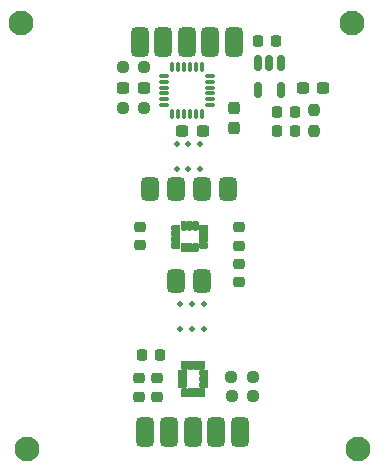
<source format=gbr>
%TF.GenerationSoftware,KiCad,Pcbnew,8.0.8*%
%TF.CreationDate,2025-04-24T20:49:58+02:00*%
%TF.ProjectId,IMU_PCBs,494d555f-5043-4427-932e-6b696361645f,rev?*%
%TF.SameCoordinates,Original*%
%TF.FileFunction,Soldermask,Top*%
%TF.FilePolarity,Negative*%
%FSLAX46Y46*%
G04 Gerber Fmt 4.6, Leading zero omitted, Abs format (unit mm)*
G04 Created by KiCad (PCBNEW 8.0.8) date 2025-04-24 20:49:58*
%MOMM*%
%LPD*%
G01*
G04 APERTURE LIST*
G04 Aperture macros list*
%AMRoundRect*
0 Rectangle with rounded corners*
0 $1 Rounding radius*
0 $2 $3 $4 $5 $6 $7 $8 $9 X,Y pos of 4 corners*
0 Add a 4 corners polygon primitive as box body*
4,1,4,$2,$3,$4,$5,$6,$7,$8,$9,$2,$3,0*
0 Add four circle primitives for the rounded corners*
1,1,$1+$1,$2,$3*
1,1,$1+$1,$4,$5*
1,1,$1+$1,$6,$7*
1,1,$1+$1,$8,$9*
0 Add four rect primitives between the rounded corners*
20,1,$1+$1,$2,$3,$4,$5,0*
20,1,$1+$1,$4,$5,$6,$7,0*
20,1,$1+$1,$6,$7,$8,$9,0*
20,1,$1+$1,$8,$9,$2,$3,0*%
G04 Aperture macros list end*
%ADD10C,0.010000*%
%ADD11C,0.500000*%
%ADD12RoundRect,0.225000X0.250000X-0.225000X0.250000X0.225000X-0.250000X0.225000X-0.250000X-0.225000X0*%
%ADD13RoundRect,0.375000X-0.375000X0.625000X-0.375000X-0.625000X0.375000X-0.625000X0.375000X0.625000X0*%
%ADD14RoundRect,0.225000X-0.250000X0.225000X-0.250000X-0.225000X0.250000X-0.225000X0.250000X0.225000X0*%
%ADD15RoundRect,0.375000X0.375000X-0.625000X0.375000X0.625000X-0.375000X0.625000X-0.375000X-0.625000X0*%
%ADD16C,2.100000*%
%ADD17RoundRect,0.237500X0.250000X0.237500X-0.250000X0.237500X-0.250000X-0.237500X0.250000X-0.237500X0*%
%ADD18RoundRect,0.375000X0.375000X-0.875000X0.375000X0.875000X-0.375000X0.875000X-0.375000X-0.875000X0*%
%ADD19RoundRect,0.225000X0.225000X0.250000X-0.225000X0.250000X-0.225000X-0.250000X0.225000X-0.250000X0*%
%ADD20RoundRect,0.218750X-0.218750X-0.256250X0.218750X-0.256250X0.218750X0.256250X-0.218750X0.256250X0*%
%ADD21RoundRect,0.237500X0.300000X0.237500X-0.300000X0.237500X-0.300000X-0.237500X0.300000X-0.237500X0*%
%ADD22RoundRect,0.237500X-0.250000X-0.237500X0.250000X-0.237500X0.250000X0.237500X-0.250000X0.237500X0*%
%ADD23RoundRect,0.237500X0.237500X-0.300000X0.237500X0.300000X-0.237500X0.300000X-0.237500X-0.300000X0*%
%ADD24RoundRect,0.375000X-0.375000X0.875000X-0.375000X-0.875000X0.375000X-0.875000X0.375000X0.875000X0*%
%ADD25RoundRect,0.225000X-0.225000X-0.250000X0.225000X-0.250000X0.225000X0.250000X-0.225000X0.250000X0*%
%ADD26RoundRect,0.075000X0.075000X-0.350000X0.075000X0.350000X-0.075000X0.350000X-0.075000X-0.350000X0*%
%ADD27RoundRect,0.075000X0.350000X0.075000X-0.350000X0.075000X-0.350000X-0.075000X0.350000X-0.075000X0*%
%ADD28RoundRect,0.237500X-0.300000X-0.237500X0.300000X-0.237500X0.300000X0.237500X-0.300000X0.237500X0*%
%ADD29RoundRect,0.237500X-0.237500X0.250000X-0.237500X-0.250000X0.237500X-0.250000X0.237500X0.250000X0*%
%ADD30RoundRect,0.150000X-0.150000X0.512500X-0.150000X-0.512500X0.150000X-0.512500X0.150000X0.512500X0*%
G04 APERTURE END LIST*
D10*
%TO.C,U1*%
X127948000Y-73496000D02*
X127955000Y-73497000D01*
X127961000Y-73498000D01*
X127967000Y-73499000D01*
X127974000Y-73501000D01*
X127980000Y-73503000D01*
X127986000Y-73506000D01*
X127992000Y-73509000D01*
X127998000Y-73512000D01*
X128003000Y-73515000D01*
X128008000Y-73519000D01*
X128014000Y-73523000D01*
X128019000Y-73527000D01*
X128023000Y-73532000D01*
X128028000Y-73536000D01*
X128032000Y-73541000D01*
X128036000Y-73547000D01*
X128040000Y-73552000D01*
X128043000Y-73558000D01*
X128046000Y-73563000D01*
X128049000Y-73569000D01*
X128052000Y-73575000D01*
X128054000Y-73581000D01*
X128056000Y-73588000D01*
X128057000Y-73594000D01*
X128058000Y-73600000D01*
X128059000Y-73607000D01*
X128060000Y-73613000D01*
X128060000Y-73620000D01*
X128060000Y-73820000D01*
X128060000Y-73827000D01*
X128059000Y-73833000D01*
X128058000Y-73840000D01*
X128057000Y-73846000D01*
X128056000Y-73852000D01*
X128054000Y-73859000D01*
X128052000Y-73865000D01*
X128049000Y-73871000D01*
X128046000Y-73877000D01*
X128043000Y-73882000D01*
X128040000Y-73888000D01*
X128036000Y-73893000D01*
X128032000Y-73899000D01*
X128028000Y-73904000D01*
X128023000Y-73908000D01*
X128019000Y-73913000D01*
X128014000Y-73917000D01*
X128008000Y-73921000D01*
X128003000Y-73925000D01*
X127998000Y-73928000D01*
X127992000Y-73931000D01*
X127986000Y-73934000D01*
X127980000Y-73937000D01*
X127974000Y-73939000D01*
X127967000Y-73941000D01*
X127961000Y-73942000D01*
X127955000Y-73943000D01*
X127948000Y-73944000D01*
X127942000Y-73945000D01*
X127935000Y-73945000D01*
X127495000Y-73945000D01*
X127488000Y-73945000D01*
X127482000Y-73944000D01*
X127475000Y-73943000D01*
X127469000Y-73942000D01*
X127463000Y-73941000D01*
X127456000Y-73939000D01*
X127450000Y-73937000D01*
X127444000Y-73934000D01*
X127438000Y-73931000D01*
X127432000Y-73928000D01*
X127427000Y-73925000D01*
X127422000Y-73921000D01*
X127416000Y-73917000D01*
X127411000Y-73913000D01*
X127407000Y-73908000D01*
X127402000Y-73904000D01*
X127398000Y-73899000D01*
X127394000Y-73893000D01*
X127390000Y-73888000D01*
X127387000Y-73882000D01*
X127384000Y-73877000D01*
X127381000Y-73871000D01*
X127378000Y-73865000D01*
X127376000Y-73859000D01*
X127374000Y-73852000D01*
X127373000Y-73846000D01*
X127372000Y-73840000D01*
X127371000Y-73833000D01*
X127370000Y-73827000D01*
X127370000Y-73820000D01*
X127370000Y-73620000D01*
X127370000Y-73613000D01*
X127371000Y-73607000D01*
X127372000Y-73600000D01*
X127373000Y-73594000D01*
X127374000Y-73588000D01*
X127376000Y-73581000D01*
X127378000Y-73575000D01*
X127381000Y-73569000D01*
X127384000Y-73563000D01*
X127387000Y-73558000D01*
X127390000Y-73552000D01*
X127394000Y-73547000D01*
X127398000Y-73541000D01*
X127402000Y-73536000D01*
X127407000Y-73532000D01*
X127411000Y-73527000D01*
X127416000Y-73523000D01*
X127422000Y-73519000D01*
X127427000Y-73515000D01*
X127432000Y-73512000D01*
X127438000Y-73509000D01*
X127444000Y-73506000D01*
X127450000Y-73503000D01*
X127456000Y-73501000D01*
X127463000Y-73499000D01*
X127469000Y-73498000D01*
X127475000Y-73497000D01*
X127482000Y-73496000D01*
X127488000Y-73495000D01*
X127495000Y-73495000D01*
X127935000Y-73495000D01*
X127942000Y-73495000D01*
X127948000Y-73496000D01*
G36*
X127948000Y-73496000D02*
G01*
X127955000Y-73497000D01*
X127961000Y-73498000D01*
X127967000Y-73499000D01*
X127974000Y-73501000D01*
X127980000Y-73503000D01*
X127986000Y-73506000D01*
X127992000Y-73509000D01*
X127998000Y-73512000D01*
X128003000Y-73515000D01*
X128008000Y-73519000D01*
X128014000Y-73523000D01*
X128019000Y-73527000D01*
X128023000Y-73532000D01*
X128028000Y-73536000D01*
X128032000Y-73541000D01*
X128036000Y-73547000D01*
X128040000Y-73552000D01*
X128043000Y-73558000D01*
X128046000Y-73563000D01*
X128049000Y-73569000D01*
X128052000Y-73575000D01*
X128054000Y-73581000D01*
X128056000Y-73588000D01*
X128057000Y-73594000D01*
X128058000Y-73600000D01*
X128059000Y-73607000D01*
X128060000Y-73613000D01*
X128060000Y-73620000D01*
X128060000Y-73820000D01*
X128060000Y-73827000D01*
X128059000Y-73833000D01*
X128058000Y-73840000D01*
X128057000Y-73846000D01*
X128056000Y-73852000D01*
X128054000Y-73859000D01*
X128052000Y-73865000D01*
X128049000Y-73871000D01*
X128046000Y-73877000D01*
X128043000Y-73882000D01*
X128040000Y-73888000D01*
X128036000Y-73893000D01*
X128032000Y-73899000D01*
X128028000Y-73904000D01*
X128023000Y-73908000D01*
X128019000Y-73913000D01*
X128014000Y-73917000D01*
X128008000Y-73921000D01*
X128003000Y-73925000D01*
X127998000Y-73928000D01*
X127992000Y-73931000D01*
X127986000Y-73934000D01*
X127980000Y-73937000D01*
X127974000Y-73939000D01*
X127967000Y-73941000D01*
X127961000Y-73942000D01*
X127955000Y-73943000D01*
X127948000Y-73944000D01*
X127942000Y-73945000D01*
X127935000Y-73945000D01*
X127495000Y-73945000D01*
X127488000Y-73945000D01*
X127482000Y-73944000D01*
X127475000Y-73943000D01*
X127469000Y-73942000D01*
X127463000Y-73941000D01*
X127456000Y-73939000D01*
X127450000Y-73937000D01*
X127444000Y-73934000D01*
X127438000Y-73931000D01*
X127432000Y-73928000D01*
X127427000Y-73925000D01*
X127422000Y-73921000D01*
X127416000Y-73917000D01*
X127411000Y-73913000D01*
X127407000Y-73908000D01*
X127402000Y-73904000D01*
X127398000Y-73899000D01*
X127394000Y-73893000D01*
X127390000Y-73888000D01*
X127387000Y-73882000D01*
X127384000Y-73877000D01*
X127381000Y-73871000D01*
X127378000Y-73865000D01*
X127376000Y-73859000D01*
X127374000Y-73852000D01*
X127373000Y-73846000D01*
X127372000Y-73840000D01*
X127371000Y-73833000D01*
X127370000Y-73827000D01*
X127370000Y-73820000D01*
X127370000Y-73620000D01*
X127370000Y-73613000D01*
X127371000Y-73607000D01*
X127372000Y-73600000D01*
X127373000Y-73594000D01*
X127374000Y-73588000D01*
X127376000Y-73581000D01*
X127378000Y-73575000D01*
X127381000Y-73569000D01*
X127384000Y-73563000D01*
X127387000Y-73558000D01*
X127390000Y-73552000D01*
X127394000Y-73547000D01*
X127398000Y-73541000D01*
X127402000Y-73536000D01*
X127407000Y-73532000D01*
X127411000Y-73527000D01*
X127416000Y-73523000D01*
X127422000Y-73519000D01*
X127427000Y-73515000D01*
X127432000Y-73512000D01*
X127438000Y-73509000D01*
X127444000Y-73506000D01*
X127450000Y-73503000D01*
X127456000Y-73501000D01*
X127463000Y-73499000D01*
X127469000Y-73498000D01*
X127475000Y-73497000D01*
X127482000Y-73496000D01*
X127488000Y-73495000D01*
X127495000Y-73495000D01*
X127935000Y-73495000D01*
X127942000Y-73495000D01*
X127948000Y-73496000D01*
G37*
X127948000Y-73996000D02*
X127955000Y-73997000D01*
X127961000Y-73998000D01*
X127967000Y-73999000D01*
X127974000Y-74001000D01*
X127980000Y-74003000D01*
X127986000Y-74006000D01*
X127992000Y-74009000D01*
X127998000Y-74012000D01*
X128003000Y-74015000D01*
X128008000Y-74019000D01*
X128014000Y-74023000D01*
X128019000Y-74027000D01*
X128023000Y-74032000D01*
X128028000Y-74036000D01*
X128032000Y-74041000D01*
X128036000Y-74047000D01*
X128040000Y-74052000D01*
X128043000Y-74058000D01*
X128046000Y-74063000D01*
X128049000Y-74069000D01*
X128052000Y-74075000D01*
X128054000Y-74081000D01*
X128056000Y-74088000D01*
X128057000Y-74094000D01*
X128058000Y-74100000D01*
X128059000Y-74107000D01*
X128060000Y-74113000D01*
X128060000Y-74120000D01*
X128060000Y-74320000D01*
X128060000Y-74327000D01*
X128059000Y-74333000D01*
X128058000Y-74340000D01*
X128057000Y-74346000D01*
X128056000Y-74352000D01*
X128054000Y-74359000D01*
X128052000Y-74365000D01*
X128049000Y-74371000D01*
X128046000Y-74377000D01*
X128043000Y-74382000D01*
X128040000Y-74388000D01*
X128036000Y-74393000D01*
X128032000Y-74399000D01*
X128028000Y-74404000D01*
X128023000Y-74408000D01*
X128019000Y-74413000D01*
X128014000Y-74417000D01*
X128008000Y-74421000D01*
X128003000Y-74425000D01*
X127998000Y-74428000D01*
X127992000Y-74431000D01*
X127986000Y-74434000D01*
X127980000Y-74437000D01*
X127974000Y-74439000D01*
X127967000Y-74441000D01*
X127961000Y-74442000D01*
X127955000Y-74443000D01*
X127948000Y-74444000D01*
X127942000Y-74445000D01*
X127935000Y-74445000D01*
X127495000Y-74445000D01*
X127488000Y-74445000D01*
X127482000Y-74444000D01*
X127475000Y-74443000D01*
X127469000Y-74442000D01*
X127463000Y-74441000D01*
X127456000Y-74439000D01*
X127450000Y-74437000D01*
X127444000Y-74434000D01*
X127438000Y-74431000D01*
X127432000Y-74428000D01*
X127427000Y-74425000D01*
X127422000Y-74421000D01*
X127416000Y-74417000D01*
X127411000Y-74413000D01*
X127407000Y-74408000D01*
X127402000Y-74404000D01*
X127398000Y-74399000D01*
X127394000Y-74393000D01*
X127390000Y-74388000D01*
X127387000Y-74382000D01*
X127384000Y-74377000D01*
X127381000Y-74371000D01*
X127378000Y-74365000D01*
X127376000Y-74359000D01*
X127374000Y-74352000D01*
X127373000Y-74346000D01*
X127372000Y-74340000D01*
X127371000Y-74333000D01*
X127370000Y-74327000D01*
X127370000Y-74320000D01*
X127370000Y-74120000D01*
X127370000Y-74113000D01*
X127371000Y-74107000D01*
X127372000Y-74100000D01*
X127373000Y-74094000D01*
X127374000Y-74088000D01*
X127376000Y-74081000D01*
X127378000Y-74075000D01*
X127381000Y-74069000D01*
X127384000Y-74063000D01*
X127387000Y-74058000D01*
X127390000Y-74052000D01*
X127394000Y-74047000D01*
X127398000Y-74041000D01*
X127402000Y-74036000D01*
X127407000Y-74032000D01*
X127411000Y-74027000D01*
X127416000Y-74023000D01*
X127422000Y-74019000D01*
X127427000Y-74015000D01*
X127432000Y-74012000D01*
X127438000Y-74009000D01*
X127444000Y-74006000D01*
X127450000Y-74003000D01*
X127456000Y-74001000D01*
X127463000Y-73999000D01*
X127469000Y-73998000D01*
X127475000Y-73997000D01*
X127482000Y-73996000D01*
X127488000Y-73995000D01*
X127495000Y-73995000D01*
X127935000Y-73995000D01*
X127942000Y-73995000D01*
X127948000Y-73996000D01*
G36*
X127948000Y-73996000D02*
G01*
X127955000Y-73997000D01*
X127961000Y-73998000D01*
X127967000Y-73999000D01*
X127974000Y-74001000D01*
X127980000Y-74003000D01*
X127986000Y-74006000D01*
X127992000Y-74009000D01*
X127998000Y-74012000D01*
X128003000Y-74015000D01*
X128008000Y-74019000D01*
X128014000Y-74023000D01*
X128019000Y-74027000D01*
X128023000Y-74032000D01*
X128028000Y-74036000D01*
X128032000Y-74041000D01*
X128036000Y-74047000D01*
X128040000Y-74052000D01*
X128043000Y-74058000D01*
X128046000Y-74063000D01*
X128049000Y-74069000D01*
X128052000Y-74075000D01*
X128054000Y-74081000D01*
X128056000Y-74088000D01*
X128057000Y-74094000D01*
X128058000Y-74100000D01*
X128059000Y-74107000D01*
X128060000Y-74113000D01*
X128060000Y-74120000D01*
X128060000Y-74320000D01*
X128060000Y-74327000D01*
X128059000Y-74333000D01*
X128058000Y-74340000D01*
X128057000Y-74346000D01*
X128056000Y-74352000D01*
X128054000Y-74359000D01*
X128052000Y-74365000D01*
X128049000Y-74371000D01*
X128046000Y-74377000D01*
X128043000Y-74382000D01*
X128040000Y-74388000D01*
X128036000Y-74393000D01*
X128032000Y-74399000D01*
X128028000Y-74404000D01*
X128023000Y-74408000D01*
X128019000Y-74413000D01*
X128014000Y-74417000D01*
X128008000Y-74421000D01*
X128003000Y-74425000D01*
X127998000Y-74428000D01*
X127992000Y-74431000D01*
X127986000Y-74434000D01*
X127980000Y-74437000D01*
X127974000Y-74439000D01*
X127967000Y-74441000D01*
X127961000Y-74442000D01*
X127955000Y-74443000D01*
X127948000Y-74444000D01*
X127942000Y-74445000D01*
X127935000Y-74445000D01*
X127495000Y-74445000D01*
X127488000Y-74445000D01*
X127482000Y-74444000D01*
X127475000Y-74443000D01*
X127469000Y-74442000D01*
X127463000Y-74441000D01*
X127456000Y-74439000D01*
X127450000Y-74437000D01*
X127444000Y-74434000D01*
X127438000Y-74431000D01*
X127432000Y-74428000D01*
X127427000Y-74425000D01*
X127422000Y-74421000D01*
X127416000Y-74417000D01*
X127411000Y-74413000D01*
X127407000Y-74408000D01*
X127402000Y-74404000D01*
X127398000Y-74399000D01*
X127394000Y-74393000D01*
X127390000Y-74388000D01*
X127387000Y-74382000D01*
X127384000Y-74377000D01*
X127381000Y-74371000D01*
X127378000Y-74365000D01*
X127376000Y-74359000D01*
X127374000Y-74352000D01*
X127373000Y-74346000D01*
X127372000Y-74340000D01*
X127371000Y-74333000D01*
X127370000Y-74327000D01*
X127370000Y-74320000D01*
X127370000Y-74120000D01*
X127370000Y-74113000D01*
X127371000Y-74107000D01*
X127372000Y-74100000D01*
X127373000Y-74094000D01*
X127374000Y-74088000D01*
X127376000Y-74081000D01*
X127378000Y-74075000D01*
X127381000Y-74069000D01*
X127384000Y-74063000D01*
X127387000Y-74058000D01*
X127390000Y-74052000D01*
X127394000Y-74047000D01*
X127398000Y-74041000D01*
X127402000Y-74036000D01*
X127407000Y-74032000D01*
X127411000Y-74027000D01*
X127416000Y-74023000D01*
X127422000Y-74019000D01*
X127427000Y-74015000D01*
X127432000Y-74012000D01*
X127438000Y-74009000D01*
X127444000Y-74006000D01*
X127450000Y-74003000D01*
X127456000Y-74001000D01*
X127463000Y-73999000D01*
X127469000Y-73998000D01*
X127475000Y-73997000D01*
X127482000Y-73996000D01*
X127488000Y-73995000D01*
X127495000Y-73995000D01*
X127935000Y-73995000D01*
X127942000Y-73995000D01*
X127948000Y-73996000D01*
G37*
X127948000Y-74496000D02*
X127955000Y-74497000D01*
X127961000Y-74498000D01*
X127967000Y-74499000D01*
X127974000Y-74501000D01*
X127980000Y-74503000D01*
X127986000Y-74506000D01*
X127992000Y-74509000D01*
X127998000Y-74512000D01*
X128003000Y-74515000D01*
X128008000Y-74519000D01*
X128014000Y-74523000D01*
X128019000Y-74527000D01*
X128023000Y-74532000D01*
X128028000Y-74536000D01*
X128032000Y-74541000D01*
X128036000Y-74547000D01*
X128040000Y-74552000D01*
X128043000Y-74558000D01*
X128046000Y-74563000D01*
X128049000Y-74569000D01*
X128052000Y-74575000D01*
X128054000Y-74581000D01*
X128056000Y-74588000D01*
X128057000Y-74594000D01*
X128058000Y-74600000D01*
X128059000Y-74607000D01*
X128060000Y-74613000D01*
X128060000Y-74620000D01*
X128060000Y-74820000D01*
X128060000Y-74827000D01*
X128059000Y-74833000D01*
X128058000Y-74840000D01*
X128057000Y-74846000D01*
X128056000Y-74852000D01*
X128054000Y-74859000D01*
X128052000Y-74865000D01*
X128049000Y-74871000D01*
X128046000Y-74877000D01*
X128043000Y-74882000D01*
X128040000Y-74888000D01*
X128036000Y-74893000D01*
X128032000Y-74899000D01*
X128028000Y-74904000D01*
X128023000Y-74908000D01*
X128019000Y-74913000D01*
X128014000Y-74917000D01*
X128008000Y-74921000D01*
X128003000Y-74925000D01*
X127998000Y-74928000D01*
X127992000Y-74931000D01*
X127986000Y-74934000D01*
X127980000Y-74937000D01*
X127974000Y-74939000D01*
X127967000Y-74941000D01*
X127961000Y-74942000D01*
X127955000Y-74943000D01*
X127948000Y-74944000D01*
X127942000Y-74945000D01*
X127935000Y-74945000D01*
X127495000Y-74945000D01*
X127488000Y-74945000D01*
X127482000Y-74944000D01*
X127475000Y-74943000D01*
X127469000Y-74942000D01*
X127463000Y-74941000D01*
X127456000Y-74939000D01*
X127450000Y-74937000D01*
X127444000Y-74934000D01*
X127438000Y-74931000D01*
X127432000Y-74928000D01*
X127427000Y-74925000D01*
X127422000Y-74921000D01*
X127416000Y-74917000D01*
X127411000Y-74913000D01*
X127407000Y-74908000D01*
X127402000Y-74904000D01*
X127398000Y-74899000D01*
X127394000Y-74893000D01*
X127390000Y-74888000D01*
X127387000Y-74882000D01*
X127384000Y-74877000D01*
X127381000Y-74871000D01*
X127378000Y-74865000D01*
X127376000Y-74859000D01*
X127374000Y-74852000D01*
X127373000Y-74846000D01*
X127372000Y-74840000D01*
X127371000Y-74833000D01*
X127370000Y-74827000D01*
X127370000Y-74820000D01*
X127370000Y-74620000D01*
X127370000Y-74613000D01*
X127371000Y-74607000D01*
X127372000Y-74600000D01*
X127373000Y-74594000D01*
X127374000Y-74588000D01*
X127376000Y-74581000D01*
X127378000Y-74575000D01*
X127381000Y-74569000D01*
X127384000Y-74563000D01*
X127387000Y-74558000D01*
X127390000Y-74552000D01*
X127394000Y-74547000D01*
X127398000Y-74541000D01*
X127402000Y-74536000D01*
X127407000Y-74532000D01*
X127411000Y-74527000D01*
X127416000Y-74523000D01*
X127422000Y-74519000D01*
X127427000Y-74515000D01*
X127432000Y-74512000D01*
X127438000Y-74509000D01*
X127444000Y-74506000D01*
X127450000Y-74503000D01*
X127456000Y-74501000D01*
X127463000Y-74499000D01*
X127469000Y-74498000D01*
X127475000Y-74497000D01*
X127482000Y-74496000D01*
X127488000Y-74495000D01*
X127495000Y-74495000D01*
X127935000Y-74495000D01*
X127942000Y-74495000D01*
X127948000Y-74496000D01*
G36*
X127948000Y-74496000D02*
G01*
X127955000Y-74497000D01*
X127961000Y-74498000D01*
X127967000Y-74499000D01*
X127974000Y-74501000D01*
X127980000Y-74503000D01*
X127986000Y-74506000D01*
X127992000Y-74509000D01*
X127998000Y-74512000D01*
X128003000Y-74515000D01*
X128008000Y-74519000D01*
X128014000Y-74523000D01*
X128019000Y-74527000D01*
X128023000Y-74532000D01*
X128028000Y-74536000D01*
X128032000Y-74541000D01*
X128036000Y-74547000D01*
X128040000Y-74552000D01*
X128043000Y-74558000D01*
X128046000Y-74563000D01*
X128049000Y-74569000D01*
X128052000Y-74575000D01*
X128054000Y-74581000D01*
X128056000Y-74588000D01*
X128057000Y-74594000D01*
X128058000Y-74600000D01*
X128059000Y-74607000D01*
X128060000Y-74613000D01*
X128060000Y-74620000D01*
X128060000Y-74820000D01*
X128060000Y-74827000D01*
X128059000Y-74833000D01*
X128058000Y-74840000D01*
X128057000Y-74846000D01*
X128056000Y-74852000D01*
X128054000Y-74859000D01*
X128052000Y-74865000D01*
X128049000Y-74871000D01*
X128046000Y-74877000D01*
X128043000Y-74882000D01*
X128040000Y-74888000D01*
X128036000Y-74893000D01*
X128032000Y-74899000D01*
X128028000Y-74904000D01*
X128023000Y-74908000D01*
X128019000Y-74913000D01*
X128014000Y-74917000D01*
X128008000Y-74921000D01*
X128003000Y-74925000D01*
X127998000Y-74928000D01*
X127992000Y-74931000D01*
X127986000Y-74934000D01*
X127980000Y-74937000D01*
X127974000Y-74939000D01*
X127967000Y-74941000D01*
X127961000Y-74942000D01*
X127955000Y-74943000D01*
X127948000Y-74944000D01*
X127942000Y-74945000D01*
X127935000Y-74945000D01*
X127495000Y-74945000D01*
X127488000Y-74945000D01*
X127482000Y-74944000D01*
X127475000Y-74943000D01*
X127469000Y-74942000D01*
X127463000Y-74941000D01*
X127456000Y-74939000D01*
X127450000Y-74937000D01*
X127444000Y-74934000D01*
X127438000Y-74931000D01*
X127432000Y-74928000D01*
X127427000Y-74925000D01*
X127422000Y-74921000D01*
X127416000Y-74917000D01*
X127411000Y-74913000D01*
X127407000Y-74908000D01*
X127402000Y-74904000D01*
X127398000Y-74899000D01*
X127394000Y-74893000D01*
X127390000Y-74888000D01*
X127387000Y-74882000D01*
X127384000Y-74877000D01*
X127381000Y-74871000D01*
X127378000Y-74865000D01*
X127376000Y-74859000D01*
X127374000Y-74852000D01*
X127373000Y-74846000D01*
X127372000Y-74840000D01*
X127371000Y-74833000D01*
X127370000Y-74827000D01*
X127370000Y-74820000D01*
X127370000Y-74620000D01*
X127370000Y-74613000D01*
X127371000Y-74607000D01*
X127372000Y-74600000D01*
X127373000Y-74594000D01*
X127374000Y-74588000D01*
X127376000Y-74581000D01*
X127378000Y-74575000D01*
X127381000Y-74569000D01*
X127384000Y-74563000D01*
X127387000Y-74558000D01*
X127390000Y-74552000D01*
X127394000Y-74547000D01*
X127398000Y-74541000D01*
X127402000Y-74536000D01*
X127407000Y-74532000D01*
X127411000Y-74527000D01*
X127416000Y-74523000D01*
X127422000Y-74519000D01*
X127427000Y-74515000D01*
X127432000Y-74512000D01*
X127438000Y-74509000D01*
X127444000Y-74506000D01*
X127450000Y-74503000D01*
X127456000Y-74501000D01*
X127463000Y-74499000D01*
X127469000Y-74498000D01*
X127475000Y-74497000D01*
X127482000Y-74496000D01*
X127488000Y-74495000D01*
X127495000Y-74495000D01*
X127935000Y-74495000D01*
X127942000Y-74495000D01*
X127948000Y-74496000D01*
G37*
X127948000Y-74996000D02*
X127955000Y-74997000D01*
X127961000Y-74998000D01*
X127967000Y-74999000D01*
X127974000Y-75001000D01*
X127980000Y-75003000D01*
X127986000Y-75006000D01*
X127992000Y-75009000D01*
X127998000Y-75012000D01*
X128003000Y-75015000D01*
X128008000Y-75019000D01*
X128014000Y-75023000D01*
X128019000Y-75027000D01*
X128023000Y-75032000D01*
X128028000Y-75036000D01*
X128032000Y-75041000D01*
X128036000Y-75047000D01*
X128040000Y-75052000D01*
X128043000Y-75058000D01*
X128046000Y-75063000D01*
X128049000Y-75069000D01*
X128052000Y-75075000D01*
X128054000Y-75081000D01*
X128056000Y-75088000D01*
X128057000Y-75094000D01*
X128058000Y-75100000D01*
X128059000Y-75107000D01*
X128060000Y-75113000D01*
X128060000Y-75120000D01*
X128060000Y-75320000D01*
X128060000Y-75327000D01*
X128059000Y-75333000D01*
X128058000Y-75340000D01*
X128057000Y-75346000D01*
X128056000Y-75352000D01*
X128054000Y-75359000D01*
X128052000Y-75365000D01*
X128049000Y-75371000D01*
X128046000Y-75377000D01*
X128043000Y-75382000D01*
X128040000Y-75388000D01*
X128036000Y-75393000D01*
X128032000Y-75399000D01*
X128028000Y-75404000D01*
X128023000Y-75408000D01*
X128019000Y-75413000D01*
X128014000Y-75417000D01*
X128008000Y-75421000D01*
X128003000Y-75425000D01*
X127998000Y-75428000D01*
X127992000Y-75431000D01*
X127986000Y-75434000D01*
X127980000Y-75437000D01*
X127974000Y-75439000D01*
X127967000Y-75441000D01*
X127961000Y-75442000D01*
X127955000Y-75443000D01*
X127948000Y-75444000D01*
X127942000Y-75445000D01*
X127935000Y-75445000D01*
X127495000Y-75445000D01*
X127488000Y-75445000D01*
X127482000Y-75444000D01*
X127475000Y-75443000D01*
X127469000Y-75442000D01*
X127463000Y-75441000D01*
X127456000Y-75439000D01*
X127450000Y-75437000D01*
X127444000Y-75434000D01*
X127438000Y-75431000D01*
X127432000Y-75428000D01*
X127427000Y-75425000D01*
X127422000Y-75421000D01*
X127416000Y-75417000D01*
X127411000Y-75413000D01*
X127407000Y-75408000D01*
X127402000Y-75404000D01*
X127398000Y-75399000D01*
X127394000Y-75393000D01*
X127390000Y-75388000D01*
X127387000Y-75382000D01*
X127384000Y-75377000D01*
X127381000Y-75371000D01*
X127378000Y-75365000D01*
X127376000Y-75359000D01*
X127374000Y-75352000D01*
X127373000Y-75346000D01*
X127372000Y-75340000D01*
X127371000Y-75333000D01*
X127370000Y-75327000D01*
X127370000Y-75320000D01*
X127370000Y-75120000D01*
X127370000Y-75113000D01*
X127371000Y-75107000D01*
X127372000Y-75100000D01*
X127373000Y-75094000D01*
X127374000Y-75088000D01*
X127376000Y-75081000D01*
X127378000Y-75075000D01*
X127381000Y-75069000D01*
X127384000Y-75063000D01*
X127387000Y-75058000D01*
X127390000Y-75052000D01*
X127394000Y-75047000D01*
X127398000Y-75041000D01*
X127402000Y-75036000D01*
X127407000Y-75032000D01*
X127411000Y-75027000D01*
X127416000Y-75023000D01*
X127422000Y-75019000D01*
X127427000Y-75015000D01*
X127432000Y-75012000D01*
X127438000Y-75009000D01*
X127444000Y-75006000D01*
X127450000Y-75003000D01*
X127456000Y-75001000D01*
X127463000Y-74999000D01*
X127469000Y-74998000D01*
X127475000Y-74997000D01*
X127482000Y-74996000D01*
X127488000Y-74995000D01*
X127495000Y-74995000D01*
X127935000Y-74995000D01*
X127942000Y-74995000D01*
X127948000Y-74996000D01*
G36*
X127948000Y-74996000D02*
G01*
X127955000Y-74997000D01*
X127961000Y-74998000D01*
X127967000Y-74999000D01*
X127974000Y-75001000D01*
X127980000Y-75003000D01*
X127986000Y-75006000D01*
X127992000Y-75009000D01*
X127998000Y-75012000D01*
X128003000Y-75015000D01*
X128008000Y-75019000D01*
X128014000Y-75023000D01*
X128019000Y-75027000D01*
X128023000Y-75032000D01*
X128028000Y-75036000D01*
X128032000Y-75041000D01*
X128036000Y-75047000D01*
X128040000Y-75052000D01*
X128043000Y-75058000D01*
X128046000Y-75063000D01*
X128049000Y-75069000D01*
X128052000Y-75075000D01*
X128054000Y-75081000D01*
X128056000Y-75088000D01*
X128057000Y-75094000D01*
X128058000Y-75100000D01*
X128059000Y-75107000D01*
X128060000Y-75113000D01*
X128060000Y-75120000D01*
X128060000Y-75320000D01*
X128060000Y-75327000D01*
X128059000Y-75333000D01*
X128058000Y-75340000D01*
X128057000Y-75346000D01*
X128056000Y-75352000D01*
X128054000Y-75359000D01*
X128052000Y-75365000D01*
X128049000Y-75371000D01*
X128046000Y-75377000D01*
X128043000Y-75382000D01*
X128040000Y-75388000D01*
X128036000Y-75393000D01*
X128032000Y-75399000D01*
X128028000Y-75404000D01*
X128023000Y-75408000D01*
X128019000Y-75413000D01*
X128014000Y-75417000D01*
X128008000Y-75421000D01*
X128003000Y-75425000D01*
X127998000Y-75428000D01*
X127992000Y-75431000D01*
X127986000Y-75434000D01*
X127980000Y-75437000D01*
X127974000Y-75439000D01*
X127967000Y-75441000D01*
X127961000Y-75442000D01*
X127955000Y-75443000D01*
X127948000Y-75444000D01*
X127942000Y-75445000D01*
X127935000Y-75445000D01*
X127495000Y-75445000D01*
X127488000Y-75445000D01*
X127482000Y-75444000D01*
X127475000Y-75443000D01*
X127469000Y-75442000D01*
X127463000Y-75441000D01*
X127456000Y-75439000D01*
X127450000Y-75437000D01*
X127444000Y-75434000D01*
X127438000Y-75431000D01*
X127432000Y-75428000D01*
X127427000Y-75425000D01*
X127422000Y-75421000D01*
X127416000Y-75417000D01*
X127411000Y-75413000D01*
X127407000Y-75408000D01*
X127402000Y-75404000D01*
X127398000Y-75399000D01*
X127394000Y-75393000D01*
X127390000Y-75388000D01*
X127387000Y-75382000D01*
X127384000Y-75377000D01*
X127381000Y-75371000D01*
X127378000Y-75365000D01*
X127376000Y-75359000D01*
X127374000Y-75352000D01*
X127373000Y-75346000D01*
X127372000Y-75340000D01*
X127371000Y-75333000D01*
X127370000Y-75327000D01*
X127370000Y-75320000D01*
X127370000Y-75120000D01*
X127370000Y-75113000D01*
X127371000Y-75107000D01*
X127372000Y-75100000D01*
X127373000Y-75094000D01*
X127374000Y-75088000D01*
X127376000Y-75081000D01*
X127378000Y-75075000D01*
X127381000Y-75069000D01*
X127384000Y-75063000D01*
X127387000Y-75058000D01*
X127390000Y-75052000D01*
X127394000Y-75047000D01*
X127398000Y-75041000D01*
X127402000Y-75036000D01*
X127407000Y-75032000D01*
X127411000Y-75027000D01*
X127416000Y-75023000D01*
X127422000Y-75019000D01*
X127427000Y-75015000D01*
X127432000Y-75012000D01*
X127438000Y-75009000D01*
X127444000Y-75006000D01*
X127450000Y-75003000D01*
X127456000Y-75001000D01*
X127463000Y-74999000D01*
X127469000Y-74998000D01*
X127475000Y-74997000D01*
X127482000Y-74996000D01*
X127488000Y-74995000D01*
X127495000Y-74995000D01*
X127935000Y-74995000D01*
X127942000Y-74995000D01*
X127948000Y-74996000D01*
G37*
X128493000Y-73211000D02*
X128500000Y-73212000D01*
X128506000Y-73213000D01*
X128512000Y-73214000D01*
X128519000Y-73216000D01*
X128525000Y-73218000D01*
X128531000Y-73221000D01*
X128537000Y-73224000D01*
X128542000Y-73227000D01*
X128548000Y-73230000D01*
X128553000Y-73234000D01*
X128559000Y-73238000D01*
X128564000Y-73242000D01*
X128568000Y-73247000D01*
X128573000Y-73251000D01*
X128577000Y-73256000D01*
X128581000Y-73262000D01*
X128585000Y-73267000D01*
X128588000Y-73272000D01*
X128591000Y-73278000D01*
X128594000Y-73284000D01*
X128597000Y-73290000D01*
X128599000Y-73296000D01*
X128601000Y-73303000D01*
X128602000Y-73309000D01*
X128603000Y-73315000D01*
X128604000Y-73322000D01*
X128605000Y-73328000D01*
X128605000Y-73335000D01*
X128605000Y-73775000D01*
X128605000Y-73782000D01*
X128604000Y-73788000D01*
X128603000Y-73795000D01*
X128602000Y-73801000D01*
X128601000Y-73807000D01*
X128599000Y-73814000D01*
X128597000Y-73820000D01*
X128594000Y-73826000D01*
X128591000Y-73832000D01*
X128588000Y-73838000D01*
X128585000Y-73843000D01*
X128581000Y-73848000D01*
X128577000Y-73854000D01*
X128573000Y-73859000D01*
X128568000Y-73863000D01*
X128564000Y-73868000D01*
X128559000Y-73872000D01*
X128553000Y-73876000D01*
X128548000Y-73880000D01*
X128542000Y-73883000D01*
X128537000Y-73886000D01*
X128531000Y-73889000D01*
X128525000Y-73892000D01*
X128519000Y-73894000D01*
X128512000Y-73896000D01*
X128506000Y-73897000D01*
X128500000Y-73898000D01*
X128493000Y-73899000D01*
X128487000Y-73900000D01*
X128480000Y-73900000D01*
X128280000Y-73900000D01*
X128273000Y-73900000D01*
X128267000Y-73899000D01*
X128260000Y-73898000D01*
X128254000Y-73897000D01*
X128248000Y-73896000D01*
X128241000Y-73894000D01*
X128235000Y-73892000D01*
X128229000Y-73889000D01*
X128223000Y-73886000D01*
X128217000Y-73883000D01*
X128212000Y-73880000D01*
X128207000Y-73876000D01*
X128201000Y-73872000D01*
X128196000Y-73868000D01*
X128192000Y-73863000D01*
X128187000Y-73859000D01*
X128183000Y-73854000D01*
X128179000Y-73848000D01*
X128175000Y-73843000D01*
X128172000Y-73838000D01*
X128169000Y-73832000D01*
X128166000Y-73826000D01*
X128163000Y-73820000D01*
X128161000Y-73814000D01*
X128159000Y-73807000D01*
X128158000Y-73801000D01*
X128157000Y-73795000D01*
X128156000Y-73788000D01*
X128155000Y-73782000D01*
X128155000Y-73775000D01*
X128155000Y-73335000D01*
X128155000Y-73328000D01*
X128156000Y-73322000D01*
X128157000Y-73315000D01*
X128158000Y-73309000D01*
X128159000Y-73303000D01*
X128161000Y-73296000D01*
X128163000Y-73290000D01*
X128166000Y-73284000D01*
X128169000Y-73278000D01*
X128172000Y-73272000D01*
X128175000Y-73267000D01*
X128179000Y-73262000D01*
X128183000Y-73256000D01*
X128187000Y-73251000D01*
X128192000Y-73247000D01*
X128196000Y-73242000D01*
X128201000Y-73238000D01*
X128207000Y-73234000D01*
X128212000Y-73230000D01*
X128218000Y-73227000D01*
X128223000Y-73224000D01*
X128229000Y-73221000D01*
X128235000Y-73218000D01*
X128241000Y-73216000D01*
X128248000Y-73214000D01*
X128254000Y-73213000D01*
X128260000Y-73212000D01*
X128267000Y-73211000D01*
X128273000Y-73210000D01*
X128280000Y-73210000D01*
X128480000Y-73210000D01*
X128487000Y-73210000D01*
X128493000Y-73211000D01*
G36*
X128493000Y-73211000D02*
G01*
X128500000Y-73212000D01*
X128506000Y-73213000D01*
X128512000Y-73214000D01*
X128519000Y-73216000D01*
X128525000Y-73218000D01*
X128531000Y-73221000D01*
X128537000Y-73224000D01*
X128542000Y-73227000D01*
X128548000Y-73230000D01*
X128553000Y-73234000D01*
X128559000Y-73238000D01*
X128564000Y-73242000D01*
X128568000Y-73247000D01*
X128573000Y-73251000D01*
X128577000Y-73256000D01*
X128581000Y-73262000D01*
X128585000Y-73267000D01*
X128588000Y-73272000D01*
X128591000Y-73278000D01*
X128594000Y-73284000D01*
X128597000Y-73290000D01*
X128599000Y-73296000D01*
X128601000Y-73303000D01*
X128602000Y-73309000D01*
X128603000Y-73315000D01*
X128604000Y-73322000D01*
X128605000Y-73328000D01*
X128605000Y-73335000D01*
X128605000Y-73775000D01*
X128605000Y-73782000D01*
X128604000Y-73788000D01*
X128603000Y-73795000D01*
X128602000Y-73801000D01*
X128601000Y-73807000D01*
X128599000Y-73814000D01*
X128597000Y-73820000D01*
X128594000Y-73826000D01*
X128591000Y-73832000D01*
X128588000Y-73838000D01*
X128585000Y-73843000D01*
X128581000Y-73848000D01*
X128577000Y-73854000D01*
X128573000Y-73859000D01*
X128568000Y-73863000D01*
X128564000Y-73868000D01*
X128559000Y-73872000D01*
X128553000Y-73876000D01*
X128548000Y-73880000D01*
X128542000Y-73883000D01*
X128537000Y-73886000D01*
X128531000Y-73889000D01*
X128525000Y-73892000D01*
X128519000Y-73894000D01*
X128512000Y-73896000D01*
X128506000Y-73897000D01*
X128500000Y-73898000D01*
X128493000Y-73899000D01*
X128487000Y-73900000D01*
X128480000Y-73900000D01*
X128280000Y-73900000D01*
X128273000Y-73900000D01*
X128267000Y-73899000D01*
X128260000Y-73898000D01*
X128254000Y-73897000D01*
X128248000Y-73896000D01*
X128241000Y-73894000D01*
X128235000Y-73892000D01*
X128229000Y-73889000D01*
X128223000Y-73886000D01*
X128217000Y-73883000D01*
X128212000Y-73880000D01*
X128207000Y-73876000D01*
X128201000Y-73872000D01*
X128196000Y-73868000D01*
X128192000Y-73863000D01*
X128187000Y-73859000D01*
X128183000Y-73854000D01*
X128179000Y-73848000D01*
X128175000Y-73843000D01*
X128172000Y-73838000D01*
X128169000Y-73832000D01*
X128166000Y-73826000D01*
X128163000Y-73820000D01*
X128161000Y-73814000D01*
X128159000Y-73807000D01*
X128158000Y-73801000D01*
X128157000Y-73795000D01*
X128156000Y-73788000D01*
X128155000Y-73782000D01*
X128155000Y-73775000D01*
X128155000Y-73335000D01*
X128155000Y-73328000D01*
X128156000Y-73322000D01*
X128157000Y-73315000D01*
X128158000Y-73309000D01*
X128159000Y-73303000D01*
X128161000Y-73296000D01*
X128163000Y-73290000D01*
X128166000Y-73284000D01*
X128169000Y-73278000D01*
X128172000Y-73272000D01*
X128175000Y-73267000D01*
X128179000Y-73262000D01*
X128183000Y-73256000D01*
X128187000Y-73251000D01*
X128192000Y-73247000D01*
X128196000Y-73242000D01*
X128201000Y-73238000D01*
X128207000Y-73234000D01*
X128212000Y-73230000D01*
X128218000Y-73227000D01*
X128223000Y-73224000D01*
X128229000Y-73221000D01*
X128235000Y-73218000D01*
X128241000Y-73216000D01*
X128248000Y-73214000D01*
X128254000Y-73213000D01*
X128260000Y-73212000D01*
X128267000Y-73211000D01*
X128273000Y-73210000D01*
X128280000Y-73210000D01*
X128480000Y-73210000D01*
X128487000Y-73210000D01*
X128493000Y-73211000D01*
G37*
X128493000Y-75041000D02*
X128500000Y-75042000D01*
X128506000Y-75043000D01*
X128512000Y-75044000D01*
X128519000Y-75046000D01*
X128525000Y-75048000D01*
X128531000Y-75051000D01*
X128537000Y-75054000D01*
X128542000Y-75057000D01*
X128548000Y-75060000D01*
X128553000Y-75064000D01*
X128559000Y-75068000D01*
X128564000Y-75072000D01*
X128568000Y-75077000D01*
X128573000Y-75081000D01*
X128577000Y-75086000D01*
X128581000Y-75092000D01*
X128585000Y-75097000D01*
X128588000Y-75102000D01*
X128591000Y-75108000D01*
X128594000Y-75114000D01*
X128597000Y-75120000D01*
X128599000Y-75126000D01*
X128601000Y-75133000D01*
X128602000Y-75139000D01*
X128603000Y-75145000D01*
X128604000Y-75152000D01*
X128605000Y-75158000D01*
X128605000Y-75165000D01*
X128605000Y-75605000D01*
X128605000Y-75612000D01*
X128604000Y-75618000D01*
X128603000Y-75625000D01*
X128602000Y-75631000D01*
X128601000Y-75637000D01*
X128599000Y-75644000D01*
X128597000Y-75650000D01*
X128594000Y-75656000D01*
X128591000Y-75662000D01*
X128588000Y-75668000D01*
X128585000Y-75673000D01*
X128581000Y-75678000D01*
X128577000Y-75684000D01*
X128573000Y-75689000D01*
X128568000Y-75693000D01*
X128564000Y-75698000D01*
X128559000Y-75702000D01*
X128553000Y-75706000D01*
X128548000Y-75710000D01*
X128542000Y-75713000D01*
X128537000Y-75716000D01*
X128531000Y-75719000D01*
X128525000Y-75722000D01*
X128519000Y-75724000D01*
X128512000Y-75726000D01*
X128506000Y-75727000D01*
X128500000Y-75728000D01*
X128493000Y-75729000D01*
X128487000Y-75730000D01*
X128480000Y-75730000D01*
X128280000Y-75730000D01*
X128273000Y-75730000D01*
X128267000Y-75729000D01*
X128260000Y-75728000D01*
X128254000Y-75727000D01*
X128248000Y-75726000D01*
X128241000Y-75724000D01*
X128235000Y-75722000D01*
X128229000Y-75719000D01*
X128223000Y-75716000D01*
X128217000Y-75713000D01*
X128212000Y-75710000D01*
X128207000Y-75706000D01*
X128201000Y-75702000D01*
X128196000Y-75698000D01*
X128192000Y-75693000D01*
X128187000Y-75689000D01*
X128183000Y-75684000D01*
X128179000Y-75678000D01*
X128175000Y-75673000D01*
X128172000Y-75668000D01*
X128169000Y-75662000D01*
X128166000Y-75656000D01*
X128163000Y-75650000D01*
X128161000Y-75644000D01*
X128159000Y-75637000D01*
X128158000Y-75631000D01*
X128157000Y-75625000D01*
X128156000Y-75618000D01*
X128155000Y-75612000D01*
X128155000Y-75605000D01*
X128155000Y-75165000D01*
X128155000Y-75158000D01*
X128156000Y-75152000D01*
X128157000Y-75145000D01*
X128158000Y-75139000D01*
X128159000Y-75133000D01*
X128161000Y-75126000D01*
X128163000Y-75120000D01*
X128166000Y-75114000D01*
X128169000Y-75108000D01*
X128172000Y-75102000D01*
X128175000Y-75097000D01*
X128179000Y-75092000D01*
X128183000Y-75086000D01*
X128187000Y-75081000D01*
X128192000Y-75077000D01*
X128196000Y-75072000D01*
X128201000Y-75068000D01*
X128207000Y-75064000D01*
X128212000Y-75060000D01*
X128218000Y-75057000D01*
X128223000Y-75054000D01*
X128229000Y-75051000D01*
X128235000Y-75048000D01*
X128241000Y-75046000D01*
X128248000Y-75044000D01*
X128254000Y-75043000D01*
X128260000Y-75042000D01*
X128267000Y-75041000D01*
X128273000Y-75040000D01*
X128280000Y-75040000D01*
X128480000Y-75040000D01*
X128487000Y-75040000D01*
X128493000Y-75041000D01*
G36*
X128493000Y-75041000D02*
G01*
X128500000Y-75042000D01*
X128506000Y-75043000D01*
X128512000Y-75044000D01*
X128519000Y-75046000D01*
X128525000Y-75048000D01*
X128531000Y-75051000D01*
X128537000Y-75054000D01*
X128542000Y-75057000D01*
X128548000Y-75060000D01*
X128553000Y-75064000D01*
X128559000Y-75068000D01*
X128564000Y-75072000D01*
X128568000Y-75077000D01*
X128573000Y-75081000D01*
X128577000Y-75086000D01*
X128581000Y-75092000D01*
X128585000Y-75097000D01*
X128588000Y-75102000D01*
X128591000Y-75108000D01*
X128594000Y-75114000D01*
X128597000Y-75120000D01*
X128599000Y-75126000D01*
X128601000Y-75133000D01*
X128602000Y-75139000D01*
X128603000Y-75145000D01*
X128604000Y-75152000D01*
X128605000Y-75158000D01*
X128605000Y-75165000D01*
X128605000Y-75605000D01*
X128605000Y-75612000D01*
X128604000Y-75618000D01*
X128603000Y-75625000D01*
X128602000Y-75631000D01*
X128601000Y-75637000D01*
X128599000Y-75644000D01*
X128597000Y-75650000D01*
X128594000Y-75656000D01*
X128591000Y-75662000D01*
X128588000Y-75668000D01*
X128585000Y-75673000D01*
X128581000Y-75678000D01*
X128577000Y-75684000D01*
X128573000Y-75689000D01*
X128568000Y-75693000D01*
X128564000Y-75698000D01*
X128559000Y-75702000D01*
X128553000Y-75706000D01*
X128548000Y-75710000D01*
X128542000Y-75713000D01*
X128537000Y-75716000D01*
X128531000Y-75719000D01*
X128525000Y-75722000D01*
X128519000Y-75724000D01*
X128512000Y-75726000D01*
X128506000Y-75727000D01*
X128500000Y-75728000D01*
X128493000Y-75729000D01*
X128487000Y-75730000D01*
X128480000Y-75730000D01*
X128280000Y-75730000D01*
X128273000Y-75730000D01*
X128267000Y-75729000D01*
X128260000Y-75728000D01*
X128254000Y-75727000D01*
X128248000Y-75726000D01*
X128241000Y-75724000D01*
X128235000Y-75722000D01*
X128229000Y-75719000D01*
X128223000Y-75716000D01*
X128217000Y-75713000D01*
X128212000Y-75710000D01*
X128207000Y-75706000D01*
X128201000Y-75702000D01*
X128196000Y-75698000D01*
X128192000Y-75693000D01*
X128187000Y-75689000D01*
X128183000Y-75684000D01*
X128179000Y-75678000D01*
X128175000Y-75673000D01*
X128172000Y-75668000D01*
X128169000Y-75662000D01*
X128166000Y-75656000D01*
X128163000Y-75650000D01*
X128161000Y-75644000D01*
X128159000Y-75637000D01*
X128158000Y-75631000D01*
X128157000Y-75625000D01*
X128156000Y-75618000D01*
X128155000Y-75612000D01*
X128155000Y-75605000D01*
X128155000Y-75165000D01*
X128155000Y-75158000D01*
X128156000Y-75152000D01*
X128157000Y-75145000D01*
X128158000Y-75139000D01*
X128159000Y-75133000D01*
X128161000Y-75126000D01*
X128163000Y-75120000D01*
X128166000Y-75114000D01*
X128169000Y-75108000D01*
X128172000Y-75102000D01*
X128175000Y-75097000D01*
X128179000Y-75092000D01*
X128183000Y-75086000D01*
X128187000Y-75081000D01*
X128192000Y-75077000D01*
X128196000Y-75072000D01*
X128201000Y-75068000D01*
X128207000Y-75064000D01*
X128212000Y-75060000D01*
X128218000Y-75057000D01*
X128223000Y-75054000D01*
X128229000Y-75051000D01*
X128235000Y-75048000D01*
X128241000Y-75046000D01*
X128248000Y-75044000D01*
X128254000Y-75043000D01*
X128260000Y-75042000D01*
X128267000Y-75041000D01*
X128273000Y-75040000D01*
X128280000Y-75040000D01*
X128480000Y-75040000D01*
X128487000Y-75040000D01*
X128493000Y-75041000D01*
G37*
X128993000Y-73211000D02*
X129000000Y-73212000D01*
X129006000Y-73213000D01*
X129012000Y-73214000D01*
X129019000Y-73216000D01*
X129025000Y-73218000D01*
X129031000Y-73221000D01*
X129037000Y-73224000D01*
X129043000Y-73227000D01*
X129048000Y-73230000D01*
X129053000Y-73234000D01*
X129059000Y-73238000D01*
X129064000Y-73242000D01*
X129068000Y-73247000D01*
X129073000Y-73251000D01*
X129077000Y-73256000D01*
X129081000Y-73262000D01*
X129085000Y-73267000D01*
X129088000Y-73272000D01*
X129091000Y-73278000D01*
X129094000Y-73284000D01*
X129097000Y-73290000D01*
X129099000Y-73296000D01*
X129101000Y-73303000D01*
X129102000Y-73309000D01*
X129103000Y-73315000D01*
X129104000Y-73322000D01*
X129105000Y-73328000D01*
X129105000Y-73335000D01*
X129105000Y-73775000D01*
X129105000Y-73782000D01*
X129104000Y-73788000D01*
X129103000Y-73795000D01*
X129102000Y-73801000D01*
X129101000Y-73807000D01*
X129099000Y-73814000D01*
X129097000Y-73820000D01*
X129094000Y-73826000D01*
X129091000Y-73832000D01*
X129088000Y-73838000D01*
X129085000Y-73843000D01*
X129081000Y-73848000D01*
X129077000Y-73854000D01*
X129073000Y-73859000D01*
X129068000Y-73863000D01*
X129064000Y-73868000D01*
X129059000Y-73872000D01*
X129053000Y-73876000D01*
X129048000Y-73880000D01*
X129043000Y-73883000D01*
X129037000Y-73886000D01*
X129031000Y-73889000D01*
X129025000Y-73892000D01*
X129019000Y-73894000D01*
X129012000Y-73896000D01*
X129006000Y-73897000D01*
X129000000Y-73898000D01*
X128993000Y-73899000D01*
X128987000Y-73900000D01*
X128980000Y-73900000D01*
X128780000Y-73900000D01*
X128773000Y-73900000D01*
X128767000Y-73899000D01*
X128760000Y-73898000D01*
X128754000Y-73897000D01*
X128748000Y-73896000D01*
X128741000Y-73894000D01*
X128735000Y-73892000D01*
X128729000Y-73889000D01*
X128723000Y-73886000D01*
X128717000Y-73883000D01*
X128712000Y-73880000D01*
X128707000Y-73876000D01*
X128701000Y-73872000D01*
X128696000Y-73868000D01*
X128692000Y-73863000D01*
X128687000Y-73859000D01*
X128683000Y-73854000D01*
X128679000Y-73848000D01*
X128675000Y-73843000D01*
X128672000Y-73838000D01*
X128669000Y-73832000D01*
X128666000Y-73826000D01*
X128663000Y-73820000D01*
X128661000Y-73814000D01*
X128659000Y-73807000D01*
X128658000Y-73801000D01*
X128657000Y-73795000D01*
X128656000Y-73788000D01*
X128655000Y-73782000D01*
X128655000Y-73775000D01*
X128655000Y-73335000D01*
X128655000Y-73328000D01*
X128656000Y-73322000D01*
X128657000Y-73315000D01*
X128658000Y-73309000D01*
X128659000Y-73303000D01*
X128661000Y-73296000D01*
X128663000Y-73290000D01*
X128666000Y-73284000D01*
X128669000Y-73278000D01*
X128672000Y-73272000D01*
X128675000Y-73267000D01*
X128679000Y-73262000D01*
X128683000Y-73256000D01*
X128687000Y-73251000D01*
X128692000Y-73247000D01*
X128696000Y-73242000D01*
X128701000Y-73238000D01*
X128707000Y-73234000D01*
X128712000Y-73230000D01*
X128718000Y-73227000D01*
X128723000Y-73224000D01*
X128729000Y-73221000D01*
X128735000Y-73218000D01*
X128741000Y-73216000D01*
X128748000Y-73214000D01*
X128754000Y-73213000D01*
X128760000Y-73212000D01*
X128767000Y-73211000D01*
X128773000Y-73210000D01*
X128780000Y-73210000D01*
X128980000Y-73210000D01*
X128987000Y-73210000D01*
X128993000Y-73211000D01*
G36*
X128993000Y-73211000D02*
G01*
X129000000Y-73212000D01*
X129006000Y-73213000D01*
X129012000Y-73214000D01*
X129019000Y-73216000D01*
X129025000Y-73218000D01*
X129031000Y-73221000D01*
X129037000Y-73224000D01*
X129043000Y-73227000D01*
X129048000Y-73230000D01*
X129053000Y-73234000D01*
X129059000Y-73238000D01*
X129064000Y-73242000D01*
X129068000Y-73247000D01*
X129073000Y-73251000D01*
X129077000Y-73256000D01*
X129081000Y-73262000D01*
X129085000Y-73267000D01*
X129088000Y-73272000D01*
X129091000Y-73278000D01*
X129094000Y-73284000D01*
X129097000Y-73290000D01*
X129099000Y-73296000D01*
X129101000Y-73303000D01*
X129102000Y-73309000D01*
X129103000Y-73315000D01*
X129104000Y-73322000D01*
X129105000Y-73328000D01*
X129105000Y-73335000D01*
X129105000Y-73775000D01*
X129105000Y-73782000D01*
X129104000Y-73788000D01*
X129103000Y-73795000D01*
X129102000Y-73801000D01*
X129101000Y-73807000D01*
X129099000Y-73814000D01*
X129097000Y-73820000D01*
X129094000Y-73826000D01*
X129091000Y-73832000D01*
X129088000Y-73838000D01*
X129085000Y-73843000D01*
X129081000Y-73848000D01*
X129077000Y-73854000D01*
X129073000Y-73859000D01*
X129068000Y-73863000D01*
X129064000Y-73868000D01*
X129059000Y-73872000D01*
X129053000Y-73876000D01*
X129048000Y-73880000D01*
X129043000Y-73883000D01*
X129037000Y-73886000D01*
X129031000Y-73889000D01*
X129025000Y-73892000D01*
X129019000Y-73894000D01*
X129012000Y-73896000D01*
X129006000Y-73897000D01*
X129000000Y-73898000D01*
X128993000Y-73899000D01*
X128987000Y-73900000D01*
X128980000Y-73900000D01*
X128780000Y-73900000D01*
X128773000Y-73900000D01*
X128767000Y-73899000D01*
X128760000Y-73898000D01*
X128754000Y-73897000D01*
X128748000Y-73896000D01*
X128741000Y-73894000D01*
X128735000Y-73892000D01*
X128729000Y-73889000D01*
X128723000Y-73886000D01*
X128717000Y-73883000D01*
X128712000Y-73880000D01*
X128707000Y-73876000D01*
X128701000Y-73872000D01*
X128696000Y-73868000D01*
X128692000Y-73863000D01*
X128687000Y-73859000D01*
X128683000Y-73854000D01*
X128679000Y-73848000D01*
X128675000Y-73843000D01*
X128672000Y-73838000D01*
X128669000Y-73832000D01*
X128666000Y-73826000D01*
X128663000Y-73820000D01*
X128661000Y-73814000D01*
X128659000Y-73807000D01*
X128658000Y-73801000D01*
X128657000Y-73795000D01*
X128656000Y-73788000D01*
X128655000Y-73782000D01*
X128655000Y-73775000D01*
X128655000Y-73335000D01*
X128655000Y-73328000D01*
X128656000Y-73322000D01*
X128657000Y-73315000D01*
X128658000Y-73309000D01*
X128659000Y-73303000D01*
X128661000Y-73296000D01*
X128663000Y-73290000D01*
X128666000Y-73284000D01*
X128669000Y-73278000D01*
X128672000Y-73272000D01*
X128675000Y-73267000D01*
X128679000Y-73262000D01*
X128683000Y-73256000D01*
X128687000Y-73251000D01*
X128692000Y-73247000D01*
X128696000Y-73242000D01*
X128701000Y-73238000D01*
X128707000Y-73234000D01*
X128712000Y-73230000D01*
X128718000Y-73227000D01*
X128723000Y-73224000D01*
X128729000Y-73221000D01*
X128735000Y-73218000D01*
X128741000Y-73216000D01*
X128748000Y-73214000D01*
X128754000Y-73213000D01*
X128760000Y-73212000D01*
X128767000Y-73211000D01*
X128773000Y-73210000D01*
X128780000Y-73210000D01*
X128980000Y-73210000D01*
X128987000Y-73210000D01*
X128993000Y-73211000D01*
G37*
X128993000Y-75041000D02*
X129000000Y-75042000D01*
X129006000Y-75043000D01*
X129012000Y-75044000D01*
X129019000Y-75046000D01*
X129025000Y-75048000D01*
X129031000Y-75051000D01*
X129037000Y-75054000D01*
X129043000Y-75057000D01*
X129048000Y-75060000D01*
X129053000Y-75064000D01*
X129059000Y-75068000D01*
X129064000Y-75072000D01*
X129068000Y-75077000D01*
X129073000Y-75081000D01*
X129077000Y-75086000D01*
X129081000Y-75092000D01*
X129085000Y-75097000D01*
X129088000Y-75102000D01*
X129091000Y-75108000D01*
X129094000Y-75114000D01*
X129097000Y-75120000D01*
X129099000Y-75126000D01*
X129101000Y-75133000D01*
X129102000Y-75139000D01*
X129103000Y-75145000D01*
X129104000Y-75152000D01*
X129105000Y-75158000D01*
X129105000Y-75165000D01*
X129105000Y-75605000D01*
X129105000Y-75612000D01*
X129104000Y-75618000D01*
X129103000Y-75625000D01*
X129102000Y-75631000D01*
X129101000Y-75637000D01*
X129099000Y-75644000D01*
X129097000Y-75650000D01*
X129094000Y-75656000D01*
X129091000Y-75662000D01*
X129088000Y-75668000D01*
X129085000Y-75673000D01*
X129081000Y-75678000D01*
X129077000Y-75684000D01*
X129073000Y-75689000D01*
X129068000Y-75693000D01*
X129064000Y-75698000D01*
X129059000Y-75702000D01*
X129053000Y-75706000D01*
X129048000Y-75710000D01*
X129043000Y-75713000D01*
X129037000Y-75716000D01*
X129031000Y-75719000D01*
X129025000Y-75722000D01*
X129019000Y-75724000D01*
X129012000Y-75726000D01*
X129006000Y-75727000D01*
X129000000Y-75728000D01*
X128993000Y-75729000D01*
X128987000Y-75730000D01*
X128980000Y-75730000D01*
X128780000Y-75730000D01*
X128773000Y-75730000D01*
X128767000Y-75729000D01*
X128760000Y-75728000D01*
X128754000Y-75727000D01*
X128748000Y-75726000D01*
X128741000Y-75724000D01*
X128735000Y-75722000D01*
X128729000Y-75719000D01*
X128723000Y-75716000D01*
X128717000Y-75713000D01*
X128712000Y-75710000D01*
X128707000Y-75706000D01*
X128701000Y-75702000D01*
X128696000Y-75698000D01*
X128692000Y-75693000D01*
X128687000Y-75689000D01*
X128683000Y-75684000D01*
X128679000Y-75678000D01*
X128675000Y-75673000D01*
X128672000Y-75668000D01*
X128669000Y-75662000D01*
X128666000Y-75656000D01*
X128663000Y-75650000D01*
X128661000Y-75644000D01*
X128659000Y-75637000D01*
X128658000Y-75631000D01*
X128657000Y-75625000D01*
X128656000Y-75618000D01*
X128655000Y-75612000D01*
X128655000Y-75605000D01*
X128655000Y-75165000D01*
X128655000Y-75158000D01*
X128656000Y-75152000D01*
X128657000Y-75145000D01*
X128658000Y-75139000D01*
X128659000Y-75133000D01*
X128661000Y-75126000D01*
X128663000Y-75120000D01*
X128666000Y-75114000D01*
X128669000Y-75108000D01*
X128672000Y-75102000D01*
X128675000Y-75097000D01*
X128679000Y-75092000D01*
X128683000Y-75086000D01*
X128687000Y-75081000D01*
X128692000Y-75077000D01*
X128696000Y-75072000D01*
X128701000Y-75068000D01*
X128707000Y-75064000D01*
X128712000Y-75060000D01*
X128718000Y-75057000D01*
X128723000Y-75054000D01*
X128729000Y-75051000D01*
X128735000Y-75048000D01*
X128741000Y-75046000D01*
X128748000Y-75044000D01*
X128754000Y-75043000D01*
X128760000Y-75042000D01*
X128767000Y-75041000D01*
X128773000Y-75040000D01*
X128780000Y-75040000D01*
X128980000Y-75040000D01*
X128987000Y-75040000D01*
X128993000Y-75041000D01*
G36*
X128993000Y-75041000D02*
G01*
X129000000Y-75042000D01*
X129006000Y-75043000D01*
X129012000Y-75044000D01*
X129019000Y-75046000D01*
X129025000Y-75048000D01*
X129031000Y-75051000D01*
X129037000Y-75054000D01*
X129043000Y-75057000D01*
X129048000Y-75060000D01*
X129053000Y-75064000D01*
X129059000Y-75068000D01*
X129064000Y-75072000D01*
X129068000Y-75077000D01*
X129073000Y-75081000D01*
X129077000Y-75086000D01*
X129081000Y-75092000D01*
X129085000Y-75097000D01*
X129088000Y-75102000D01*
X129091000Y-75108000D01*
X129094000Y-75114000D01*
X129097000Y-75120000D01*
X129099000Y-75126000D01*
X129101000Y-75133000D01*
X129102000Y-75139000D01*
X129103000Y-75145000D01*
X129104000Y-75152000D01*
X129105000Y-75158000D01*
X129105000Y-75165000D01*
X129105000Y-75605000D01*
X129105000Y-75612000D01*
X129104000Y-75618000D01*
X129103000Y-75625000D01*
X129102000Y-75631000D01*
X129101000Y-75637000D01*
X129099000Y-75644000D01*
X129097000Y-75650000D01*
X129094000Y-75656000D01*
X129091000Y-75662000D01*
X129088000Y-75668000D01*
X129085000Y-75673000D01*
X129081000Y-75678000D01*
X129077000Y-75684000D01*
X129073000Y-75689000D01*
X129068000Y-75693000D01*
X129064000Y-75698000D01*
X129059000Y-75702000D01*
X129053000Y-75706000D01*
X129048000Y-75710000D01*
X129043000Y-75713000D01*
X129037000Y-75716000D01*
X129031000Y-75719000D01*
X129025000Y-75722000D01*
X129019000Y-75724000D01*
X129012000Y-75726000D01*
X129006000Y-75727000D01*
X129000000Y-75728000D01*
X128993000Y-75729000D01*
X128987000Y-75730000D01*
X128980000Y-75730000D01*
X128780000Y-75730000D01*
X128773000Y-75730000D01*
X128767000Y-75729000D01*
X128760000Y-75728000D01*
X128754000Y-75727000D01*
X128748000Y-75726000D01*
X128741000Y-75724000D01*
X128735000Y-75722000D01*
X128729000Y-75719000D01*
X128723000Y-75716000D01*
X128717000Y-75713000D01*
X128712000Y-75710000D01*
X128707000Y-75706000D01*
X128701000Y-75702000D01*
X128696000Y-75698000D01*
X128692000Y-75693000D01*
X128687000Y-75689000D01*
X128683000Y-75684000D01*
X128679000Y-75678000D01*
X128675000Y-75673000D01*
X128672000Y-75668000D01*
X128669000Y-75662000D01*
X128666000Y-75656000D01*
X128663000Y-75650000D01*
X128661000Y-75644000D01*
X128659000Y-75637000D01*
X128658000Y-75631000D01*
X128657000Y-75625000D01*
X128656000Y-75618000D01*
X128655000Y-75612000D01*
X128655000Y-75605000D01*
X128655000Y-75165000D01*
X128655000Y-75158000D01*
X128656000Y-75152000D01*
X128657000Y-75145000D01*
X128658000Y-75139000D01*
X128659000Y-75133000D01*
X128661000Y-75126000D01*
X128663000Y-75120000D01*
X128666000Y-75114000D01*
X128669000Y-75108000D01*
X128672000Y-75102000D01*
X128675000Y-75097000D01*
X128679000Y-75092000D01*
X128683000Y-75086000D01*
X128687000Y-75081000D01*
X128692000Y-75077000D01*
X128696000Y-75072000D01*
X128701000Y-75068000D01*
X128707000Y-75064000D01*
X128712000Y-75060000D01*
X128718000Y-75057000D01*
X128723000Y-75054000D01*
X128729000Y-75051000D01*
X128735000Y-75048000D01*
X128741000Y-75046000D01*
X128748000Y-75044000D01*
X128754000Y-75043000D01*
X128760000Y-75042000D01*
X128767000Y-75041000D01*
X128773000Y-75040000D01*
X128780000Y-75040000D01*
X128980000Y-75040000D01*
X128987000Y-75040000D01*
X128993000Y-75041000D01*
G37*
X129493000Y-73211000D02*
X129500000Y-73212000D01*
X129506000Y-73213000D01*
X129512000Y-73214000D01*
X129519000Y-73216000D01*
X129525000Y-73218000D01*
X129531000Y-73221000D01*
X129537000Y-73224000D01*
X129542000Y-73227000D01*
X129548000Y-73230000D01*
X129553000Y-73234000D01*
X129559000Y-73238000D01*
X129564000Y-73242000D01*
X129568000Y-73247000D01*
X129573000Y-73251000D01*
X129577000Y-73256000D01*
X129581000Y-73262000D01*
X129585000Y-73267000D01*
X129588000Y-73272000D01*
X129591000Y-73278000D01*
X129594000Y-73284000D01*
X129597000Y-73290000D01*
X129599000Y-73296000D01*
X129601000Y-73303000D01*
X129602000Y-73309000D01*
X129603000Y-73315000D01*
X129604000Y-73322000D01*
X129605000Y-73328000D01*
X129605000Y-73335000D01*
X129605000Y-73775000D01*
X129605000Y-73782000D01*
X129604000Y-73788000D01*
X129603000Y-73795000D01*
X129602000Y-73801000D01*
X129601000Y-73807000D01*
X129599000Y-73814000D01*
X129597000Y-73820000D01*
X129594000Y-73826000D01*
X129591000Y-73832000D01*
X129588000Y-73838000D01*
X129585000Y-73843000D01*
X129581000Y-73848000D01*
X129577000Y-73854000D01*
X129573000Y-73859000D01*
X129568000Y-73863000D01*
X129564000Y-73868000D01*
X129559000Y-73872000D01*
X129553000Y-73876000D01*
X129548000Y-73880000D01*
X129542000Y-73883000D01*
X129537000Y-73886000D01*
X129531000Y-73889000D01*
X129525000Y-73892000D01*
X129519000Y-73894000D01*
X129512000Y-73896000D01*
X129506000Y-73897000D01*
X129500000Y-73898000D01*
X129493000Y-73899000D01*
X129487000Y-73900000D01*
X129480000Y-73900000D01*
X129280000Y-73900000D01*
X129273000Y-73900000D01*
X129267000Y-73899000D01*
X129260000Y-73898000D01*
X129254000Y-73897000D01*
X129248000Y-73896000D01*
X129241000Y-73894000D01*
X129235000Y-73892000D01*
X129229000Y-73889000D01*
X129223000Y-73886000D01*
X129217000Y-73883000D01*
X129212000Y-73880000D01*
X129207000Y-73876000D01*
X129201000Y-73872000D01*
X129196000Y-73868000D01*
X129192000Y-73863000D01*
X129187000Y-73859000D01*
X129183000Y-73854000D01*
X129179000Y-73848000D01*
X129175000Y-73843000D01*
X129172000Y-73838000D01*
X129169000Y-73832000D01*
X129166000Y-73826000D01*
X129163000Y-73820000D01*
X129161000Y-73814000D01*
X129159000Y-73807000D01*
X129158000Y-73801000D01*
X129157000Y-73795000D01*
X129156000Y-73788000D01*
X129155000Y-73782000D01*
X129155000Y-73775000D01*
X129155000Y-73335000D01*
X129155000Y-73328000D01*
X129156000Y-73322000D01*
X129157000Y-73315000D01*
X129158000Y-73309000D01*
X129159000Y-73303000D01*
X129161000Y-73296000D01*
X129163000Y-73290000D01*
X129166000Y-73284000D01*
X129169000Y-73278000D01*
X129172000Y-73272000D01*
X129175000Y-73267000D01*
X129179000Y-73262000D01*
X129183000Y-73256000D01*
X129187000Y-73251000D01*
X129192000Y-73247000D01*
X129196000Y-73242000D01*
X129201000Y-73238000D01*
X129207000Y-73234000D01*
X129212000Y-73230000D01*
X129218000Y-73227000D01*
X129223000Y-73224000D01*
X129229000Y-73221000D01*
X129235000Y-73218000D01*
X129241000Y-73216000D01*
X129248000Y-73214000D01*
X129254000Y-73213000D01*
X129260000Y-73212000D01*
X129267000Y-73211000D01*
X129273000Y-73210000D01*
X129280000Y-73210000D01*
X129480000Y-73210000D01*
X129487000Y-73210000D01*
X129493000Y-73211000D01*
G36*
X129493000Y-73211000D02*
G01*
X129500000Y-73212000D01*
X129506000Y-73213000D01*
X129512000Y-73214000D01*
X129519000Y-73216000D01*
X129525000Y-73218000D01*
X129531000Y-73221000D01*
X129537000Y-73224000D01*
X129542000Y-73227000D01*
X129548000Y-73230000D01*
X129553000Y-73234000D01*
X129559000Y-73238000D01*
X129564000Y-73242000D01*
X129568000Y-73247000D01*
X129573000Y-73251000D01*
X129577000Y-73256000D01*
X129581000Y-73262000D01*
X129585000Y-73267000D01*
X129588000Y-73272000D01*
X129591000Y-73278000D01*
X129594000Y-73284000D01*
X129597000Y-73290000D01*
X129599000Y-73296000D01*
X129601000Y-73303000D01*
X129602000Y-73309000D01*
X129603000Y-73315000D01*
X129604000Y-73322000D01*
X129605000Y-73328000D01*
X129605000Y-73335000D01*
X129605000Y-73775000D01*
X129605000Y-73782000D01*
X129604000Y-73788000D01*
X129603000Y-73795000D01*
X129602000Y-73801000D01*
X129601000Y-73807000D01*
X129599000Y-73814000D01*
X129597000Y-73820000D01*
X129594000Y-73826000D01*
X129591000Y-73832000D01*
X129588000Y-73838000D01*
X129585000Y-73843000D01*
X129581000Y-73848000D01*
X129577000Y-73854000D01*
X129573000Y-73859000D01*
X129568000Y-73863000D01*
X129564000Y-73868000D01*
X129559000Y-73872000D01*
X129553000Y-73876000D01*
X129548000Y-73880000D01*
X129542000Y-73883000D01*
X129537000Y-73886000D01*
X129531000Y-73889000D01*
X129525000Y-73892000D01*
X129519000Y-73894000D01*
X129512000Y-73896000D01*
X129506000Y-73897000D01*
X129500000Y-73898000D01*
X129493000Y-73899000D01*
X129487000Y-73900000D01*
X129480000Y-73900000D01*
X129280000Y-73900000D01*
X129273000Y-73900000D01*
X129267000Y-73899000D01*
X129260000Y-73898000D01*
X129254000Y-73897000D01*
X129248000Y-73896000D01*
X129241000Y-73894000D01*
X129235000Y-73892000D01*
X129229000Y-73889000D01*
X129223000Y-73886000D01*
X129217000Y-73883000D01*
X129212000Y-73880000D01*
X129207000Y-73876000D01*
X129201000Y-73872000D01*
X129196000Y-73868000D01*
X129192000Y-73863000D01*
X129187000Y-73859000D01*
X129183000Y-73854000D01*
X129179000Y-73848000D01*
X129175000Y-73843000D01*
X129172000Y-73838000D01*
X129169000Y-73832000D01*
X129166000Y-73826000D01*
X129163000Y-73820000D01*
X129161000Y-73814000D01*
X129159000Y-73807000D01*
X129158000Y-73801000D01*
X129157000Y-73795000D01*
X129156000Y-73788000D01*
X129155000Y-73782000D01*
X129155000Y-73775000D01*
X129155000Y-73335000D01*
X129155000Y-73328000D01*
X129156000Y-73322000D01*
X129157000Y-73315000D01*
X129158000Y-73309000D01*
X129159000Y-73303000D01*
X129161000Y-73296000D01*
X129163000Y-73290000D01*
X129166000Y-73284000D01*
X129169000Y-73278000D01*
X129172000Y-73272000D01*
X129175000Y-73267000D01*
X129179000Y-73262000D01*
X129183000Y-73256000D01*
X129187000Y-73251000D01*
X129192000Y-73247000D01*
X129196000Y-73242000D01*
X129201000Y-73238000D01*
X129207000Y-73234000D01*
X129212000Y-73230000D01*
X129218000Y-73227000D01*
X129223000Y-73224000D01*
X129229000Y-73221000D01*
X129235000Y-73218000D01*
X129241000Y-73216000D01*
X129248000Y-73214000D01*
X129254000Y-73213000D01*
X129260000Y-73212000D01*
X129267000Y-73211000D01*
X129273000Y-73210000D01*
X129280000Y-73210000D01*
X129480000Y-73210000D01*
X129487000Y-73210000D01*
X129493000Y-73211000D01*
G37*
X129493000Y-75041000D02*
X129500000Y-75042000D01*
X129506000Y-75043000D01*
X129512000Y-75044000D01*
X129519000Y-75046000D01*
X129525000Y-75048000D01*
X129531000Y-75051000D01*
X129537000Y-75054000D01*
X129542000Y-75057000D01*
X129548000Y-75060000D01*
X129553000Y-75064000D01*
X129559000Y-75068000D01*
X129564000Y-75072000D01*
X129568000Y-75077000D01*
X129573000Y-75081000D01*
X129577000Y-75086000D01*
X129581000Y-75092000D01*
X129585000Y-75097000D01*
X129588000Y-75102000D01*
X129591000Y-75108000D01*
X129594000Y-75114000D01*
X129597000Y-75120000D01*
X129599000Y-75126000D01*
X129601000Y-75133000D01*
X129602000Y-75139000D01*
X129603000Y-75145000D01*
X129604000Y-75152000D01*
X129605000Y-75158000D01*
X129605000Y-75165000D01*
X129605000Y-75605000D01*
X129605000Y-75612000D01*
X129604000Y-75618000D01*
X129603000Y-75625000D01*
X129602000Y-75631000D01*
X129601000Y-75637000D01*
X129599000Y-75644000D01*
X129597000Y-75650000D01*
X129594000Y-75656000D01*
X129591000Y-75662000D01*
X129588000Y-75668000D01*
X129585000Y-75673000D01*
X129581000Y-75678000D01*
X129577000Y-75684000D01*
X129573000Y-75689000D01*
X129568000Y-75693000D01*
X129564000Y-75698000D01*
X129559000Y-75702000D01*
X129553000Y-75706000D01*
X129548000Y-75710000D01*
X129542000Y-75713000D01*
X129537000Y-75716000D01*
X129531000Y-75719000D01*
X129525000Y-75722000D01*
X129519000Y-75724000D01*
X129512000Y-75726000D01*
X129506000Y-75727000D01*
X129500000Y-75728000D01*
X129493000Y-75729000D01*
X129487000Y-75730000D01*
X129480000Y-75730000D01*
X129280000Y-75730000D01*
X129273000Y-75730000D01*
X129267000Y-75729000D01*
X129260000Y-75728000D01*
X129254000Y-75727000D01*
X129248000Y-75726000D01*
X129241000Y-75724000D01*
X129235000Y-75722000D01*
X129229000Y-75719000D01*
X129223000Y-75716000D01*
X129217000Y-75713000D01*
X129212000Y-75710000D01*
X129207000Y-75706000D01*
X129201000Y-75702000D01*
X129196000Y-75698000D01*
X129192000Y-75693000D01*
X129187000Y-75689000D01*
X129183000Y-75684000D01*
X129179000Y-75678000D01*
X129175000Y-75673000D01*
X129172000Y-75668000D01*
X129169000Y-75662000D01*
X129166000Y-75656000D01*
X129163000Y-75650000D01*
X129161000Y-75644000D01*
X129159000Y-75637000D01*
X129158000Y-75631000D01*
X129157000Y-75625000D01*
X129156000Y-75618000D01*
X129155000Y-75612000D01*
X129155000Y-75605000D01*
X129155000Y-75165000D01*
X129155000Y-75158000D01*
X129156000Y-75152000D01*
X129157000Y-75145000D01*
X129158000Y-75139000D01*
X129159000Y-75133000D01*
X129161000Y-75126000D01*
X129163000Y-75120000D01*
X129166000Y-75114000D01*
X129169000Y-75108000D01*
X129172000Y-75102000D01*
X129175000Y-75097000D01*
X129179000Y-75092000D01*
X129183000Y-75086000D01*
X129187000Y-75081000D01*
X129192000Y-75077000D01*
X129196000Y-75072000D01*
X129201000Y-75068000D01*
X129207000Y-75064000D01*
X129212000Y-75060000D01*
X129218000Y-75057000D01*
X129223000Y-75054000D01*
X129229000Y-75051000D01*
X129235000Y-75048000D01*
X129241000Y-75046000D01*
X129248000Y-75044000D01*
X129254000Y-75043000D01*
X129260000Y-75042000D01*
X129267000Y-75041000D01*
X129273000Y-75040000D01*
X129280000Y-75040000D01*
X129480000Y-75040000D01*
X129487000Y-75040000D01*
X129493000Y-75041000D01*
G36*
X129493000Y-75041000D02*
G01*
X129500000Y-75042000D01*
X129506000Y-75043000D01*
X129512000Y-75044000D01*
X129519000Y-75046000D01*
X129525000Y-75048000D01*
X129531000Y-75051000D01*
X129537000Y-75054000D01*
X129542000Y-75057000D01*
X129548000Y-75060000D01*
X129553000Y-75064000D01*
X129559000Y-75068000D01*
X129564000Y-75072000D01*
X129568000Y-75077000D01*
X129573000Y-75081000D01*
X129577000Y-75086000D01*
X129581000Y-75092000D01*
X129585000Y-75097000D01*
X129588000Y-75102000D01*
X129591000Y-75108000D01*
X129594000Y-75114000D01*
X129597000Y-75120000D01*
X129599000Y-75126000D01*
X129601000Y-75133000D01*
X129602000Y-75139000D01*
X129603000Y-75145000D01*
X129604000Y-75152000D01*
X129605000Y-75158000D01*
X129605000Y-75165000D01*
X129605000Y-75605000D01*
X129605000Y-75612000D01*
X129604000Y-75618000D01*
X129603000Y-75625000D01*
X129602000Y-75631000D01*
X129601000Y-75637000D01*
X129599000Y-75644000D01*
X129597000Y-75650000D01*
X129594000Y-75656000D01*
X129591000Y-75662000D01*
X129588000Y-75668000D01*
X129585000Y-75673000D01*
X129581000Y-75678000D01*
X129577000Y-75684000D01*
X129573000Y-75689000D01*
X129568000Y-75693000D01*
X129564000Y-75698000D01*
X129559000Y-75702000D01*
X129553000Y-75706000D01*
X129548000Y-75710000D01*
X129542000Y-75713000D01*
X129537000Y-75716000D01*
X129531000Y-75719000D01*
X129525000Y-75722000D01*
X129519000Y-75724000D01*
X129512000Y-75726000D01*
X129506000Y-75727000D01*
X129500000Y-75728000D01*
X129493000Y-75729000D01*
X129487000Y-75730000D01*
X129480000Y-75730000D01*
X129280000Y-75730000D01*
X129273000Y-75730000D01*
X129267000Y-75729000D01*
X129260000Y-75728000D01*
X129254000Y-75727000D01*
X129248000Y-75726000D01*
X129241000Y-75724000D01*
X129235000Y-75722000D01*
X129229000Y-75719000D01*
X129223000Y-75716000D01*
X129217000Y-75713000D01*
X129212000Y-75710000D01*
X129207000Y-75706000D01*
X129201000Y-75702000D01*
X129196000Y-75698000D01*
X129192000Y-75693000D01*
X129187000Y-75689000D01*
X129183000Y-75684000D01*
X129179000Y-75678000D01*
X129175000Y-75673000D01*
X129172000Y-75668000D01*
X129169000Y-75662000D01*
X129166000Y-75656000D01*
X129163000Y-75650000D01*
X129161000Y-75644000D01*
X129159000Y-75637000D01*
X129158000Y-75631000D01*
X129157000Y-75625000D01*
X129156000Y-75618000D01*
X129155000Y-75612000D01*
X129155000Y-75605000D01*
X129155000Y-75165000D01*
X129155000Y-75158000D01*
X129156000Y-75152000D01*
X129157000Y-75145000D01*
X129158000Y-75139000D01*
X129159000Y-75133000D01*
X129161000Y-75126000D01*
X129163000Y-75120000D01*
X129166000Y-75114000D01*
X129169000Y-75108000D01*
X129172000Y-75102000D01*
X129175000Y-75097000D01*
X129179000Y-75092000D01*
X129183000Y-75086000D01*
X129187000Y-75081000D01*
X129192000Y-75077000D01*
X129196000Y-75072000D01*
X129201000Y-75068000D01*
X129207000Y-75064000D01*
X129212000Y-75060000D01*
X129218000Y-75057000D01*
X129223000Y-75054000D01*
X129229000Y-75051000D01*
X129235000Y-75048000D01*
X129241000Y-75046000D01*
X129248000Y-75044000D01*
X129254000Y-75043000D01*
X129260000Y-75042000D01*
X129267000Y-75041000D01*
X129273000Y-75040000D01*
X129280000Y-75040000D01*
X129480000Y-75040000D01*
X129487000Y-75040000D01*
X129493000Y-75041000D01*
G37*
X130278000Y-73496000D02*
X130285000Y-73497000D01*
X130291000Y-73498000D01*
X130297000Y-73499000D01*
X130304000Y-73501000D01*
X130310000Y-73503000D01*
X130316000Y-73506000D01*
X130322000Y-73509000D01*
X130328000Y-73512000D01*
X130333000Y-73515000D01*
X130338000Y-73519000D01*
X130344000Y-73523000D01*
X130349000Y-73527000D01*
X130353000Y-73532000D01*
X130358000Y-73536000D01*
X130362000Y-73541000D01*
X130366000Y-73547000D01*
X130370000Y-73552000D01*
X130373000Y-73558000D01*
X130376000Y-73563000D01*
X130379000Y-73569000D01*
X130382000Y-73575000D01*
X130384000Y-73581000D01*
X130386000Y-73588000D01*
X130387000Y-73594000D01*
X130388000Y-73600000D01*
X130389000Y-73607000D01*
X130390000Y-73613000D01*
X130390000Y-73620000D01*
X130390000Y-73820000D01*
X130390000Y-73827000D01*
X130389000Y-73833000D01*
X130388000Y-73840000D01*
X130387000Y-73846000D01*
X130386000Y-73852000D01*
X130384000Y-73859000D01*
X130382000Y-73865000D01*
X130379000Y-73871000D01*
X130376000Y-73877000D01*
X130373000Y-73882000D01*
X130370000Y-73888000D01*
X130366000Y-73893000D01*
X130362000Y-73899000D01*
X130358000Y-73904000D01*
X130353000Y-73908000D01*
X130349000Y-73913000D01*
X130344000Y-73917000D01*
X130338000Y-73921000D01*
X130333000Y-73925000D01*
X130328000Y-73928000D01*
X130322000Y-73931000D01*
X130316000Y-73934000D01*
X130310000Y-73937000D01*
X130304000Y-73939000D01*
X130297000Y-73941000D01*
X130291000Y-73942000D01*
X130285000Y-73943000D01*
X130278000Y-73944000D01*
X130272000Y-73945000D01*
X130265000Y-73945000D01*
X129825000Y-73945000D01*
X129818000Y-73945000D01*
X129812000Y-73944000D01*
X129805000Y-73943000D01*
X129799000Y-73942000D01*
X129793000Y-73941000D01*
X129786000Y-73939000D01*
X129780000Y-73937000D01*
X129774000Y-73934000D01*
X129768000Y-73931000D01*
X129762000Y-73928000D01*
X129757000Y-73925000D01*
X129752000Y-73921000D01*
X129746000Y-73917000D01*
X129741000Y-73913000D01*
X129737000Y-73908000D01*
X129732000Y-73904000D01*
X129728000Y-73899000D01*
X129724000Y-73893000D01*
X129720000Y-73888000D01*
X129717000Y-73882000D01*
X129714000Y-73877000D01*
X129711000Y-73871000D01*
X129708000Y-73865000D01*
X129706000Y-73859000D01*
X129704000Y-73852000D01*
X129703000Y-73846000D01*
X129702000Y-73840000D01*
X129701000Y-73833000D01*
X129700000Y-73827000D01*
X129700000Y-73820000D01*
X129700000Y-73620000D01*
X129700000Y-73613000D01*
X129701000Y-73607000D01*
X129702000Y-73600000D01*
X129703000Y-73594000D01*
X129704000Y-73588000D01*
X129706000Y-73581000D01*
X129708000Y-73575000D01*
X129711000Y-73569000D01*
X129714000Y-73563000D01*
X129717000Y-73558000D01*
X129720000Y-73552000D01*
X129724000Y-73547000D01*
X129728000Y-73541000D01*
X129732000Y-73536000D01*
X129737000Y-73532000D01*
X129741000Y-73527000D01*
X129746000Y-73523000D01*
X129752000Y-73519000D01*
X129757000Y-73515000D01*
X129762000Y-73512000D01*
X129768000Y-73509000D01*
X129774000Y-73506000D01*
X129780000Y-73503000D01*
X129786000Y-73501000D01*
X129793000Y-73499000D01*
X129799000Y-73498000D01*
X129805000Y-73497000D01*
X129812000Y-73496000D01*
X129818000Y-73495000D01*
X129825000Y-73495000D01*
X130265000Y-73495000D01*
X130272000Y-73495000D01*
X130278000Y-73496000D01*
G36*
X130278000Y-73496000D02*
G01*
X130285000Y-73497000D01*
X130291000Y-73498000D01*
X130297000Y-73499000D01*
X130304000Y-73501000D01*
X130310000Y-73503000D01*
X130316000Y-73506000D01*
X130322000Y-73509000D01*
X130328000Y-73512000D01*
X130333000Y-73515000D01*
X130338000Y-73519000D01*
X130344000Y-73523000D01*
X130349000Y-73527000D01*
X130353000Y-73532000D01*
X130358000Y-73536000D01*
X130362000Y-73541000D01*
X130366000Y-73547000D01*
X130370000Y-73552000D01*
X130373000Y-73558000D01*
X130376000Y-73563000D01*
X130379000Y-73569000D01*
X130382000Y-73575000D01*
X130384000Y-73581000D01*
X130386000Y-73588000D01*
X130387000Y-73594000D01*
X130388000Y-73600000D01*
X130389000Y-73607000D01*
X130390000Y-73613000D01*
X130390000Y-73620000D01*
X130390000Y-73820000D01*
X130390000Y-73827000D01*
X130389000Y-73833000D01*
X130388000Y-73840000D01*
X130387000Y-73846000D01*
X130386000Y-73852000D01*
X130384000Y-73859000D01*
X130382000Y-73865000D01*
X130379000Y-73871000D01*
X130376000Y-73877000D01*
X130373000Y-73882000D01*
X130370000Y-73888000D01*
X130366000Y-73893000D01*
X130362000Y-73899000D01*
X130358000Y-73904000D01*
X130353000Y-73908000D01*
X130349000Y-73913000D01*
X130344000Y-73917000D01*
X130338000Y-73921000D01*
X130333000Y-73925000D01*
X130328000Y-73928000D01*
X130322000Y-73931000D01*
X130316000Y-73934000D01*
X130310000Y-73937000D01*
X130304000Y-73939000D01*
X130297000Y-73941000D01*
X130291000Y-73942000D01*
X130285000Y-73943000D01*
X130278000Y-73944000D01*
X130272000Y-73945000D01*
X130265000Y-73945000D01*
X129825000Y-73945000D01*
X129818000Y-73945000D01*
X129812000Y-73944000D01*
X129805000Y-73943000D01*
X129799000Y-73942000D01*
X129793000Y-73941000D01*
X129786000Y-73939000D01*
X129780000Y-73937000D01*
X129774000Y-73934000D01*
X129768000Y-73931000D01*
X129762000Y-73928000D01*
X129757000Y-73925000D01*
X129752000Y-73921000D01*
X129746000Y-73917000D01*
X129741000Y-73913000D01*
X129737000Y-73908000D01*
X129732000Y-73904000D01*
X129728000Y-73899000D01*
X129724000Y-73893000D01*
X129720000Y-73888000D01*
X129717000Y-73882000D01*
X129714000Y-73877000D01*
X129711000Y-73871000D01*
X129708000Y-73865000D01*
X129706000Y-73859000D01*
X129704000Y-73852000D01*
X129703000Y-73846000D01*
X129702000Y-73840000D01*
X129701000Y-73833000D01*
X129700000Y-73827000D01*
X129700000Y-73820000D01*
X129700000Y-73620000D01*
X129700000Y-73613000D01*
X129701000Y-73607000D01*
X129702000Y-73600000D01*
X129703000Y-73594000D01*
X129704000Y-73588000D01*
X129706000Y-73581000D01*
X129708000Y-73575000D01*
X129711000Y-73569000D01*
X129714000Y-73563000D01*
X129717000Y-73558000D01*
X129720000Y-73552000D01*
X129724000Y-73547000D01*
X129728000Y-73541000D01*
X129732000Y-73536000D01*
X129737000Y-73532000D01*
X129741000Y-73527000D01*
X129746000Y-73523000D01*
X129752000Y-73519000D01*
X129757000Y-73515000D01*
X129762000Y-73512000D01*
X129768000Y-73509000D01*
X129774000Y-73506000D01*
X129780000Y-73503000D01*
X129786000Y-73501000D01*
X129793000Y-73499000D01*
X129799000Y-73498000D01*
X129805000Y-73497000D01*
X129812000Y-73496000D01*
X129818000Y-73495000D01*
X129825000Y-73495000D01*
X130265000Y-73495000D01*
X130272000Y-73495000D01*
X130278000Y-73496000D01*
G37*
X130278000Y-73996000D02*
X130285000Y-73997000D01*
X130291000Y-73998000D01*
X130297000Y-73999000D01*
X130304000Y-74001000D01*
X130310000Y-74003000D01*
X130316000Y-74006000D01*
X130322000Y-74009000D01*
X130328000Y-74012000D01*
X130333000Y-74015000D01*
X130338000Y-74019000D01*
X130344000Y-74023000D01*
X130349000Y-74027000D01*
X130353000Y-74032000D01*
X130358000Y-74036000D01*
X130362000Y-74041000D01*
X130366000Y-74047000D01*
X130370000Y-74052000D01*
X130373000Y-74058000D01*
X130376000Y-74063000D01*
X130379000Y-74069000D01*
X130382000Y-74075000D01*
X130384000Y-74081000D01*
X130386000Y-74088000D01*
X130387000Y-74094000D01*
X130388000Y-74100000D01*
X130389000Y-74107000D01*
X130390000Y-74113000D01*
X130390000Y-74120000D01*
X130390000Y-74320000D01*
X130390000Y-74327000D01*
X130389000Y-74333000D01*
X130388000Y-74340000D01*
X130387000Y-74346000D01*
X130386000Y-74352000D01*
X130384000Y-74359000D01*
X130382000Y-74365000D01*
X130379000Y-74371000D01*
X130376000Y-74377000D01*
X130373000Y-74382000D01*
X130370000Y-74388000D01*
X130366000Y-74393000D01*
X130362000Y-74399000D01*
X130358000Y-74404000D01*
X130353000Y-74408000D01*
X130349000Y-74413000D01*
X130344000Y-74417000D01*
X130338000Y-74421000D01*
X130333000Y-74425000D01*
X130328000Y-74428000D01*
X130322000Y-74431000D01*
X130316000Y-74434000D01*
X130310000Y-74437000D01*
X130304000Y-74439000D01*
X130297000Y-74441000D01*
X130291000Y-74442000D01*
X130285000Y-74443000D01*
X130278000Y-74444000D01*
X130272000Y-74445000D01*
X130265000Y-74445000D01*
X129825000Y-74445000D01*
X129818000Y-74445000D01*
X129812000Y-74444000D01*
X129805000Y-74443000D01*
X129799000Y-74442000D01*
X129793000Y-74441000D01*
X129786000Y-74439000D01*
X129780000Y-74437000D01*
X129774000Y-74434000D01*
X129768000Y-74431000D01*
X129762000Y-74428000D01*
X129757000Y-74425000D01*
X129752000Y-74421000D01*
X129746000Y-74417000D01*
X129741000Y-74413000D01*
X129737000Y-74408000D01*
X129732000Y-74404000D01*
X129728000Y-74399000D01*
X129724000Y-74393000D01*
X129720000Y-74388000D01*
X129717000Y-74382000D01*
X129714000Y-74377000D01*
X129711000Y-74371000D01*
X129708000Y-74365000D01*
X129706000Y-74359000D01*
X129704000Y-74352000D01*
X129703000Y-74346000D01*
X129702000Y-74340000D01*
X129701000Y-74333000D01*
X129700000Y-74327000D01*
X129700000Y-74320000D01*
X129700000Y-74120000D01*
X129700000Y-74113000D01*
X129701000Y-74107000D01*
X129702000Y-74100000D01*
X129703000Y-74094000D01*
X129704000Y-74088000D01*
X129706000Y-74081000D01*
X129708000Y-74075000D01*
X129711000Y-74069000D01*
X129714000Y-74063000D01*
X129717000Y-74058000D01*
X129720000Y-74052000D01*
X129724000Y-74047000D01*
X129728000Y-74041000D01*
X129732000Y-74036000D01*
X129737000Y-74032000D01*
X129741000Y-74027000D01*
X129746000Y-74023000D01*
X129752000Y-74019000D01*
X129757000Y-74015000D01*
X129762000Y-74012000D01*
X129768000Y-74009000D01*
X129774000Y-74006000D01*
X129780000Y-74003000D01*
X129786000Y-74001000D01*
X129793000Y-73999000D01*
X129799000Y-73998000D01*
X129805000Y-73997000D01*
X129812000Y-73996000D01*
X129818000Y-73995000D01*
X129825000Y-73995000D01*
X130265000Y-73995000D01*
X130272000Y-73995000D01*
X130278000Y-73996000D01*
G36*
X130278000Y-73996000D02*
G01*
X130285000Y-73997000D01*
X130291000Y-73998000D01*
X130297000Y-73999000D01*
X130304000Y-74001000D01*
X130310000Y-74003000D01*
X130316000Y-74006000D01*
X130322000Y-74009000D01*
X130328000Y-74012000D01*
X130333000Y-74015000D01*
X130338000Y-74019000D01*
X130344000Y-74023000D01*
X130349000Y-74027000D01*
X130353000Y-74032000D01*
X130358000Y-74036000D01*
X130362000Y-74041000D01*
X130366000Y-74047000D01*
X130370000Y-74052000D01*
X130373000Y-74058000D01*
X130376000Y-74063000D01*
X130379000Y-74069000D01*
X130382000Y-74075000D01*
X130384000Y-74081000D01*
X130386000Y-74088000D01*
X130387000Y-74094000D01*
X130388000Y-74100000D01*
X130389000Y-74107000D01*
X130390000Y-74113000D01*
X130390000Y-74120000D01*
X130390000Y-74320000D01*
X130390000Y-74327000D01*
X130389000Y-74333000D01*
X130388000Y-74340000D01*
X130387000Y-74346000D01*
X130386000Y-74352000D01*
X130384000Y-74359000D01*
X130382000Y-74365000D01*
X130379000Y-74371000D01*
X130376000Y-74377000D01*
X130373000Y-74382000D01*
X130370000Y-74388000D01*
X130366000Y-74393000D01*
X130362000Y-74399000D01*
X130358000Y-74404000D01*
X130353000Y-74408000D01*
X130349000Y-74413000D01*
X130344000Y-74417000D01*
X130338000Y-74421000D01*
X130333000Y-74425000D01*
X130328000Y-74428000D01*
X130322000Y-74431000D01*
X130316000Y-74434000D01*
X130310000Y-74437000D01*
X130304000Y-74439000D01*
X130297000Y-74441000D01*
X130291000Y-74442000D01*
X130285000Y-74443000D01*
X130278000Y-74444000D01*
X130272000Y-74445000D01*
X130265000Y-74445000D01*
X129825000Y-74445000D01*
X129818000Y-74445000D01*
X129812000Y-74444000D01*
X129805000Y-74443000D01*
X129799000Y-74442000D01*
X129793000Y-74441000D01*
X129786000Y-74439000D01*
X129780000Y-74437000D01*
X129774000Y-74434000D01*
X129768000Y-74431000D01*
X129762000Y-74428000D01*
X129757000Y-74425000D01*
X129752000Y-74421000D01*
X129746000Y-74417000D01*
X129741000Y-74413000D01*
X129737000Y-74408000D01*
X129732000Y-74404000D01*
X129728000Y-74399000D01*
X129724000Y-74393000D01*
X129720000Y-74388000D01*
X129717000Y-74382000D01*
X129714000Y-74377000D01*
X129711000Y-74371000D01*
X129708000Y-74365000D01*
X129706000Y-74359000D01*
X129704000Y-74352000D01*
X129703000Y-74346000D01*
X129702000Y-74340000D01*
X129701000Y-74333000D01*
X129700000Y-74327000D01*
X129700000Y-74320000D01*
X129700000Y-74120000D01*
X129700000Y-74113000D01*
X129701000Y-74107000D01*
X129702000Y-74100000D01*
X129703000Y-74094000D01*
X129704000Y-74088000D01*
X129706000Y-74081000D01*
X129708000Y-74075000D01*
X129711000Y-74069000D01*
X129714000Y-74063000D01*
X129717000Y-74058000D01*
X129720000Y-74052000D01*
X129724000Y-74047000D01*
X129728000Y-74041000D01*
X129732000Y-74036000D01*
X129737000Y-74032000D01*
X129741000Y-74027000D01*
X129746000Y-74023000D01*
X129752000Y-74019000D01*
X129757000Y-74015000D01*
X129762000Y-74012000D01*
X129768000Y-74009000D01*
X129774000Y-74006000D01*
X129780000Y-74003000D01*
X129786000Y-74001000D01*
X129793000Y-73999000D01*
X129799000Y-73998000D01*
X129805000Y-73997000D01*
X129812000Y-73996000D01*
X129818000Y-73995000D01*
X129825000Y-73995000D01*
X130265000Y-73995000D01*
X130272000Y-73995000D01*
X130278000Y-73996000D01*
G37*
X130278000Y-74496000D02*
X130285000Y-74497000D01*
X130291000Y-74498000D01*
X130297000Y-74499000D01*
X130304000Y-74501000D01*
X130310000Y-74503000D01*
X130316000Y-74506000D01*
X130322000Y-74509000D01*
X130328000Y-74512000D01*
X130333000Y-74515000D01*
X130338000Y-74519000D01*
X130344000Y-74523000D01*
X130349000Y-74527000D01*
X130353000Y-74532000D01*
X130358000Y-74536000D01*
X130362000Y-74541000D01*
X130366000Y-74547000D01*
X130370000Y-74552000D01*
X130373000Y-74558000D01*
X130376000Y-74563000D01*
X130379000Y-74569000D01*
X130382000Y-74575000D01*
X130384000Y-74581000D01*
X130386000Y-74588000D01*
X130387000Y-74594000D01*
X130388000Y-74600000D01*
X130389000Y-74607000D01*
X130390000Y-74613000D01*
X130390000Y-74620000D01*
X130390000Y-74820000D01*
X130390000Y-74827000D01*
X130389000Y-74833000D01*
X130388000Y-74840000D01*
X130387000Y-74846000D01*
X130386000Y-74852000D01*
X130384000Y-74859000D01*
X130382000Y-74865000D01*
X130379000Y-74871000D01*
X130376000Y-74877000D01*
X130373000Y-74882000D01*
X130370000Y-74888000D01*
X130366000Y-74893000D01*
X130362000Y-74899000D01*
X130358000Y-74904000D01*
X130353000Y-74908000D01*
X130349000Y-74913000D01*
X130344000Y-74917000D01*
X130338000Y-74921000D01*
X130333000Y-74925000D01*
X130328000Y-74928000D01*
X130322000Y-74931000D01*
X130316000Y-74934000D01*
X130310000Y-74937000D01*
X130304000Y-74939000D01*
X130297000Y-74941000D01*
X130291000Y-74942000D01*
X130285000Y-74943000D01*
X130278000Y-74944000D01*
X130272000Y-74945000D01*
X130265000Y-74945000D01*
X129825000Y-74945000D01*
X129818000Y-74945000D01*
X129812000Y-74944000D01*
X129805000Y-74943000D01*
X129799000Y-74942000D01*
X129793000Y-74941000D01*
X129786000Y-74939000D01*
X129780000Y-74937000D01*
X129774000Y-74934000D01*
X129768000Y-74931000D01*
X129762000Y-74928000D01*
X129757000Y-74925000D01*
X129752000Y-74921000D01*
X129746000Y-74917000D01*
X129741000Y-74913000D01*
X129737000Y-74908000D01*
X129732000Y-74904000D01*
X129728000Y-74899000D01*
X129724000Y-74893000D01*
X129720000Y-74888000D01*
X129717000Y-74882000D01*
X129714000Y-74877000D01*
X129711000Y-74871000D01*
X129708000Y-74865000D01*
X129706000Y-74859000D01*
X129704000Y-74852000D01*
X129703000Y-74846000D01*
X129702000Y-74840000D01*
X129701000Y-74833000D01*
X129700000Y-74827000D01*
X129700000Y-74820000D01*
X129700000Y-74620000D01*
X129700000Y-74613000D01*
X129701000Y-74607000D01*
X129702000Y-74600000D01*
X129703000Y-74594000D01*
X129704000Y-74588000D01*
X129706000Y-74581000D01*
X129708000Y-74575000D01*
X129711000Y-74569000D01*
X129714000Y-74563000D01*
X129717000Y-74558000D01*
X129720000Y-74552000D01*
X129724000Y-74547000D01*
X129728000Y-74541000D01*
X129732000Y-74536000D01*
X129737000Y-74532000D01*
X129741000Y-74527000D01*
X129746000Y-74523000D01*
X129752000Y-74519000D01*
X129757000Y-74515000D01*
X129762000Y-74512000D01*
X129768000Y-74509000D01*
X129774000Y-74506000D01*
X129780000Y-74503000D01*
X129786000Y-74501000D01*
X129793000Y-74499000D01*
X129799000Y-74498000D01*
X129805000Y-74497000D01*
X129812000Y-74496000D01*
X129818000Y-74495000D01*
X129825000Y-74495000D01*
X130265000Y-74495000D01*
X130272000Y-74495000D01*
X130278000Y-74496000D01*
G36*
X130278000Y-74496000D02*
G01*
X130285000Y-74497000D01*
X130291000Y-74498000D01*
X130297000Y-74499000D01*
X130304000Y-74501000D01*
X130310000Y-74503000D01*
X130316000Y-74506000D01*
X130322000Y-74509000D01*
X130328000Y-74512000D01*
X130333000Y-74515000D01*
X130338000Y-74519000D01*
X130344000Y-74523000D01*
X130349000Y-74527000D01*
X130353000Y-74532000D01*
X130358000Y-74536000D01*
X130362000Y-74541000D01*
X130366000Y-74547000D01*
X130370000Y-74552000D01*
X130373000Y-74558000D01*
X130376000Y-74563000D01*
X130379000Y-74569000D01*
X130382000Y-74575000D01*
X130384000Y-74581000D01*
X130386000Y-74588000D01*
X130387000Y-74594000D01*
X130388000Y-74600000D01*
X130389000Y-74607000D01*
X130390000Y-74613000D01*
X130390000Y-74620000D01*
X130390000Y-74820000D01*
X130390000Y-74827000D01*
X130389000Y-74833000D01*
X130388000Y-74840000D01*
X130387000Y-74846000D01*
X130386000Y-74852000D01*
X130384000Y-74859000D01*
X130382000Y-74865000D01*
X130379000Y-74871000D01*
X130376000Y-74877000D01*
X130373000Y-74882000D01*
X130370000Y-74888000D01*
X130366000Y-74893000D01*
X130362000Y-74899000D01*
X130358000Y-74904000D01*
X130353000Y-74908000D01*
X130349000Y-74913000D01*
X130344000Y-74917000D01*
X130338000Y-74921000D01*
X130333000Y-74925000D01*
X130328000Y-74928000D01*
X130322000Y-74931000D01*
X130316000Y-74934000D01*
X130310000Y-74937000D01*
X130304000Y-74939000D01*
X130297000Y-74941000D01*
X130291000Y-74942000D01*
X130285000Y-74943000D01*
X130278000Y-74944000D01*
X130272000Y-74945000D01*
X130265000Y-74945000D01*
X129825000Y-74945000D01*
X129818000Y-74945000D01*
X129812000Y-74944000D01*
X129805000Y-74943000D01*
X129799000Y-74942000D01*
X129793000Y-74941000D01*
X129786000Y-74939000D01*
X129780000Y-74937000D01*
X129774000Y-74934000D01*
X129768000Y-74931000D01*
X129762000Y-74928000D01*
X129757000Y-74925000D01*
X129752000Y-74921000D01*
X129746000Y-74917000D01*
X129741000Y-74913000D01*
X129737000Y-74908000D01*
X129732000Y-74904000D01*
X129728000Y-74899000D01*
X129724000Y-74893000D01*
X129720000Y-74888000D01*
X129717000Y-74882000D01*
X129714000Y-74877000D01*
X129711000Y-74871000D01*
X129708000Y-74865000D01*
X129706000Y-74859000D01*
X129704000Y-74852000D01*
X129703000Y-74846000D01*
X129702000Y-74840000D01*
X129701000Y-74833000D01*
X129700000Y-74827000D01*
X129700000Y-74820000D01*
X129700000Y-74620000D01*
X129700000Y-74613000D01*
X129701000Y-74607000D01*
X129702000Y-74600000D01*
X129703000Y-74594000D01*
X129704000Y-74588000D01*
X129706000Y-74581000D01*
X129708000Y-74575000D01*
X129711000Y-74569000D01*
X129714000Y-74563000D01*
X129717000Y-74558000D01*
X129720000Y-74552000D01*
X129724000Y-74547000D01*
X129728000Y-74541000D01*
X129732000Y-74536000D01*
X129737000Y-74532000D01*
X129741000Y-74527000D01*
X129746000Y-74523000D01*
X129752000Y-74519000D01*
X129757000Y-74515000D01*
X129762000Y-74512000D01*
X129768000Y-74509000D01*
X129774000Y-74506000D01*
X129780000Y-74503000D01*
X129786000Y-74501000D01*
X129793000Y-74499000D01*
X129799000Y-74498000D01*
X129805000Y-74497000D01*
X129812000Y-74496000D01*
X129818000Y-74495000D01*
X129825000Y-74495000D01*
X130265000Y-74495000D01*
X130272000Y-74495000D01*
X130278000Y-74496000D01*
G37*
X130278000Y-74996000D02*
X130285000Y-74997000D01*
X130291000Y-74998000D01*
X130297000Y-74999000D01*
X130304000Y-75001000D01*
X130310000Y-75003000D01*
X130316000Y-75006000D01*
X130322000Y-75009000D01*
X130328000Y-75012000D01*
X130333000Y-75015000D01*
X130338000Y-75019000D01*
X130344000Y-75023000D01*
X130349000Y-75027000D01*
X130353000Y-75032000D01*
X130358000Y-75036000D01*
X130362000Y-75041000D01*
X130366000Y-75047000D01*
X130370000Y-75052000D01*
X130373000Y-75058000D01*
X130376000Y-75063000D01*
X130379000Y-75069000D01*
X130382000Y-75075000D01*
X130384000Y-75081000D01*
X130386000Y-75088000D01*
X130387000Y-75094000D01*
X130388000Y-75100000D01*
X130389000Y-75107000D01*
X130390000Y-75113000D01*
X130390000Y-75120000D01*
X130390000Y-75320000D01*
X130390000Y-75327000D01*
X130389000Y-75333000D01*
X130388000Y-75340000D01*
X130387000Y-75346000D01*
X130386000Y-75352000D01*
X130384000Y-75359000D01*
X130382000Y-75365000D01*
X130379000Y-75371000D01*
X130376000Y-75377000D01*
X130373000Y-75382000D01*
X130370000Y-75388000D01*
X130366000Y-75393000D01*
X130362000Y-75399000D01*
X130358000Y-75404000D01*
X130353000Y-75408000D01*
X130349000Y-75413000D01*
X130344000Y-75417000D01*
X130338000Y-75421000D01*
X130333000Y-75425000D01*
X130328000Y-75428000D01*
X130322000Y-75431000D01*
X130316000Y-75434000D01*
X130310000Y-75437000D01*
X130304000Y-75439000D01*
X130297000Y-75441000D01*
X130291000Y-75442000D01*
X130285000Y-75443000D01*
X130278000Y-75444000D01*
X130272000Y-75445000D01*
X130265000Y-75445000D01*
X129825000Y-75445000D01*
X129818000Y-75445000D01*
X129812000Y-75444000D01*
X129805000Y-75443000D01*
X129799000Y-75442000D01*
X129793000Y-75441000D01*
X129786000Y-75439000D01*
X129780000Y-75437000D01*
X129774000Y-75434000D01*
X129768000Y-75431000D01*
X129762000Y-75428000D01*
X129757000Y-75425000D01*
X129752000Y-75421000D01*
X129746000Y-75417000D01*
X129741000Y-75413000D01*
X129737000Y-75408000D01*
X129732000Y-75404000D01*
X129728000Y-75399000D01*
X129724000Y-75393000D01*
X129720000Y-75388000D01*
X129717000Y-75382000D01*
X129714000Y-75377000D01*
X129711000Y-75371000D01*
X129708000Y-75365000D01*
X129706000Y-75359000D01*
X129704000Y-75352000D01*
X129703000Y-75346000D01*
X129702000Y-75340000D01*
X129701000Y-75333000D01*
X129700000Y-75327000D01*
X129700000Y-75320000D01*
X129700000Y-75120000D01*
X129700000Y-75113000D01*
X129701000Y-75107000D01*
X129702000Y-75100000D01*
X129703000Y-75094000D01*
X129704000Y-75088000D01*
X129706000Y-75081000D01*
X129708000Y-75075000D01*
X129711000Y-75069000D01*
X129714000Y-75063000D01*
X129717000Y-75058000D01*
X129720000Y-75052000D01*
X129724000Y-75047000D01*
X129728000Y-75041000D01*
X129732000Y-75036000D01*
X129737000Y-75032000D01*
X129741000Y-75027000D01*
X129746000Y-75023000D01*
X129752000Y-75019000D01*
X129757000Y-75015000D01*
X129762000Y-75012000D01*
X129768000Y-75009000D01*
X129774000Y-75006000D01*
X129780000Y-75003000D01*
X129786000Y-75001000D01*
X129793000Y-74999000D01*
X129799000Y-74998000D01*
X129805000Y-74997000D01*
X129812000Y-74996000D01*
X129818000Y-74995000D01*
X129825000Y-74995000D01*
X130265000Y-74995000D01*
X130272000Y-74995000D01*
X130278000Y-74996000D01*
G36*
X130278000Y-74996000D02*
G01*
X130285000Y-74997000D01*
X130291000Y-74998000D01*
X130297000Y-74999000D01*
X130304000Y-75001000D01*
X130310000Y-75003000D01*
X130316000Y-75006000D01*
X130322000Y-75009000D01*
X130328000Y-75012000D01*
X130333000Y-75015000D01*
X130338000Y-75019000D01*
X130344000Y-75023000D01*
X130349000Y-75027000D01*
X130353000Y-75032000D01*
X130358000Y-75036000D01*
X130362000Y-75041000D01*
X130366000Y-75047000D01*
X130370000Y-75052000D01*
X130373000Y-75058000D01*
X130376000Y-75063000D01*
X130379000Y-75069000D01*
X130382000Y-75075000D01*
X130384000Y-75081000D01*
X130386000Y-75088000D01*
X130387000Y-75094000D01*
X130388000Y-75100000D01*
X130389000Y-75107000D01*
X130390000Y-75113000D01*
X130390000Y-75120000D01*
X130390000Y-75320000D01*
X130390000Y-75327000D01*
X130389000Y-75333000D01*
X130388000Y-75340000D01*
X130387000Y-75346000D01*
X130386000Y-75352000D01*
X130384000Y-75359000D01*
X130382000Y-75365000D01*
X130379000Y-75371000D01*
X130376000Y-75377000D01*
X130373000Y-75382000D01*
X130370000Y-75388000D01*
X130366000Y-75393000D01*
X130362000Y-75399000D01*
X130358000Y-75404000D01*
X130353000Y-75408000D01*
X130349000Y-75413000D01*
X130344000Y-75417000D01*
X130338000Y-75421000D01*
X130333000Y-75425000D01*
X130328000Y-75428000D01*
X130322000Y-75431000D01*
X130316000Y-75434000D01*
X130310000Y-75437000D01*
X130304000Y-75439000D01*
X130297000Y-75441000D01*
X130291000Y-75442000D01*
X130285000Y-75443000D01*
X130278000Y-75444000D01*
X130272000Y-75445000D01*
X130265000Y-75445000D01*
X129825000Y-75445000D01*
X129818000Y-75445000D01*
X129812000Y-75444000D01*
X129805000Y-75443000D01*
X129799000Y-75442000D01*
X129793000Y-75441000D01*
X129786000Y-75439000D01*
X129780000Y-75437000D01*
X129774000Y-75434000D01*
X129768000Y-75431000D01*
X129762000Y-75428000D01*
X129757000Y-75425000D01*
X129752000Y-75421000D01*
X129746000Y-75417000D01*
X129741000Y-75413000D01*
X129737000Y-75408000D01*
X129732000Y-75404000D01*
X129728000Y-75399000D01*
X129724000Y-75393000D01*
X129720000Y-75388000D01*
X129717000Y-75382000D01*
X129714000Y-75377000D01*
X129711000Y-75371000D01*
X129708000Y-75365000D01*
X129706000Y-75359000D01*
X129704000Y-75352000D01*
X129703000Y-75346000D01*
X129702000Y-75340000D01*
X129701000Y-75333000D01*
X129700000Y-75327000D01*
X129700000Y-75320000D01*
X129700000Y-75120000D01*
X129700000Y-75113000D01*
X129701000Y-75107000D01*
X129702000Y-75100000D01*
X129703000Y-75094000D01*
X129704000Y-75088000D01*
X129706000Y-75081000D01*
X129708000Y-75075000D01*
X129711000Y-75069000D01*
X129714000Y-75063000D01*
X129717000Y-75058000D01*
X129720000Y-75052000D01*
X129724000Y-75047000D01*
X129728000Y-75041000D01*
X129732000Y-75036000D01*
X129737000Y-75032000D01*
X129741000Y-75027000D01*
X129746000Y-75023000D01*
X129752000Y-75019000D01*
X129757000Y-75015000D01*
X129762000Y-75012000D01*
X129768000Y-75009000D01*
X129774000Y-75006000D01*
X129780000Y-75003000D01*
X129786000Y-75001000D01*
X129793000Y-74999000D01*
X129799000Y-74998000D01*
X129805000Y-74997000D01*
X129812000Y-74996000D01*
X129818000Y-74995000D01*
X129825000Y-74995000D01*
X130265000Y-74995000D01*
X130272000Y-74995000D01*
X130278000Y-74996000D01*
G37*
X128533000Y-85001000D02*
X128540000Y-85002000D01*
X128546000Y-85003000D01*
X128552000Y-85004000D01*
X128559000Y-85006000D01*
X128565000Y-85008000D01*
X128571000Y-85011000D01*
X128577000Y-85014000D01*
X128582000Y-85017000D01*
X128588000Y-85020000D01*
X128593000Y-85024000D01*
X128599000Y-85028000D01*
X128604000Y-85032000D01*
X128608000Y-85037000D01*
X128613000Y-85041000D01*
X128617000Y-85046000D01*
X128621000Y-85052000D01*
X128625000Y-85057000D01*
X128628000Y-85062000D01*
X128631000Y-85068000D01*
X128634000Y-85074000D01*
X128637000Y-85080000D01*
X128639000Y-85086000D01*
X128641000Y-85093000D01*
X128642000Y-85099000D01*
X128643000Y-85105000D01*
X128644000Y-85112000D01*
X128645000Y-85118000D01*
X128645000Y-85125000D01*
X128645000Y-85565000D01*
X128645000Y-85572000D01*
X128644000Y-85578000D01*
X128643000Y-85585000D01*
X128642000Y-85591000D01*
X128641000Y-85597000D01*
X128639000Y-85604000D01*
X128637000Y-85610000D01*
X128634000Y-85616000D01*
X128631000Y-85622000D01*
X128628000Y-85628000D01*
X128625000Y-85633000D01*
X128621000Y-85638000D01*
X128617000Y-85644000D01*
X128613000Y-85649000D01*
X128608000Y-85653000D01*
X128604000Y-85658000D01*
X128599000Y-85662000D01*
X128593000Y-85666000D01*
X128588000Y-85670000D01*
X128582000Y-85673000D01*
X128577000Y-85676000D01*
X128571000Y-85679000D01*
X128565000Y-85682000D01*
X128559000Y-85684000D01*
X128552000Y-85686000D01*
X128546000Y-85687000D01*
X128540000Y-85688000D01*
X128533000Y-85689000D01*
X128527000Y-85690000D01*
X128520000Y-85690000D01*
X128320000Y-85690000D01*
X128313000Y-85690000D01*
X128307000Y-85689000D01*
X128300000Y-85688000D01*
X128294000Y-85687000D01*
X128288000Y-85686000D01*
X128281000Y-85684000D01*
X128275000Y-85682000D01*
X128269000Y-85679000D01*
X128263000Y-85676000D01*
X128258000Y-85673000D01*
X128252000Y-85670000D01*
X128247000Y-85666000D01*
X128241000Y-85662000D01*
X128236000Y-85658000D01*
X128232000Y-85653000D01*
X128227000Y-85649000D01*
X128223000Y-85644000D01*
X128219000Y-85638000D01*
X128215000Y-85633000D01*
X128212000Y-85628000D01*
X128209000Y-85622000D01*
X128206000Y-85616000D01*
X128203000Y-85610000D01*
X128201000Y-85604000D01*
X128199000Y-85597000D01*
X128198000Y-85591000D01*
X128197000Y-85585000D01*
X128196000Y-85578000D01*
X128195000Y-85572000D01*
X128195000Y-85565000D01*
X128195000Y-85125000D01*
X128195000Y-85118000D01*
X128196000Y-85112000D01*
X128197000Y-85105000D01*
X128198000Y-85099000D01*
X128199000Y-85093000D01*
X128201000Y-85086000D01*
X128203000Y-85080000D01*
X128206000Y-85074000D01*
X128209000Y-85068000D01*
X128212000Y-85062000D01*
X128215000Y-85057000D01*
X128219000Y-85052000D01*
X128223000Y-85046000D01*
X128227000Y-85041000D01*
X128232000Y-85037000D01*
X128236000Y-85032000D01*
X128241000Y-85028000D01*
X128247000Y-85024000D01*
X128252000Y-85020000D01*
X128258000Y-85017000D01*
X128263000Y-85014000D01*
X128269000Y-85011000D01*
X128275000Y-85008000D01*
X128281000Y-85006000D01*
X128288000Y-85004000D01*
X128294000Y-85003000D01*
X128300000Y-85002000D01*
X128307000Y-85001000D01*
X128313000Y-85000000D01*
X128320000Y-85000000D01*
X128520000Y-85000000D01*
X128527000Y-85000000D01*
X128533000Y-85001000D01*
G36*
X128533000Y-85001000D02*
G01*
X128540000Y-85002000D01*
X128546000Y-85003000D01*
X128552000Y-85004000D01*
X128559000Y-85006000D01*
X128565000Y-85008000D01*
X128571000Y-85011000D01*
X128577000Y-85014000D01*
X128582000Y-85017000D01*
X128588000Y-85020000D01*
X128593000Y-85024000D01*
X128599000Y-85028000D01*
X128604000Y-85032000D01*
X128608000Y-85037000D01*
X128613000Y-85041000D01*
X128617000Y-85046000D01*
X128621000Y-85052000D01*
X128625000Y-85057000D01*
X128628000Y-85062000D01*
X128631000Y-85068000D01*
X128634000Y-85074000D01*
X128637000Y-85080000D01*
X128639000Y-85086000D01*
X128641000Y-85093000D01*
X128642000Y-85099000D01*
X128643000Y-85105000D01*
X128644000Y-85112000D01*
X128645000Y-85118000D01*
X128645000Y-85125000D01*
X128645000Y-85565000D01*
X128645000Y-85572000D01*
X128644000Y-85578000D01*
X128643000Y-85585000D01*
X128642000Y-85591000D01*
X128641000Y-85597000D01*
X128639000Y-85604000D01*
X128637000Y-85610000D01*
X128634000Y-85616000D01*
X128631000Y-85622000D01*
X128628000Y-85628000D01*
X128625000Y-85633000D01*
X128621000Y-85638000D01*
X128617000Y-85644000D01*
X128613000Y-85649000D01*
X128608000Y-85653000D01*
X128604000Y-85658000D01*
X128599000Y-85662000D01*
X128593000Y-85666000D01*
X128588000Y-85670000D01*
X128582000Y-85673000D01*
X128577000Y-85676000D01*
X128571000Y-85679000D01*
X128565000Y-85682000D01*
X128559000Y-85684000D01*
X128552000Y-85686000D01*
X128546000Y-85687000D01*
X128540000Y-85688000D01*
X128533000Y-85689000D01*
X128527000Y-85690000D01*
X128520000Y-85690000D01*
X128320000Y-85690000D01*
X128313000Y-85690000D01*
X128307000Y-85689000D01*
X128300000Y-85688000D01*
X128294000Y-85687000D01*
X128288000Y-85686000D01*
X128281000Y-85684000D01*
X128275000Y-85682000D01*
X128269000Y-85679000D01*
X128263000Y-85676000D01*
X128258000Y-85673000D01*
X128252000Y-85670000D01*
X128247000Y-85666000D01*
X128241000Y-85662000D01*
X128236000Y-85658000D01*
X128232000Y-85653000D01*
X128227000Y-85649000D01*
X128223000Y-85644000D01*
X128219000Y-85638000D01*
X128215000Y-85633000D01*
X128212000Y-85628000D01*
X128209000Y-85622000D01*
X128206000Y-85616000D01*
X128203000Y-85610000D01*
X128201000Y-85604000D01*
X128199000Y-85597000D01*
X128198000Y-85591000D01*
X128197000Y-85585000D01*
X128196000Y-85578000D01*
X128195000Y-85572000D01*
X128195000Y-85565000D01*
X128195000Y-85125000D01*
X128195000Y-85118000D01*
X128196000Y-85112000D01*
X128197000Y-85105000D01*
X128198000Y-85099000D01*
X128199000Y-85093000D01*
X128201000Y-85086000D01*
X128203000Y-85080000D01*
X128206000Y-85074000D01*
X128209000Y-85068000D01*
X128212000Y-85062000D01*
X128215000Y-85057000D01*
X128219000Y-85052000D01*
X128223000Y-85046000D01*
X128227000Y-85041000D01*
X128232000Y-85037000D01*
X128236000Y-85032000D01*
X128241000Y-85028000D01*
X128247000Y-85024000D01*
X128252000Y-85020000D01*
X128258000Y-85017000D01*
X128263000Y-85014000D01*
X128269000Y-85011000D01*
X128275000Y-85008000D01*
X128281000Y-85006000D01*
X128288000Y-85004000D01*
X128294000Y-85003000D01*
X128300000Y-85002000D01*
X128307000Y-85001000D01*
X128313000Y-85000000D01*
X128320000Y-85000000D01*
X128520000Y-85000000D01*
X128527000Y-85000000D01*
X128533000Y-85001000D01*
G37*
X128533000Y-87331000D02*
X128540000Y-87332000D01*
X128546000Y-87333000D01*
X128552000Y-87334000D01*
X128559000Y-87336000D01*
X128565000Y-87338000D01*
X128571000Y-87341000D01*
X128577000Y-87344000D01*
X128582000Y-87347000D01*
X128588000Y-87350000D01*
X128593000Y-87354000D01*
X128599000Y-87358000D01*
X128604000Y-87362000D01*
X128608000Y-87367000D01*
X128613000Y-87371000D01*
X128617000Y-87376000D01*
X128621000Y-87382000D01*
X128625000Y-87387000D01*
X128628000Y-87392000D01*
X128631000Y-87398000D01*
X128634000Y-87404000D01*
X128637000Y-87410000D01*
X128639000Y-87416000D01*
X128641000Y-87423000D01*
X128642000Y-87429000D01*
X128643000Y-87435000D01*
X128644000Y-87442000D01*
X128645000Y-87448000D01*
X128645000Y-87455000D01*
X128645000Y-87895000D01*
X128645000Y-87902000D01*
X128644000Y-87908000D01*
X128643000Y-87915000D01*
X128642000Y-87921000D01*
X128641000Y-87927000D01*
X128639000Y-87934000D01*
X128637000Y-87940000D01*
X128634000Y-87946000D01*
X128631000Y-87952000D01*
X128628000Y-87958000D01*
X128625000Y-87963000D01*
X128621000Y-87968000D01*
X128617000Y-87974000D01*
X128613000Y-87979000D01*
X128608000Y-87983000D01*
X128604000Y-87988000D01*
X128599000Y-87992000D01*
X128593000Y-87996000D01*
X128588000Y-88000000D01*
X128582000Y-88003000D01*
X128577000Y-88006000D01*
X128571000Y-88009000D01*
X128565000Y-88012000D01*
X128559000Y-88014000D01*
X128552000Y-88016000D01*
X128546000Y-88017000D01*
X128540000Y-88018000D01*
X128533000Y-88019000D01*
X128527000Y-88020000D01*
X128520000Y-88020000D01*
X128320000Y-88020000D01*
X128313000Y-88020000D01*
X128307000Y-88019000D01*
X128300000Y-88018000D01*
X128294000Y-88017000D01*
X128288000Y-88016000D01*
X128281000Y-88014000D01*
X128275000Y-88012000D01*
X128269000Y-88009000D01*
X128263000Y-88006000D01*
X128258000Y-88003000D01*
X128252000Y-88000000D01*
X128247000Y-87996000D01*
X128241000Y-87992000D01*
X128236000Y-87988000D01*
X128232000Y-87983000D01*
X128227000Y-87979000D01*
X128223000Y-87974000D01*
X128219000Y-87968000D01*
X128215000Y-87963000D01*
X128212000Y-87958000D01*
X128209000Y-87952000D01*
X128206000Y-87946000D01*
X128203000Y-87940000D01*
X128201000Y-87934000D01*
X128199000Y-87927000D01*
X128198000Y-87921000D01*
X128197000Y-87915000D01*
X128196000Y-87908000D01*
X128195000Y-87902000D01*
X128195000Y-87895000D01*
X128195000Y-87455000D01*
X128195000Y-87448000D01*
X128196000Y-87442000D01*
X128197000Y-87435000D01*
X128198000Y-87429000D01*
X128199000Y-87423000D01*
X128201000Y-87416000D01*
X128203000Y-87410000D01*
X128206000Y-87404000D01*
X128209000Y-87398000D01*
X128212000Y-87392000D01*
X128215000Y-87387000D01*
X128219000Y-87382000D01*
X128223000Y-87376000D01*
X128227000Y-87371000D01*
X128232000Y-87367000D01*
X128236000Y-87362000D01*
X128241000Y-87358000D01*
X128247000Y-87354000D01*
X128252000Y-87350000D01*
X128258000Y-87347000D01*
X128263000Y-87344000D01*
X128269000Y-87341000D01*
X128275000Y-87338000D01*
X128281000Y-87336000D01*
X128288000Y-87334000D01*
X128294000Y-87333000D01*
X128300000Y-87332000D01*
X128307000Y-87331000D01*
X128313000Y-87330000D01*
X128320000Y-87330000D01*
X128520000Y-87330000D01*
X128527000Y-87330000D01*
X128533000Y-87331000D01*
G36*
X128533000Y-87331000D02*
G01*
X128540000Y-87332000D01*
X128546000Y-87333000D01*
X128552000Y-87334000D01*
X128559000Y-87336000D01*
X128565000Y-87338000D01*
X128571000Y-87341000D01*
X128577000Y-87344000D01*
X128582000Y-87347000D01*
X128588000Y-87350000D01*
X128593000Y-87354000D01*
X128599000Y-87358000D01*
X128604000Y-87362000D01*
X128608000Y-87367000D01*
X128613000Y-87371000D01*
X128617000Y-87376000D01*
X128621000Y-87382000D01*
X128625000Y-87387000D01*
X128628000Y-87392000D01*
X128631000Y-87398000D01*
X128634000Y-87404000D01*
X128637000Y-87410000D01*
X128639000Y-87416000D01*
X128641000Y-87423000D01*
X128642000Y-87429000D01*
X128643000Y-87435000D01*
X128644000Y-87442000D01*
X128645000Y-87448000D01*
X128645000Y-87455000D01*
X128645000Y-87895000D01*
X128645000Y-87902000D01*
X128644000Y-87908000D01*
X128643000Y-87915000D01*
X128642000Y-87921000D01*
X128641000Y-87927000D01*
X128639000Y-87934000D01*
X128637000Y-87940000D01*
X128634000Y-87946000D01*
X128631000Y-87952000D01*
X128628000Y-87958000D01*
X128625000Y-87963000D01*
X128621000Y-87968000D01*
X128617000Y-87974000D01*
X128613000Y-87979000D01*
X128608000Y-87983000D01*
X128604000Y-87988000D01*
X128599000Y-87992000D01*
X128593000Y-87996000D01*
X128588000Y-88000000D01*
X128582000Y-88003000D01*
X128577000Y-88006000D01*
X128571000Y-88009000D01*
X128565000Y-88012000D01*
X128559000Y-88014000D01*
X128552000Y-88016000D01*
X128546000Y-88017000D01*
X128540000Y-88018000D01*
X128533000Y-88019000D01*
X128527000Y-88020000D01*
X128520000Y-88020000D01*
X128320000Y-88020000D01*
X128313000Y-88020000D01*
X128307000Y-88019000D01*
X128300000Y-88018000D01*
X128294000Y-88017000D01*
X128288000Y-88016000D01*
X128281000Y-88014000D01*
X128275000Y-88012000D01*
X128269000Y-88009000D01*
X128263000Y-88006000D01*
X128258000Y-88003000D01*
X128252000Y-88000000D01*
X128247000Y-87996000D01*
X128241000Y-87992000D01*
X128236000Y-87988000D01*
X128232000Y-87983000D01*
X128227000Y-87979000D01*
X128223000Y-87974000D01*
X128219000Y-87968000D01*
X128215000Y-87963000D01*
X128212000Y-87958000D01*
X128209000Y-87952000D01*
X128206000Y-87946000D01*
X128203000Y-87940000D01*
X128201000Y-87934000D01*
X128199000Y-87927000D01*
X128198000Y-87921000D01*
X128197000Y-87915000D01*
X128196000Y-87908000D01*
X128195000Y-87902000D01*
X128195000Y-87895000D01*
X128195000Y-87455000D01*
X128195000Y-87448000D01*
X128196000Y-87442000D01*
X128197000Y-87435000D01*
X128198000Y-87429000D01*
X128199000Y-87423000D01*
X128201000Y-87416000D01*
X128203000Y-87410000D01*
X128206000Y-87404000D01*
X128209000Y-87398000D01*
X128212000Y-87392000D01*
X128215000Y-87387000D01*
X128219000Y-87382000D01*
X128223000Y-87376000D01*
X128227000Y-87371000D01*
X128232000Y-87367000D01*
X128236000Y-87362000D01*
X128241000Y-87358000D01*
X128247000Y-87354000D01*
X128252000Y-87350000D01*
X128258000Y-87347000D01*
X128263000Y-87344000D01*
X128269000Y-87341000D01*
X128275000Y-87338000D01*
X128281000Y-87336000D01*
X128288000Y-87334000D01*
X128294000Y-87333000D01*
X128300000Y-87332000D01*
X128307000Y-87331000D01*
X128313000Y-87330000D01*
X128320000Y-87330000D01*
X128520000Y-87330000D01*
X128527000Y-87330000D01*
X128533000Y-87331000D01*
G37*
X128488000Y-85786000D02*
X128495000Y-85787000D01*
X128501000Y-85788000D01*
X128507000Y-85789000D01*
X128514000Y-85791000D01*
X128520000Y-85793000D01*
X128526000Y-85796000D01*
X128532000Y-85799000D01*
X128538000Y-85802000D01*
X128543000Y-85805000D01*
X128548000Y-85809000D01*
X128554000Y-85813000D01*
X128559000Y-85817000D01*
X128563000Y-85822000D01*
X128568000Y-85826000D01*
X128572000Y-85831000D01*
X128576000Y-85837000D01*
X128580000Y-85842000D01*
X128583000Y-85848000D01*
X128586000Y-85853000D01*
X128589000Y-85859000D01*
X128592000Y-85865000D01*
X128594000Y-85871000D01*
X128596000Y-85878000D01*
X128597000Y-85884000D01*
X128598000Y-85890000D01*
X128599000Y-85897000D01*
X128600000Y-85903000D01*
X128600000Y-85910000D01*
X128600000Y-86110000D01*
X128600000Y-86117000D01*
X128599000Y-86123000D01*
X128598000Y-86130000D01*
X128597000Y-86136000D01*
X128596000Y-86142000D01*
X128594000Y-86149000D01*
X128592000Y-86155000D01*
X128589000Y-86161000D01*
X128586000Y-86167000D01*
X128583000Y-86172000D01*
X128580000Y-86178000D01*
X128576000Y-86183000D01*
X128572000Y-86189000D01*
X128568000Y-86194000D01*
X128563000Y-86198000D01*
X128559000Y-86203000D01*
X128554000Y-86207000D01*
X128548000Y-86211000D01*
X128543000Y-86215000D01*
X128538000Y-86218000D01*
X128532000Y-86221000D01*
X128526000Y-86224000D01*
X128520000Y-86227000D01*
X128514000Y-86229000D01*
X128507000Y-86231000D01*
X128501000Y-86232000D01*
X128495000Y-86233000D01*
X128488000Y-86234000D01*
X128482000Y-86235000D01*
X128475000Y-86235000D01*
X128035000Y-86235000D01*
X128028000Y-86235000D01*
X128022000Y-86234000D01*
X128015000Y-86233000D01*
X128009000Y-86232000D01*
X128003000Y-86231000D01*
X127996000Y-86229000D01*
X127990000Y-86227000D01*
X127984000Y-86224000D01*
X127978000Y-86221000D01*
X127972000Y-86218000D01*
X127967000Y-86215000D01*
X127962000Y-86211000D01*
X127956000Y-86207000D01*
X127951000Y-86203000D01*
X127947000Y-86198000D01*
X127942000Y-86194000D01*
X127938000Y-86189000D01*
X127934000Y-86183000D01*
X127930000Y-86178000D01*
X127927000Y-86172000D01*
X127924000Y-86167000D01*
X127921000Y-86161000D01*
X127918000Y-86155000D01*
X127916000Y-86149000D01*
X127914000Y-86142000D01*
X127913000Y-86136000D01*
X127912000Y-86130000D01*
X127911000Y-86123000D01*
X127910000Y-86117000D01*
X127910000Y-86110000D01*
X127910000Y-85910000D01*
X127910000Y-85903000D01*
X127911000Y-85897000D01*
X127912000Y-85890000D01*
X127913000Y-85884000D01*
X127914000Y-85878000D01*
X127916000Y-85871000D01*
X127918000Y-85865000D01*
X127921000Y-85859000D01*
X127924000Y-85853000D01*
X127927000Y-85847000D01*
X127930000Y-85842000D01*
X127934000Y-85837000D01*
X127938000Y-85831000D01*
X127942000Y-85826000D01*
X127947000Y-85822000D01*
X127951000Y-85817000D01*
X127956000Y-85813000D01*
X127962000Y-85809000D01*
X127967000Y-85805000D01*
X127972000Y-85802000D01*
X127978000Y-85799000D01*
X127984000Y-85796000D01*
X127990000Y-85793000D01*
X127996000Y-85791000D01*
X128003000Y-85789000D01*
X128009000Y-85788000D01*
X128015000Y-85787000D01*
X128022000Y-85786000D01*
X128028000Y-85785000D01*
X128035000Y-85785000D01*
X128475000Y-85785000D01*
X128482000Y-85785000D01*
X128488000Y-85786000D01*
G36*
X128488000Y-85786000D02*
G01*
X128495000Y-85787000D01*
X128501000Y-85788000D01*
X128507000Y-85789000D01*
X128514000Y-85791000D01*
X128520000Y-85793000D01*
X128526000Y-85796000D01*
X128532000Y-85799000D01*
X128538000Y-85802000D01*
X128543000Y-85805000D01*
X128548000Y-85809000D01*
X128554000Y-85813000D01*
X128559000Y-85817000D01*
X128563000Y-85822000D01*
X128568000Y-85826000D01*
X128572000Y-85831000D01*
X128576000Y-85837000D01*
X128580000Y-85842000D01*
X128583000Y-85848000D01*
X128586000Y-85853000D01*
X128589000Y-85859000D01*
X128592000Y-85865000D01*
X128594000Y-85871000D01*
X128596000Y-85878000D01*
X128597000Y-85884000D01*
X128598000Y-85890000D01*
X128599000Y-85897000D01*
X128600000Y-85903000D01*
X128600000Y-85910000D01*
X128600000Y-86110000D01*
X128600000Y-86117000D01*
X128599000Y-86123000D01*
X128598000Y-86130000D01*
X128597000Y-86136000D01*
X128596000Y-86142000D01*
X128594000Y-86149000D01*
X128592000Y-86155000D01*
X128589000Y-86161000D01*
X128586000Y-86167000D01*
X128583000Y-86172000D01*
X128580000Y-86178000D01*
X128576000Y-86183000D01*
X128572000Y-86189000D01*
X128568000Y-86194000D01*
X128563000Y-86198000D01*
X128559000Y-86203000D01*
X128554000Y-86207000D01*
X128548000Y-86211000D01*
X128543000Y-86215000D01*
X128538000Y-86218000D01*
X128532000Y-86221000D01*
X128526000Y-86224000D01*
X128520000Y-86227000D01*
X128514000Y-86229000D01*
X128507000Y-86231000D01*
X128501000Y-86232000D01*
X128495000Y-86233000D01*
X128488000Y-86234000D01*
X128482000Y-86235000D01*
X128475000Y-86235000D01*
X128035000Y-86235000D01*
X128028000Y-86235000D01*
X128022000Y-86234000D01*
X128015000Y-86233000D01*
X128009000Y-86232000D01*
X128003000Y-86231000D01*
X127996000Y-86229000D01*
X127990000Y-86227000D01*
X127984000Y-86224000D01*
X127978000Y-86221000D01*
X127972000Y-86218000D01*
X127967000Y-86215000D01*
X127962000Y-86211000D01*
X127956000Y-86207000D01*
X127951000Y-86203000D01*
X127947000Y-86198000D01*
X127942000Y-86194000D01*
X127938000Y-86189000D01*
X127934000Y-86183000D01*
X127930000Y-86178000D01*
X127927000Y-86172000D01*
X127924000Y-86167000D01*
X127921000Y-86161000D01*
X127918000Y-86155000D01*
X127916000Y-86149000D01*
X127914000Y-86142000D01*
X127913000Y-86136000D01*
X127912000Y-86130000D01*
X127911000Y-86123000D01*
X127910000Y-86117000D01*
X127910000Y-86110000D01*
X127910000Y-85910000D01*
X127910000Y-85903000D01*
X127911000Y-85897000D01*
X127912000Y-85890000D01*
X127913000Y-85884000D01*
X127914000Y-85878000D01*
X127916000Y-85871000D01*
X127918000Y-85865000D01*
X127921000Y-85859000D01*
X127924000Y-85853000D01*
X127927000Y-85847000D01*
X127930000Y-85842000D01*
X127934000Y-85837000D01*
X127938000Y-85831000D01*
X127942000Y-85826000D01*
X127947000Y-85822000D01*
X127951000Y-85817000D01*
X127956000Y-85813000D01*
X127962000Y-85809000D01*
X127967000Y-85805000D01*
X127972000Y-85802000D01*
X127978000Y-85799000D01*
X127984000Y-85796000D01*
X127990000Y-85793000D01*
X127996000Y-85791000D01*
X128003000Y-85789000D01*
X128009000Y-85788000D01*
X128015000Y-85787000D01*
X128022000Y-85786000D01*
X128028000Y-85785000D01*
X128035000Y-85785000D01*
X128475000Y-85785000D01*
X128482000Y-85785000D01*
X128488000Y-85786000D01*
G37*
X128488000Y-86286000D02*
X128495000Y-86287000D01*
X128501000Y-86288000D01*
X128507000Y-86289000D01*
X128514000Y-86291000D01*
X128520000Y-86293000D01*
X128526000Y-86296000D01*
X128532000Y-86299000D01*
X128538000Y-86302000D01*
X128543000Y-86305000D01*
X128548000Y-86309000D01*
X128554000Y-86313000D01*
X128559000Y-86317000D01*
X128563000Y-86322000D01*
X128568000Y-86326000D01*
X128572000Y-86331000D01*
X128576000Y-86337000D01*
X128580000Y-86342000D01*
X128583000Y-86348000D01*
X128586000Y-86353000D01*
X128589000Y-86359000D01*
X128592000Y-86365000D01*
X128594000Y-86371000D01*
X128596000Y-86378000D01*
X128597000Y-86384000D01*
X128598000Y-86390000D01*
X128599000Y-86397000D01*
X128600000Y-86403000D01*
X128600000Y-86410000D01*
X128600000Y-86610000D01*
X128600000Y-86617000D01*
X128599000Y-86623000D01*
X128598000Y-86630000D01*
X128597000Y-86636000D01*
X128596000Y-86642000D01*
X128594000Y-86649000D01*
X128592000Y-86655000D01*
X128589000Y-86661000D01*
X128586000Y-86667000D01*
X128583000Y-86673000D01*
X128580000Y-86678000D01*
X128576000Y-86683000D01*
X128572000Y-86689000D01*
X128568000Y-86694000D01*
X128563000Y-86698000D01*
X128559000Y-86703000D01*
X128554000Y-86707000D01*
X128548000Y-86711000D01*
X128543000Y-86715000D01*
X128538000Y-86718000D01*
X128532000Y-86721000D01*
X128526000Y-86724000D01*
X128520000Y-86727000D01*
X128514000Y-86729000D01*
X128507000Y-86731000D01*
X128501000Y-86732000D01*
X128495000Y-86733000D01*
X128488000Y-86734000D01*
X128482000Y-86735000D01*
X128475000Y-86735000D01*
X128035000Y-86735000D01*
X128028000Y-86735000D01*
X128022000Y-86734000D01*
X128015000Y-86733000D01*
X128009000Y-86732000D01*
X128003000Y-86731000D01*
X127996000Y-86729000D01*
X127990000Y-86727000D01*
X127984000Y-86724000D01*
X127978000Y-86721000D01*
X127972000Y-86718000D01*
X127967000Y-86715000D01*
X127962000Y-86711000D01*
X127956000Y-86707000D01*
X127951000Y-86703000D01*
X127947000Y-86698000D01*
X127942000Y-86694000D01*
X127938000Y-86689000D01*
X127934000Y-86683000D01*
X127930000Y-86678000D01*
X127927000Y-86673000D01*
X127924000Y-86667000D01*
X127921000Y-86661000D01*
X127918000Y-86655000D01*
X127916000Y-86649000D01*
X127914000Y-86642000D01*
X127913000Y-86636000D01*
X127912000Y-86630000D01*
X127911000Y-86623000D01*
X127910000Y-86617000D01*
X127910000Y-86610000D01*
X127910000Y-86410000D01*
X127910000Y-86403000D01*
X127911000Y-86397000D01*
X127912000Y-86390000D01*
X127913000Y-86384000D01*
X127914000Y-86378000D01*
X127916000Y-86371000D01*
X127918000Y-86365000D01*
X127921000Y-86359000D01*
X127924000Y-86353000D01*
X127927000Y-86347000D01*
X127930000Y-86342000D01*
X127934000Y-86337000D01*
X127938000Y-86331000D01*
X127942000Y-86326000D01*
X127947000Y-86322000D01*
X127951000Y-86317000D01*
X127956000Y-86313000D01*
X127962000Y-86309000D01*
X127967000Y-86305000D01*
X127972000Y-86302000D01*
X127978000Y-86299000D01*
X127984000Y-86296000D01*
X127990000Y-86293000D01*
X127996000Y-86291000D01*
X128003000Y-86289000D01*
X128009000Y-86288000D01*
X128015000Y-86287000D01*
X128022000Y-86286000D01*
X128028000Y-86285000D01*
X128035000Y-86285000D01*
X128475000Y-86285000D01*
X128482000Y-86285000D01*
X128488000Y-86286000D01*
G36*
X128488000Y-86286000D02*
G01*
X128495000Y-86287000D01*
X128501000Y-86288000D01*
X128507000Y-86289000D01*
X128514000Y-86291000D01*
X128520000Y-86293000D01*
X128526000Y-86296000D01*
X128532000Y-86299000D01*
X128538000Y-86302000D01*
X128543000Y-86305000D01*
X128548000Y-86309000D01*
X128554000Y-86313000D01*
X128559000Y-86317000D01*
X128563000Y-86322000D01*
X128568000Y-86326000D01*
X128572000Y-86331000D01*
X128576000Y-86337000D01*
X128580000Y-86342000D01*
X128583000Y-86348000D01*
X128586000Y-86353000D01*
X128589000Y-86359000D01*
X128592000Y-86365000D01*
X128594000Y-86371000D01*
X128596000Y-86378000D01*
X128597000Y-86384000D01*
X128598000Y-86390000D01*
X128599000Y-86397000D01*
X128600000Y-86403000D01*
X128600000Y-86410000D01*
X128600000Y-86610000D01*
X128600000Y-86617000D01*
X128599000Y-86623000D01*
X128598000Y-86630000D01*
X128597000Y-86636000D01*
X128596000Y-86642000D01*
X128594000Y-86649000D01*
X128592000Y-86655000D01*
X128589000Y-86661000D01*
X128586000Y-86667000D01*
X128583000Y-86673000D01*
X128580000Y-86678000D01*
X128576000Y-86683000D01*
X128572000Y-86689000D01*
X128568000Y-86694000D01*
X128563000Y-86698000D01*
X128559000Y-86703000D01*
X128554000Y-86707000D01*
X128548000Y-86711000D01*
X128543000Y-86715000D01*
X128538000Y-86718000D01*
X128532000Y-86721000D01*
X128526000Y-86724000D01*
X128520000Y-86727000D01*
X128514000Y-86729000D01*
X128507000Y-86731000D01*
X128501000Y-86732000D01*
X128495000Y-86733000D01*
X128488000Y-86734000D01*
X128482000Y-86735000D01*
X128475000Y-86735000D01*
X128035000Y-86735000D01*
X128028000Y-86735000D01*
X128022000Y-86734000D01*
X128015000Y-86733000D01*
X128009000Y-86732000D01*
X128003000Y-86731000D01*
X127996000Y-86729000D01*
X127990000Y-86727000D01*
X127984000Y-86724000D01*
X127978000Y-86721000D01*
X127972000Y-86718000D01*
X127967000Y-86715000D01*
X127962000Y-86711000D01*
X127956000Y-86707000D01*
X127951000Y-86703000D01*
X127947000Y-86698000D01*
X127942000Y-86694000D01*
X127938000Y-86689000D01*
X127934000Y-86683000D01*
X127930000Y-86678000D01*
X127927000Y-86673000D01*
X127924000Y-86667000D01*
X127921000Y-86661000D01*
X127918000Y-86655000D01*
X127916000Y-86649000D01*
X127914000Y-86642000D01*
X127913000Y-86636000D01*
X127912000Y-86630000D01*
X127911000Y-86623000D01*
X127910000Y-86617000D01*
X127910000Y-86610000D01*
X127910000Y-86410000D01*
X127910000Y-86403000D01*
X127911000Y-86397000D01*
X127912000Y-86390000D01*
X127913000Y-86384000D01*
X127914000Y-86378000D01*
X127916000Y-86371000D01*
X127918000Y-86365000D01*
X127921000Y-86359000D01*
X127924000Y-86353000D01*
X127927000Y-86347000D01*
X127930000Y-86342000D01*
X127934000Y-86337000D01*
X127938000Y-86331000D01*
X127942000Y-86326000D01*
X127947000Y-86322000D01*
X127951000Y-86317000D01*
X127956000Y-86313000D01*
X127962000Y-86309000D01*
X127967000Y-86305000D01*
X127972000Y-86302000D01*
X127978000Y-86299000D01*
X127984000Y-86296000D01*
X127990000Y-86293000D01*
X127996000Y-86291000D01*
X128003000Y-86289000D01*
X128009000Y-86288000D01*
X128015000Y-86287000D01*
X128022000Y-86286000D01*
X128028000Y-86285000D01*
X128035000Y-86285000D01*
X128475000Y-86285000D01*
X128482000Y-86285000D01*
X128488000Y-86286000D01*
G37*
X128488000Y-86786000D02*
X128495000Y-86787000D01*
X128501000Y-86788000D01*
X128507000Y-86789000D01*
X128514000Y-86791000D01*
X128520000Y-86793000D01*
X128526000Y-86796000D01*
X128532000Y-86799000D01*
X128538000Y-86802000D01*
X128543000Y-86805000D01*
X128548000Y-86809000D01*
X128554000Y-86813000D01*
X128559000Y-86817000D01*
X128563000Y-86822000D01*
X128568000Y-86826000D01*
X128572000Y-86831000D01*
X128576000Y-86837000D01*
X128580000Y-86842000D01*
X128583000Y-86848000D01*
X128586000Y-86853000D01*
X128589000Y-86859000D01*
X128592000Y-86865000D01*
X128594000Y-86871000D01*
X128596000Y-86878000D01*
X128597000Y-86884000D01*
X128598000Y-86890000D01*
X128599000Y-86897000D01*
X128600000Y-86903000D01*
X128600000Y-86910000D01*
X128600000Y-87110000D01*
X128600000Y-87117000D01*
X128599000Y-87123000D01*
X128598000Y-87130000D01*
X128597000Y-87136000D01*
X128596000Y-87142000D01*
X128594000Y-87149000D01*
X128592000Y-87155000D01*
X128589000Y-87161000D01*
X128586000Y-87167000D01*
X128583000Y-87172000D01*
X128580000Y-87178000D01*
X128576000Y-87183000D01*
X128572000Y-87189000D01*
X128568000Y-87194000D01*
X128563000Y-87198000D01*
X128559000Y-87203000D01*
X128554000Y-87207000D01*
X128548000Y-87211000D01*
X128543000Y-87215000D01*
X128538000Y-87218000D01*
X128532000Y-87221000D01*
X128526000Y-87224000D01*
X128520000Y-87227000D01*
X128514000Y-87229000D01*
X128507000Y-87231000D01*
X128501000Y-87232000D01*
X128495000Y-87233000D01*
X128488000Y-87234000D01*
X128482000Y-87235000D01*
X128475000Y-87235000D01*
X128035000Y-87235000D01*
X128028000Y-87235000D01*
X128022000Y-87234000D01*
X128015000Y-87233000D01*
X128009000Y-87232000D01*
X128003000Y-87231000D01*
X127996000Y-87229000D01*
X127990000Y-87227000D01*
X127984000Y-87224000D01*
X127978000Y-87221000D01*
X127972000Y-87218000D01*
X127967000Y-87215000D01*
X127962000Y-87211000D01*
X127956000Y-87207000D01*
X127951000Y-87203000D01*
X127947000Y-87198000D01*
X127942000Y-87194000D01*
X127938000Y-87189000D01*
X127934000Y-87183000D01*
X127930000Y-87178000D01*
X127927000Y-87172000D01*
X127924000Y-87167000D01*
X127921000Y-87161000D01*
X127918000Y-87155000D01*
X127916000Y-87149000D01*
X127914000Y-87142000D01*
X127913000Y-87136000D01*
X127912000Y-87130000D01*
X127911000Y-87123000D01*
X127910000Y-87117000D01*
X127910000Y-87110000D01*
X127910000Y-86910000D01*
X127910000Y-86903000D01*
X127911000Y-86897000D01*
X127912000Y-86890000D01*
X127913000Y-86884000D01*
X127914000Y-86878000D01*
X127916000Y-86871000D01*
X127918000Y-86865000D01*
X127921000Y-86859000D01*
X127924000Y-86853000D01*
X127927000Y-86847000D01*
X127930000Y-86842000D01*
X127934000Y-86837000D01*
X127938000Y-86831000D01*
X127942000Y-86826000D01*
X127947000Y-86822000D01*
X127951000Y-86817000D01*
X127956000Y-86813000D01*
X127962000Y-86809000D01*
X127967000Y-86805000D01*
X127972000Y-86802000D01*
X127978000Y-86799000D01*
X127984000Y-86796000D01*
X127990000Y-86793000D01*
X127996000Y-86791000D01*
X128003000Y-86789000D01*
X128009000Y-86788000D01*
X128015000Y-86787000D01*
X128022000Y-86786000D01*
X128028000Y-86785000D01*
X128035000Y-86785000D01*
X128475000Y-86785000D01*
X128482000Y-86785000D01*
X128488000Y-86786000D01*
G36*
X128488000Y-86786000D02*
G01*
X128495000Y-86787000D01*
X128501000Y-86788000D01*
X128507000Y-86789000D01*
X128514000Y-86791000D01*
X128520000Y-86793000D01*
X128526000Y-86796000D01*
X128532000Y-86799000D01*
X128538000Y-86802000D01*
X128543000Y-86805000D01*
X128548000Y-86809000D01*
X128554000Y-86813000D01*
X128559000Y-86817000D01*
X128563000Y-86822000D01*
X128568000Y-86826000D01*
X128572000Y-86831000D01*
X128576000Y-86837000D01*
X128580000Y-86842000D01*
X128583000Y-86848000D01*
X128586000Y-86853000D01*
X128589000Y-86859000D01*
X128592000Y-86865000D01*
X128594000Y-86871000D01*
X128596000Y-86878000D01*
X128597000Y-86884000D01*
X128598000Y-86890000D01*
X128599000Y-86897000D01*
X128600000Y-86903000D01*
X128600000Y-86910000D01*
X128600000Y-87110000D01*
X128600000Y-87117000D01*
X128599000Y-87123000D01*
X128598000Y-87130000D01*
X128597000Y-87136000D01*
X128596000Y-87142000D01*
X128594000Y-87149000D01*
X128592000Y-87155000D01*
X128589000Y-87161000D01*
X128586000Y-87167000D01*
X128583000Y-87172000D01*
X128580000Y-87178000D01*
X128576000Y-87183000D01*
X128572000Y-87189000D01*
X128568000Y-87194000D01*
X128563000Y-87198000D01*
X128559000Y-87203000D01*
X128554000Y-87207000D01*
X128548000Y-87211000D01*
X128543000Y-87215000D01*
X128538000Y-87218000D01*
X128532000Y-87221000D01*
X128526000Y-87224000D01*
X128520000Y-87227000D01*
X128514000Y-87229000D01*
X128507000Y-87231000D01*
X128501000Y-87232000D01*
X128495000Y-87233000D01*
X128488000Y-87234000D01*
X128482000Y-87235000D01*
X128475000Y-87235000D01*
X128035000Y-87235000D01*
X128028000Y-87235000D01*
X128022000Y-87234000D01*
X128015000Y-87233000D01*
X128009000Y-87232000D01*
X128003000Y-87231000D01*
X127996000Y-87229000D01*
X127990000Y-87227000D01*
X127984000Y-87224000D01*
X127978000Y-87221000D01*
X127972000Y-87218000D01*
X127967000Y-87215000D01*
X127962000Y-87211000D01*
X127956000Y-87207000D01*
X127951000Y-87203000D01*
X127947000Y-87198000D01*
X127942000Y-87194000D01*
X127938000Y-87189000D01*
X127934000Y-87183000D01*
X127930000Y-87178000D01*
X127927000Y-87172000D01*
X127924000Y-87167000D01*
X127921000Y-87161000D01*
X127918000Y-87155000D01*
X127916000Y-87149000D01*
X127914000Y-87142000D01*
X127913000Y-87136000D01*
X127912000Y-87130000D01*
X127911000Y-87123000D01*
X127910000Y-87117000D01*
X127910000Y-87110000D01*
X127910000Y-86910000D01*
X127910000Y-86903000D01*
X127911000Y-86897000D01*
X127912000Y-86890000D01*
X127913000Y-86884000D01*
X127914000Y-86878000D01*
X127916000Y-86871000D01*
X127918000Y-86865000D01*
X127921000Y-86859000D01*
X127924000Y-86853000D01*
X127927000Y-86847000D01*
X127930000Y-86842000D01*
X127934000Y-86837000D01*
X127938000Y-86831000D01*
X127942000Y-86826000D01*
X127947000Y-86822000D01*
X127951000Y-86817000D01*
X127956000Y-86813000D01*
X127962000Y-86809000D01*
X127967000Y-86805000D01*
X127972000Y-86802000D01*
X127978000Y-86799000D01*
X127984000Y-86796000D01*
X127990000Y-86793000D01*
X127996000Y-86791000D01*
X128003000Y-86789000D01*
X128009000Y-86788000D01*
X128015000Y-86787000D01*
X128022000Y-86786000D01*
X128028000Y-86785000D01*
X128035000Y-86785000D01*
X128475000Y-86785000D01*
X128482000Y-86785000D01*
X128488000Y-86786000D01*
G37*
X129033000Y-85001000D02*
X129040000Y-85002000D01*
X129046000Y-85003000D01*
X129052000Y-85004000D01*
X129059000Y-85006000D01*
X129065000Y-85008000D01*
X129071000Y-85011000D01*
X129077000Y-85014000D01*
X129082000Y-85017000D01*
X129088000Y-85020000D01*
X129093000Y-85024000D01*
X129099000Y-85028000D01*
X129104000Y-85032000D01*
X129108000Y-85037000D01*
X129113000Y-85041000D01*
X129117000Y-85046000D01*
X129121000Y-85052000D01*
X129125000Y-85057000D01*
X129128000Y-85062000D01*
X129131000Y-85068000D01*
X129134000Y-85074000D01*
X129137000Y-85080000D01*
X129139000Y-85086000D01*
X129141000Y-85093000D01*
X129142000Y-85099000D01*
X129143000Y-85105000D01*
X129144000Y-85112000D01*
X129145000Y-85118000D01*
X129145000Y-85125000D01*
X129145000Y-85565000D01*
X129145000Y-85572000D01*
X129144000Y-85578000D01*
X129143000Y-85585000D01*
X129142000Y-85591000D01*
X129141000Y-85597000D01*
X129139000Y-85604000D01*
X129137000Y-85610000D01*
X129134000Y-85616000D01*
X129131000Y-85622000D01*
X129128000Y-85628000D01*
X129125000Y-85633000D01*
X129121000Y-85638000D01*
X129117000Y-85644000D01*
X129113000Y-85649000D01*
X129108000Y-85653000D01*
X129104000Y-85658000D01*
X129099000Y-85662000D01*
X129093000Y-85666000D01*
X129088000Y-85670000D01*
X129082000Y-85673000D01*
X129077000Y-85676000D01*
X129071000Y-85679000D01*
X129065000Y-85682000D01*
X129059000Y-85684000D01*
X129052000Y-85686000D01*
X129046000Y-85687000D01*
X129040000Y-85688000D01*
X129033000Y-85689000D01*
X129027000Y-85690000D01*
X129020000Y-85690000D01*
X128820000Y-85690000D01*
X128813000Y-85690000D01*
X128807000Y-85689000D01*
X128800000Y-85688000D01*
X128794000Y-85687000D01*
X128788000Y-85686000D01*
X128781000Y-85684000D01*
X128775000Y-85682000D01*
X128769000Y-85679000D01*
X128763000Y-85676000D01*
X128758000Y-85673000D01*
X128752000Y-85670000D01*
X128747000Y-85666000D01*
X128741000Y-85662000D01*
X128736000Y-85658000D01*
X128732000Y-85653000D01*
X128727000Y-85649000D01*
X128723000Y-85644000D01*
X128719000Y-85638000D01*
X128715000Y-85633000D01*
X128712000Y-85628000D01*
X128709000Y-85622000D01*
X128706000Y-85616000D01*
X128703000Y-85610000D01*
X128701000Y-85604000D01*
X128699000Y-85597000D01*
X128698000Y-85591000D01*
X128697000Y-85585000D01*
X128696000Y-85578000D01*
X128695000Y-85572000D01*
X128695000Y-85565000D01*
X128695000Y-85125000D01*
X128695000Y-85118000D01*
X128696000Y-85112000D01*
X128697000Y-85105000D01*
X128698000Y-85099000D01*
X128699000Y-85093000D01*
X128701000Y-85086000D01*
X128703000Y-85080000D01*
X128706000Y-85074000D01*
X128709000Y-85068000D01*
X128712000Y-85062000D01*
X128715000Y-85057000D01*
X128719000Y-85052000D01*
X128723000Y-85046000D01*
X128727000Y-85041000D01*
X128732000Y-85037000D01*
X128736000Y-85032000D01*
X128741000Y-85028000D01*
X128747000Y-85024000D01*
X128752000Y-85020000D01*
X128758000Y-85017000D01*
X128763000Y-85014000D01*
X128769000Y-85011000D01*
X128775000Y-85008000D01*
X128781000Y-85006000D01*
X128788000Y-85004000D01*
X128794000Y-85003000D01*
X128800000Y-85002000D01*
X128807000Y-85001000D01*
X128813000Y-85000000D01*
X128820000Y-85000000D01*
X129020000Y-85000000D01*
X129027000Y-85000000D01*
X129033000Y-85001000D01*
G36*
X129033000Y-85001000D02*
G01*
X129040000Y-85002000D01*
X129046000Y-85003000D01*
X129052000Y-85004000D01*
X129059000Y-85006000D01*
X129065000Y-85008000D01*
X129071000Y-85011000D01*
X129077000Y-85014000D01*
X129082000Y-85017000D01*
X129088000Y-85020000D01*
X129093000Y-85024000D01*
X129099000Y-85028000D01*
X129104000Y-85032000D01*
X129108000Y-85037000D01*
X129113000Y-85041000D01*
X129117000Y-85046000D01*
X129121000Y-85052000D01*
X129125000Y-85057000D01*
X129128000Y-85062000D01*
X129131000Y-85068000D01*
X129134000Y-85074000D01*
X129137000Y-85080000D01*
X129139000Y-85086000D01*
X129141000Y-85093000D01*
X129142000Y-85099000D01*
X129143000Y-85105000D01*
X129144000Y-85112000D01*
X129145000Y-85118000D01*
X129145000Y-85125000D01*
X129145000Y-85565000D01*
X129145000Y-85572000D01*
X129144000Y-85578000D01*
X129143000Y-85585000D01*
X129142000Y-85591000D01*
X129141000Y-85597000D01*
X129139000Y-85604000D01*
X129137000Y-85610000D01*
X129134000Y-85616000D01*
X129131000Y-85622000D01*
X129128000Y-85628000D01*
X129125000Y-85633000D01*
X129121000Y-85638000D01*
X129117000Y-85644000D01*
X129113000Y-85649000D01*
X129108000Y-85653000D01*
X129104000Y-85658000D01*
X129099000Y-85662000D01*
X129093000Y-85666000D01*
X129088000Y-85670000D01*
X129082000Y-85673000D01*
X129077000Y-85676000D01*
X129071000Y-85679000D01*
X129065000Y-85682000D01*
X129059000Y-85684000D01*
X129052000Y-85686000D01*
X129046000Y-85687000D01*
X129040000Y-85688000D01*
X129033000Y-85689000D01*
X129027000Y-85690000D01*
X129020000Y-85690000D01*
X128820000Y-85690000D01*
X128813000Y-85690000D01*
X128807000Y-85689000D01*
X128800000Y-85688000D01*
X128794000Y-85687000D01*
X128788000Y-85686000D01*
X128781000Y-85684000D01*
X128775000Y-85682000D01*
X128769000Y-85679000D01*
X128763000Y-85676000D01*
X128758000Y-85673000D01*
X128752000Y-85670000D01*
X128747000Y-85666000D01*
X128741000Y-85662000D01*
X128736000Y-85658000D01*
X128732000Y-85653000D01*
X128727000Y-85649000D01*
X128723000Y-85644000D01*
X128719000Y-85638000D01*
X128715000Y-85633000D01*
X128712000Y-85628000D01*
X128709000Y-85622000D01*
X128706000Y-85616000D01*
X128703000Y-85610000D01*
X128701000Y-85604000D01*
X128699000Y-85597000D01*
X128698000Y-85591000D01*
X128697000Y-85585000D01*
X128696000Y-85578000D01*
X128695000Y-85572000D01*
X128695000Y-85565000D01*
X128695000Y-85125000D01*
X128695000Y-85118000D01*
X128696000Y-85112000D01*
X128697000Y-85105000D01*
X128698000Y-85099000D01*
X128699000Y-85093000D01*
X128701000Y-85086000D01*
X128703000Y-85080000D01*
X128706000Y-85074000D01*
X128709000Y-85068000D01*
X128712000Y-85062000D01*
X128715000Y-85057000D01*
X128719000Y-85052000D01*
X128723000Y-85046000D01*
X128727000Y-85041000D01*
X128732000Y-85037000D01*
X128736000Y-85032000D01*
X128741000Y-85028000D01*
X128747000Y-85024000D01*
X128752000Y-85020000D01*
X128758000Y-85017000D01*
X128763000Y-85014000D01*
X128769000Y-85011000D01*
X128775000Y-85008000D01*
X128781000Y-85006000D01*
X128788000Y-85004000D01*
X128794000Y-85003000D01*
X128800000Y-85002000D01*
X128807000Y-85001000D01*
X128813000Y-85000000D01*
X128820000Y-85000000D01*
X129020000Y-85000000D01*
X129027000Y-85000000D01*
X129033000Y-85001000D01*
G37*
X129033000Y-87331000D02*
X129040000Y-87332000D01*
X129046000Y-87333000D01*
X129052000Y-87334000D01*
X129059000Y-87336000D01*
X129065000Y-87338000D01*
X129071000Y-87341000D01*
X129077000Y-87344000D01*
X129082000Y-87347000D01*
X129088000Y-87350000D01*
X129093000Y-87354000D01*
X129099000Y-87358000D01*
X129104000Y-87362000D01*
X129108000Y-87367000D01*
X129113000Y-87371000D01*
X129117000Y-87376000D01*
X129121000Y-87382000D01*
X129125000Y-87387000D01*
X129128000Y-87392000D01*
X129131000Y-87398000D01*
X129134000Y-87404000D01*
X129137000Y-87410000D01*
X129139000Y-87416000D01*
X129141000Y-87423000D01*
X129142000Y-87429000D01*
X129143000Y-87435000D01*
X129144000Y-87442000D01*
X129145000Y-87448000D01*
X129145000Y-87455000D01*
X129145000Y-87895000D01*
X129145000Y-87902000D01*
X129144000Y-87908000D01*
X129143000Y-87915000D01*
X129142000Y-87921000D01*
X129141000Y-87927000D01*
X129139000Y-87934000D01*
X129137000Y-87940000D01*
X129134000Y-87946000D01*
X129131000Y-87952000D01*
X129128000Y-87958000D01*
X129125000Y-87963000D01*
X129121000Y-87968000D01*
X129117000Y-87974000D01*
X129113000Y-87979000D01*
X129108000Y-87983000D01*
X129104000Y-87988000D01*
X129099000Y-87992000D01*
X129093000Y-87996000D01*
X129088000Y-88000000D01*
X129082000Y-88003000D01*
X129077000Y-88006000D01*
X129071000Y-88009000D01*
X129065000Y-88012000D01*
X129059000Y-88014000D01*
X129052000Y-88016000D01*
X129046000Y-88017000D01*
X129040000Y-88018000D01*
X129033000Y-88019000D01*
X129027000Y-88020000D01*
X129020000Y-88020000D01*
X128820000Y-88020000D01*
X128813000Y-88020000D01*
X128807000Y-88019000D01*
X128800000Y-88018000D01*
X128794000Y-88017000D01*
X128788000Y-88016000D01*
X128781000Y-88014000D01*
X128775000Y-88012000D01*
X128769000Y-88009000D01*
X128763000Y-88006000D01*
X128758000Y-88003000D01*
X128752000Y-88000000D01*
X128747000Y-87996000D01*
X128741000Y-87992000D01*
X128736000Y-87988000D01*
X128732000Y-87983000D01*
X128727000Y-87979000D01*
X128723000Y-87974000D01*
X128719000Y-87968000D01*
X128715000Y-87963000D01*
X128712000Y-87958000D01*
X128709000Y-87952000D01*
X128706000Y-87946000D01*
X128703000Y-87940000D01*
X128701000Y-87934000D01*
X128699000Y-87927000D01*
X128698000Y-87921000D01*
X128697000Y-87915000D01*
X128696000Y-87908000D01*
X128695000Y-87902000D01*
X128695000Y-87895000D01*
X128695000Y-87455000D01*
X128695000Y-87448000D01*
X128696000Y-87442000D01*
X128697000Y-87435000D01*
X128698000Y-87429000D01*
X128699000Y-87423000D01*
X128701000Y-87416000D01*
X128703000Y-87410000D01*
X128706000Y-87404000D01*
X128709000Y-87398000D01*
X128712000Y-87392000D01*
X128715000Y-87387000D01*
X128719000Y-87382000D01*
X128723000Y-87376000D01*
X128727000Y-87371000D01*
X128732000Y-87367000D01*
X128736000Y-87362000D01*
X128741000Y-87358000D01*
X128747000Y-87354000D01*
X128752000Y-87350000D01*
X128758000Y-87347000D01*
X128763000Y-87344000D01*
X128769000Y-87341000D01*
X128775000Y-87338000D01*
X128781000Y-87336000D01*
X128788000Y-87334000D01*
X128794000Y-87333000D01*
X128800000Y-87332000D01*
X128807000Y-87331000D01*
X128813000Y-87330000D01*
X128820000Y-87330000D01*
X129020000Y-87330000D01*
X129027000Y-87330000D01*
X129033000Y-87331000D01*
G36*
X129033000Y-87331000D02*
G01*
X129040000Y-87332000D01*
X129046000Y-87333000D01*
X129052000Y-87334000D01*
X129059000Y-87336000D01*
X129065000Y-87338000D01*
X129071000Y-87341000D01*
X129077000Y-87344000D01*
X129082000Y-87347000D01*
X129088000Y-87350000D01*
X129093000Y-87354000D01*
X129099000Y-87358000D01*
X129104000Y-87362000D01*
X129108000Y-87367000D01*
X129113000Y-87371000D01*
X129117000Y-87376000D01*
X129121000Y-87382000D01*
X129125000Y-87387000D01*
X129128000Y-87392000D01*
X129131000Y-87398000D01*
X129134000Y-87404000D01*
X129137000Y-87410000D01*
X129139000Y-87416000D01*
X129141000Y-87423000D01*
X129142000Y-87429000D01*
X129143000Y-87435000D01*
X129144000Y-87442000D01*
X129145000Y-87448000D01*
X129145000Y-87455000D01*
X129145000Y-87895000D01*
X129145000Y-87902000D01*
X129144000Y-87908000D01*
X129143000Y-87915000D01*
X129142000Y-87921000D01*
X129141000Y-87927000D01*
X129139000Y-87934000D01*
X129137000Y-87940000D01*
X129134000Y-87946000D01*
X129131000Y-87952000D01*
X129128000Y-87958000D01*
X129125000Y-87963000D01*
X129121000Y-87968000D01*
X129117000Y-87974000D01*
X129113000Y-87979000D01*
X129108000Y-87983000D01*
X129104000Y-87988000D01*
X129099000Y-87992000D01*
X129093000Y-87996000D01*
X129088000Y-88000000D01*
X129082000Y-88003000D01*
X129077000Y-88006000D01*
X129071000Y-88009000D01*
X129065000Y-88012000D01*
X129059000Y-88014000D01*
X129052000Y-88016000D01*
X129046000Y-88017000D01*
X129040000Y-88018000D01*
X129033000Y-88019000D01*
X129027000Y-88020000D01*
X129020000Y-88020000D01*
X128820000Y-88020000D01*
X128813000Y-88020000D01*
X128807000Y-88019000D01*
X128800000Y-88018000D01*
X128794000Y-88017000D01*
X128788000Y-88016000D01*
X128781000Y-88014000D01*
X128775000Y-88012000D01*
X128769000Y-88009000D01*
X128763000Y-88006000D01*
X128758000Y-88003000D01*
X128752000Y-88000000D01*
X128747000Y-87996000D01*
X128741000Y-87992000D01*
X128736000Y-87988000D01*
X128732000Y-87983000D01*
X128727000Y-87979000D01*
X128723000Y-87974000D01*
X128719000Y-87968000D01*
X128715000Y-87963000D01*
X128712000Y-87958000D01*
X128709000Y-87952000D01*
X128706000Y-87946000D01*
X128703000Y-87940000D01*
X128701000Y-87934000D01*
X128699000Y-87927000D01*
X128698000Y-87921000D01*
X128697000Y-87915000D01*
X128696000Y-87908000D01*
X128695000Y-87902000D01*
X128695000Y-87895000D01*
X128695000Y-87455000D01*
X128695000Y-87448000D01*
X128696000Y-87442000D01*
X128697000Y-87435000D01*
X128698000Y-87429000D01*
X128699000Y-87423000D01*
X128701000Y-87416000D01*
X128703000Y-87410000D01*
X128706000Y-87404000D01*
X128709000Y-87398000D01*
X128712000Y-87392000D01*
X128715000Y-87387000D01*
X128719000Y-87382000D01*
X128723000Y-87376000D01*
X128727000Y-87371000D01*
X128732000Y-87367000D01*
X128736000Y-87362000D01*
X128741000Y-87358000D01*
X128747000Y-87354000D01*
X128752000Y-87350000D01*
X128758000Y-87347000D01*
X128763000Y-87344000D01*
X128769000Y-87341000D01*
X128775000Y-87338000D01*
X128781000Y-87336000D01*
X128788000Y-87334000D01*
X128794000Y-87333000D01*
X128800000Y-87332000D01*
X128807000Y-87331000D01*
X128813000Y-87330000D01*
X128820000Y-87330000D01*
X129020000Y-87330000D01*
X129027000Y-87330000D01*
X129033000Y-87331000D01*
G37*
X129533000Y-85001000D02*
X129540000Y-85002000D01*
X129546000Y-85003000D01*
X129552000Y-85004000D01*
X129559000Y-85006000D01*
X129565000Y-85008000D01*
X129571000Y-85011000D01*
X129577000Y-85014000D01*
X129582000Y-85017000D01*
X129588000Y-85020000D01*
X129593000Y-85024000D01*
X129599000Y-85028000D01*
X129604000Y-85032000D01*
X129608000Y-85037000D01*
X129613000Y-85041000D01*
X129617000Y-85046000D01*
X129621000Y-85052000D01*
X129625000Y-85057000D01*
X129628000Y-85062000D01*
X129631000Y-85068000D01*
X129634000Y-85074000D01*
X129637000Y-85080000D01*
X129639000Y-85086000D01*
X129641000Y-85093000D01*
X129642000Y-85099000D01*
X129643000Y-85105000D01*
X129644000Y-85112000D01*
X129645000Y-85118000D01*
X129645000Y-85125000D01*
X129645000Y-85565000D01*
X129645000Y-85572000D01*
X129644000Y-85578000D01*
X129643000Y-85585000D01*
X129642000Y-85591000D01*
X129641000Y-85597000D01*
X129639000Y-85604000D01*
X129637000Y-85610000D01*
X129634000Y-85616000D01*
X129631000Y-85622000D01*
X129628000Y-85628000D01*
X129625000Y-85633000D01*
X129621000Y-85638000D01*
X129617000Y-85644000D01*
X129613000Y-85649000D01*
X129608000Y-85653000D01*
X129604000Y-85658000D01*
X129599000Y-85662000D01*
X129593000Y-85666000D01*
X129588000Y-85670000D01*
X129582000Y-85673000D01*
X129577000Y-85676000D01*
X129571000Y-85679000D01*
X129565000Y-85682000D01*
X129559000Y-85684000D01*
X129552000Y-85686000D01*
X129546000Y-85687000D01*
X129540000Y-85688000D01*
X129533000Y-85689000D01*
X129527000Y-85690000D01*
X129520000Y-85690000D01*
X129320000Y-85690000D01*
X129313000Y-85690000D01*
X129307000Y-85689000D01*
X129300000Y-85688000D01*
X129294000Y-85687000D01*
X129288000Y-85686000D01*
X129281000Y-85684000D01*
X129275000Y-85682000D01*
X129269000Y-85679000D01*
X129263000Y-85676000D01*
X129258000Y-85673000D01*
X129252000Y-85670000D01*
X129247000Y-85666000D01*
X129241000Y-85662000D01*
X129236000Y-85658000D01*
X129232000Y-85653000D01*
X129227000Y-85649000D01*
X129223000Y-85644000D01*
X129219000Y-85638000D01*
X129215000Y-85633000D01*
X129212000Y-85628000D01*
X129209000Y-85622000D01*
X129206000Y-85616000D01*
X129203000Y-85610000D01*
X129201000Y-85604000D01*
X129199000Y-85597000D01*
X129198000Y-85591000D01*
X129197000Y-85585000D01*
X129196000Y-85578000D01*
X129195000Y-85572000D01*
X129195000Y-85565000D01*
X129195000Y-85125000D01*
X129195000Y-85118000D01*
X129196000Y-85112000D01*
X129197000Y-85105000D01*
X129198000Y-85099000D01*
X129199000Y-85093000D01*
X129201000Y-85086000D01*
X129203000Y-85080000D01*
X129206000Y-85074000D01*
X129209000Y-85068000D01*
X129212000Y-85062000D01*
X129215000Y-85057000D01*
X129219000Y-85052000D01*
X129223000Y-85046000D01*
X129227000Y-85041000D01*
X129232000Y-85037000D01*
X129236000Y-85032000D01*
X129241000Y-85028000D01*
X129247000Y-85024000D01*
X129252000Y-85020000D01*
X129258000Y-85017000D01*
X129263000Y-85014000D01*
X129269000Y-85011000D01*
X129275000Y-85008000D01*
X129281000Y-85006000D01*
X129288000Y-85004000D01*
X129294000Y-85003000D01*
X129300000Y-85002000D01*
X129307000Y-85001000D01*
X129313000Y-85000000D01*
X129320000Y-85000000D01*
X129520000Y-85000000D01*
X129527000Y-85000000D01*
X129533000Y-85001000D01*
G36*
X129533000Y-85001000D02*
G01*
X129540000Y-85002000D01*
X129546000Y-85003000D01*
X129552000Y-85004000D01*
X129559000Y-85006000D01*
X129565000Y-85008000D01*
X129571000Y-85011000D01*
X129577000Y-85014000D01*
X129582000Y-85017000D01*
X129588000Y-85020000D01*
X129593000Y-85024000D01*
X129599000Y-85028000D01*
X129604000Y-85032000D01*
X129608000Y-85037000D01*
X129613000Y-85041000D01*
X129617000Y-85046000D01*
X129621000Y-85052000D01*
X129625000Y-85057000D01*
X129628000Y-85062000D01*
X129631000Y-85068000D01*
X129634000Y-85074000D01*
X129637000Y-85080000D01*
X129639000Y-85086000D01*
X129641000Y-85093000D01*
X129642000Y-85099000D01*
X129643000Y-85105000D01*
X129644000Y-85112000D01*
X129645000Y-85118000D01*
X129645000Y-85125000D01*
X129645000Y-85565000D01*
X129645000Y-85572000D01*
X129644000Y-85578000D01*
X129643000Y-85585000D01*
X129642000Y-85591000D01*
X129641000Y-85597000D01*
X129639000Y-85604000D01*
X129637000Y-85610000D01*
X129634000Y-85616000D01*
X129631000Y-85622000D01*
X129628000Y-85628000D01*
X129625000Y-85633000D01*
X129621000Y-85638000D01*
X129617000Y-85644000D01*
X129613000Y-85649000D01*
X129608000Y-85653000D01*
X129604000Y-85658000D01*
X129599000Y-85662000D01*
X129593000Y-85666000D01*
X129588000Y-85670000D01*
X129582000Y-85673000D01*
X129577000Y-85676000D01*
X129571000Y-85679000D01*
X129565000Y-85682000D01*
X129559000Y-85684000D01*
X129552000Y-85686000D01*
X129546000Y-85687000D01*
X129540000Y-85688000D01*
X129533000Y-85689000D01*
X129527000Y-85690000D01*
X129520000Y-85690000D01*
X129320000Y-85690000D01*
X129313000Y-85690000D01*
X129307000Y-85689000D01*
X129300000Y-85688000D01*
X129294000Y-85687000D01*
X129288000Y-85686000D01*
X129281000Y-85684000D01*
X129275000Y-85682000D01*
X129269000Y-85679000D01*
X129263000Y-85676000D01*
X129258000Y-85673000D01*
X129252000Y-85670000D01*
X129247000Y-85666000D01*
X129241000Y-85662000D01*
X129236000Y-85658000D01*
X129232000Y-85653000D01*
X129227000Y-85649000D01*
X129223000Y-85644000D01*
X129219000Y-85638000D01*
X129215000Y-85633000D01*
X129212000Y-85628000D01*
X129209000Y-85622000D01*
X129206000Y-85616000D01*
X129203000Y-85610000D01*
X129201000Y-85604000D01*
X129199000Y-85597000D01*
X129198000Y-85591000D01*
X129197000Y-85585000D01*
X129196000Y-85578000D01*
X129195000Y-85572000D01*
X129195000Y-85565000D01*
X129195000Y-85125000D01*
X129195000Y-85118000D01*
X129196000Y-85112000D01*
X129197000Y-85105000D01*
X129198000Y-85099000D01*
X129199000Y-85093000D01*
X129201000Y-85086000D01*
X129203000Y-85080000D01*
X129206000Y-85074000D01*
X129209000Y-85068000D01*
X129212000Y-85062000D01*
X129215000Y-85057000D01*
X129219000Y-85052000D01*
X129223000Y-85046000D01*
X129227000Y-85041000D01*
X129232000Y-85037000D01*
X129236000Y-85032000D01*
X129241000Y-85028000D01*
X129247000Y-85024000D01*
X129252000Y-85020000D01*
X129258000Y-85017000D01*
X129263000Y-85014000D01*
X129269000Y-85011000D01*
X129275000Y-85008000D01*
X129281000Y-85006000D01*
X129288000Y-85004000D01*
X129294000Y-85003000D01*
X129300000Y-85002000D01*
X129307000Y-85001000D01*
X129313000Y-85000000D01*
X129320000Y-85000000D01*
X129520000Y-85000000D01*
X129527000Y-85000000D01*
X129533000Y-85001000D01*
G37*
X129533000Y-87331000D02*
X129540000Y-87332000D01*
X129546000Y-87333000D01*
X129552000Y-87334000D01*
X129559000Y-87336000D01*
X129565000Y-87338000D01*
X129571000Y-87341000D01*
X129577000Y-87344000D01*
X129582000Y-87347000D01*
X129588000Y-87350000D01*
X129593000Y-87354000D01*
X129599000Y-87358000D01*
X129604000Y-87362000D01*
X129608000Y-87367000D01*
X129613000Y-87371000D01*
X129617000Y-87376000D01*
X129621000Y-87382000D01*
X129625000Y-87387000D01*
X129628000Y-87392000D01*
X129631000Y-87398000D01*
X129634000Y-87404000D01*
X129637000Y-87410000D01*
X129639000Y-87416000D01*
X129641000Y-87423000D01*
X129642000Y-87429000D01*
X129643000Y-87435000D01*
X129644000Y-87442000D01*
X129645000Y-87448000D01*
X129645000Y-87455000D01*
X129645000Y-87895000D01*
X129645000Y-87902000D01*
X129644000Y-87908000D01*
X129643000Y-87915000D01*
X129642000Y-87921000D01*
X129641000Y-87927000D01*
X129639000Y-87934000D01*
X129637000Y-87940000D01*
X129634000Y-87946000D01*
X129631000Y-87952000D01*
X129628000Y-87958000D01*
X129625000Y-87963000D01*
X129621000Y-87968000D01*
X129617000Y-87974000D01*
X129613000Y-87979000D01*
X129608000Y-87983000D01*
X129604000Y-87988000D01*
X129599000Y-87992000D01*
X129593000Y-87996000D01*
X129588000Y-88000000D01*
X129582000Y-88003000D01*
X129577000Y-88006000D01*
X129571000Y-88009000D01*
X129565000Y-88012000D01*
X129559000Y-88014000D01*
X129552000Y-88016000D01*
X129546000Y-88017000D01*
X129540000Y-88018000D01*
X129533000Y-88019000D01*
X129527000Y-88020000D01*
X129520000Y-88020000D01*
X129320000Y-88020000D01*
X129313000Y-88020000D01*
X129307000Y-88019000D01*
X129300000Y-88018000D01*
X129294000Y-88017000D01*
X129288000Y-88016000D01*
X129281000Y-88014000D01*
X129275000Y-88012000D01*
X129269000Y-88009000D01*
X129263000Y-88006000D01*
X129258000Y-88003000D01*
X129252000Y-88000000D01*
X129247000Y-87996000D01*
X129241000Y-87992000D01*
X129236000Y-87988000D01*
X129232000Y-87983000D01*
X129227000Y-87979000D01*
X129223000Y-87974000D01*
X129219000Y-87968000D01*
X129215000Y-87963000D01*
X129212000Y-87958000D01*
X129209000Y-87952000D01*
X129206000Y-87946000D01*
X129203000Y-87940000D01*
X129201000Y-87934000D01*
X129199000Y-87927000D01*
X129198000Y-87921000D01*
X129197000Y-87915000D01*
X129196000Y-87908000D01*
X129195000Y-87902000D01*
X129195000Y-87895000D01*
X129195000Y-87455000D01*
X129195000Y-87448000D01*
X129196000Y-87442000D01*
X129197000Y-87435000D01*
X129198000Y-87429000D01*
X129199000Y-87423000D01*
X129201000Y-87416000D01*
X129203000Y-87410000D01*
X129206000Y-87404000D01*
X129209000Y-87398000D01*
X129212000Y-87392000D01*
X129215000Y-87387000D01*
X129219000Y-87382000D01*
X129223000Y-87376000D01*
X129227000Y-87371000D01*
X129232000Y-87367000D01*
X129236000Y-87362000D01*
X129241000Y-87358000D01*
X129247000Y-87354000D01*
X129252000Y-87350000D01*
X129258000Y-87347000D01*
X129263000Y-87344000D01*
X129269000Y-87341000D01*
X129275000Y-87338000D01*
X129281000Y-87336000D01*
X129288000Y-87334000D01*
X129294000Y-87333000D01*
X129300000Y-87332000D01*
X129307000Y-87331000D01*
X129313000Y-87330000D01*
X129320000Y-87330000D01*
X129520000Y-87330000D01*
X129527000Y-87330000D01*
X129533000Y-87331000D01*
G36*
X129533000Y-87331000D02*
G01*
X129540000Y-87332000D01*
X129546000Y-87333000D01*
X129552000Y-87334000D01*
X129559000Y-87336000D01*
X129565000Y-87338000D01*
X129571000Y-87341000D01*
X129577000Y-87344000D01*
X129582000Y-87347000D01*
X129588000Y-87350000D01*
X129593000Y-87354000D01*
X129599000Y-87358000D01*
X129604000Y-87362000D01*
X129608000Y-87367000D01*
X129613000Y-87371000D01*
X129617000Y-87376000D01*
X129621000Y-87382000D01*
X129625000Y-87387000D01*
X129628000Y-87392000D01*
X129631000Y-87398000D01*
X129634000Y-87404000D01*
X129637000Y-87410000D01*
X129639000Y-87416000D01*
X129641000Y-87423000D01*
X129642000Y-87429000D01*
X129643000Y-87435000D01*
X129644000Y-87442000D01*
X129645000Y-87448000D01*
X129645000Y-87455000D01*
X129645000Y-87895000D01*
X129645000Y-87902000D01*
X129644000Y-87908000D01*
X129643000Y-87915000D01*
X129642000Y-87921000D01*
X129641000Y-87927000D01*
X129639000Y-87934000D01*
X129637000Y-87940000D01*
X129634000Y-87946000D01*
X129631000Y-87952000D01*
X129628000Y-87958000D01*
X129625000Y-87963000D01*
X129621000Y-87968000D01*
X129617000Y-87974000D01*
X129613000Y-87979000D01*
X129608000Y-87983000D01*
X129604000Y-87988000D01*
X129599000Y-87992000D01*
X129593000Y-87996000D01*
X129588000Y-88000000D01*
X129582000Y-88003000D01*
X129577000Y-88006000D01*
X129571000Y-88009000D01*
X129565000Y-88012000D01*
X129559000Y-88014000D01*
X129552000Y-88016000D01*
X129546000Y-88017000D01*
X129540000Y-88018000D01*
X129533000Y-88019000D01*
X129527000Y-88020000D01*
X129520000Y-88020000D01*
X129320000Y-88020000D01*
X129313000Y-88020000D01*
X129307000Y-88019000D01*
X129300000Y-88018000D01*
X129294000Y-88017000D01*
X129288000Y-88016000D01*
X129281000Y-88014000D01*
X129275000Y-88012000D01*
X129269000Y-88009000D01*
X129263000Y-88006000D01*
X129258000Y-88003000D01*
X129252000Y-88000000D01*
X129247000Y-87996000D01*
X129241000Y-87992000D01*
X129236000Y-87988000D01*
X129232000Y-87983000D01*
X129227000Y-87979000D01*
X129223000Y-87974000D01*
X129219000Y-87968000D01*
X129215000Y-87963000D01*
X129212000Y-87958000D01*
X129209000Y-87952000D01*
X129206000Y-87946000D01*
X129203000Y-87940000D01*
X129201000Y-87934000D01*
X129199000Y-87927000D01*
X129198000Y-87921000D01*
X129197000Y-87915000D01*
X129196000Y-87908000D01*
X129195000Y-87902000D01*
X129195000Y-87895000D01*
X129195000Y-87455000D01*
X129195000Y-87448000D01*
X129196000Y-87442000D01*
X129197000Y-87435000D01*
X129198000Y-87429000D01*
X129199000Y-87423000D01*
X129201000Y-87416000D01*
X129203000Y-87410000D01*
X129206000Y-87404000D01*
X129209000Y-87398000D01*
X129212000Y-87392000D01*
X129215000Y-87387000D01*
X129219000Y-87382000D01*
X129223000Y-87376000D01*
X129227000Y-87371000D01*
X129232000Y-87367000D01*
X129236000Y-87362000D01*
X129241000Y-87358000D01*
X129247000Y-87354000D01*
X129252000Y-87350000D01*
X129258000Y-87347000D01*
X129263000Y-87344000D01*
X129269000Y-87341000D01*
X129275000Y-87338000D01*
X129281000Y-87336000D01*
X129288000Y-87334000D01*
X129294000Y-87333000D01*
X129300000Y-87332000D01*
X129307000Y-87331000D01*
X129313000Y-87330000D01*
X129320000Y-87330000D01*
X129520000Y-87330000D01*
X129527000Y-87330000D01*
X129533000Y-87331000D01*
G37*
X130033000Y-85001000D02*
X130040000Y-85002000D01*
X130046000Y-85003000D01*
X130052000Y-85004000D01*
X130059000Y-85006000D01*
X130065000Y-85008000D01*
X130071000Y-85011000D01*
X130077000Y-85014000D01*
X130082000Y-85017000D01*
X130088000Y-85020000D01*
X130093000Y-85024000D01*
X130099000Y-85028000D01*
X130104000Y-85032000D01*
X130108000Y-85037000D01*
X130113000Y-85041000D01*
X130117000Y-85046000D01*
X130121000Y-85052000D01*
X130125000Y-85057000D01*
X130128000Y-85062000D01*
X130131000Y-85068000D01*
X130134000Y-85074000D01*
X130137000Y-85080000D01*
X130139000Y-85086000D01*
X130141000Y-85093000D01*
X130142000Y-85099000D01*
X130143000Y-85105000D01*
X130144000Y-85112000D01*
X130145000Y-85118000D01*
X130145000Y-85125000D01*
X130145000Y-85565000D01*
X130145000Y-85572000D01*
X130144000Y-85578000D01*
X130143000Y-85585000D01*
X130142000Y-85591000D01*
X130141000Y-85597000D01*
X130139000Y-85604000D01*
X130137000Y-85610000D01*
X130134000Y-85616000D01*
X130131000Y-85622000D01*
X130128000Y-85628000D01*
X130125000Y-85633000D01*
X130121000Y-85638000D01*
X130117000Y-85644000D01*
X130113000Y-85649000D01*
X130108000Y-85653000D01*
X130104000Y-85658000D01*
X130099000Y-85662000D01*
X130093000Y-85666000D01*
X130088000Y-85670000D01*
X130082000Y-85673000D01*
X130077000Y-85676000D01*
X130071000Y-85679000D01*
X130065000Y-85682000D01*
X130059000Y-85684000D01*
X130052000Y-85686000D01*
X130046000Y-85687000D01*
X130040000Y-85688000D01*
X130033000Y-85689000D01*
X130027000Y-85690000D01*
X130020000Y-85690000D01*
X129820000Y-85690000D01*
X129813000Y-85690000D01*
X129807000Y-85689000D01*
X129800000Y-85688000D01*
X129794000Y-85687000D01*
X129788000Y-85686000D01*
X129781000Y-85684000D01*
X129775000Y-85682000D01*
X129769000Y-85679000D01*
X129763000Y-85676000D01*
X129758000Y-85673000D01*
X129752000Y-85670000D01*
X129747000Y-85666000D01*
X129741000Y-85662000D01*
X129736000Y-85658000D01*
X129732000Y-85653000D01*
X129727000Y-85649000D01*
X129723000Y-85644000D01*
X129719000Y-85638000D01*
X129715000Y-85633000D01*
X129712000Y-85628000D01*
X129709000Y-85622000D01*
X129706000Y-85616000D01*
X129703000Y-85610000D01*
X129701000Y-85604000D01*
X129699000Y-85597000D01*
X129698000Y-85591000D01*
X129697000Y-85585000D01*
X129696000Y-85578000D01*
X129695000Y-85572000D01*
X129695000Y-85565000D01*
X129695000Y-85125000D01*
X129695000Y-85118000D01*
X129696000Y-85112000D01*
X129697000Y-85105000D01*
X129698000Y-85099000D01*
X129699000Y-85093000D01*
X129701000Y-85086000D01*
X129703000Y-85080000D01*
X129706000Y-85074000D01*
X129709000Y-85068000D01*
X129712000Y-85062000D01*
X129715000Y-85057000D01*
X129719000Y-85052000D01*
X129723000Y-85046000D01*
X129727000Y-85041000D01*
X129732000Y-85037000D01*
X129736000Y-85032000D01*
X129741000Y-85028000D01*
X129747000Y-85024000D01*
X129752000Y-85020000D01*
X129758000Y-85017000D01*
X129763000Y-85014000D01*
X129769000Y-85011000D01*
X129775000Y-85008000D01*
X129781000Y-85006000D01*
X129788000Y-85004000D01*
X129794000Y-85003000D01*
X129800000Y-85002000D01*
X129807000Y-85001000D01*
X129813000Y-85000000D01*
X129820000Y-85000000D01*
X130020000Y-85000000D01*
X130027000Y-85000000D01*
X130033000Y-85001000D01*
G36*
X130033000Y-85001000D02*
G01*
X130040000Y-85002000D01*
X130046000Y-85003000D01*
X130052000Y-85004000D01*
X130059000Y-85006000D01*
X130065000Y-85008000D01*
X130071000Y-85011000D01*
X130077000Y-85014000D01*
X130082000Y-85017000D01*
X130088000Y-85020000D01*
X130093000Y-85024000D01*
X130099000Y-85028000D01*
X130104000Y-85032000D01*
X130108000Y-85037000D01*
X130113000Y-85041000D01*
X130117000Y-85046000D01*
X130121000Y-85052000D01*
X130125000Y-85057000D01*
X130128000Y-85062000D01*
X130131000Y-85068000D01*
X130134000Y-85074000D01*
X130137000Y-85080000D01*
X130139000Y-85086000D01*
X130141000Y-85093000D01*
X130142000Y-85099000D01*
X130143000Y-85105000D01*
X130144000Y-85112000D01*
X130145000Y-85118000D01*
X130145000Y-85125000D01*
X130145000Y-85565000D01*
X130145000Y-85572000D01*
X130144000Y-85578000D01*
X130143000Y-85585000D01*
X130142000Y-85591000D01*
X130141000Y-85597000D01*
X130139000Y-85604000D01*
X130137000Y-85610000D01*
X130134000Y-85616000D01*
X130131000Y-85622000D01*
X130128000Y-85628000D01*
X130125000Y-85633000D01*
X130121000Y-85638000D01*
X130117000Y-85644000D01*
X130113000Y-85649000D01*
X130108000Y-85653000D01*
X130104000Y-85658000D01*
X130099000Y-85662000D01*
X130093000Y-85666000D01*
X130088000Y-85670000D01*
X130082000Y-85673000D01*
X130077000Y-85676000D01*
X130071000Y-85679000D01*
X130065000Y-85682000D01*
X130059000Y-85684000D01*
X130052000Y-85686000D01*
X130046000Y-85687000D01*
X130040000Y-85688000D01*
X130033000Y-85689000D01*
X130027000Y-85690000D01*
X130020000Y-85690000D01*
X129820000Y-85690000D01*
X129813000Y-85690000D01*
X129807000Y-85689000D01*
X129800000Y-85688000D01*
X129794000Y-85687000D01*
X129788000Y-85686000D01*
X129781000Y-85684000D01*
X129775000Y-85682000D01*
X129769000Y-85679000D01*
X129763000Y-85676000D01*
X129758000Y-85673000D01*
X129752000Y-85670000D01*
X129747000Y-85666000D01*
X129741000Y-85662000D01*
X129736000Y-85658000D01*
X129732000Y-85653000D01*
X129727000Y-85649000D01*
X129723000Y-85644000D01*
X129719000Y-85638000D01*
X129715000Y-85633000D01*
X129712000Y-85628000D01*
X129709000Y-85622000D01*
X129706000Y-85616000D01*
X129703000Y-85610000D01*
X129701000Y-85604000D01*
X129699000Y-85597000D01*
X129698000Y-85591000D01*
X129697000Y-85585000D01*
X129696000Y-85578000D01*
X129695000Y-85572000D01*
X129695000Y-85565000D01*
X129695000Y-85125000D01*
X129695000Y-85118000D01*
X129696000Y-85112000D01*
X129697000Y-85105000D01*
X129698000Y-85099000D01*
X129699000Y-85093000D01*
X129701000Y-85086000D01*
X129703000Y-85080000D01*
X129706000Y-85074000D01*
X129709000Y-85068000D01*
X129712000Y-85062000D01*
X129715000Y-85057000D01*
X129719000Y-85052000D01*
X129723000Y-85046000D01*
X129727000Y-85041000D01*
X129732000Y-85037000D01*
X129736000Y-85032000D01*
X129741000Y-85028000D01*
X129747000Y-85024000D01*
X129752000Y-85020000D01*
X129758000Y-85017000D01*
X129763000Y-85014000D01*
X129769000Y-85011000D01*
X129775000Y-85008000D01*
X129781000Y-85006000D01*
X129788000Y-85004000D01*
X129794000Y-85003000D01*
X129800000Y-85002000D01*
X129807000Y-85001000D01*
X129813000Y-85000000D01*
X129820000Y-85000000D01*
X130020000Y-85000000D01*
X130027000Y-85000000D01*
X130033000Y-85001000D01*
G37*
X130033000Y-87331000D02*
X130040000Y-87332000D01*
X130046000Y-87333000D01*
X130052000Y-87334000D01*
X130059000Y-87336000D01*
X130065000Y-87338000D01*
X130071000Y-87341000D01*
X130077000Y-87344000D01*
X130082000Y-87347000D01*
X130088000Y-87350000D01*
X130093000Y-87354000D01*
X130099000Y-87358000D01*
X130104000Y-87362000D01*
X130108000Y-87367000D01*
X130113000Y-87371000D01*
X130117000Y-87376000D01*
X130121000Y-87382000D01*
X130125000Y-87387000D01*
X130128000Y-87392000D01*
X130131000Y-87398000D01*
X130134000Y-87404000D01*
X130137000Y-87410000D01*
X130139000Y-87416000D01*
X130141000Y-87423000D01*
X130142000Y-87429000D01*
X130143000Y-87435000D01*
X130144000Y-87442000D01*
X130145000Y-87448000D01*
X130145000Y-87455000D01*
X130145000Y-87895000D01*
X130145000Y-87902000D01*
X130144000Y-87908000D01*
X130143000Y-87915000D01*
X130142000Y-87921000D01*
X130141000Y-87927000D01*
X130139000Y-87934000D01*
X130137000Y-87940000D01*
X130134000Y-87946000D01*
X130131000Y-87952000D01*
X130128000Y-87958000D01*
X130125000Y-87963000D01*
X130121000Y-87968000D01*
X130117000Y-87974000D01*
X130113000Y-87979000D01*
X130108000Y-87983000D01*
X130104000Y-87988000D01*
X130099000Y-87992000D01*
X130093000Y-87996000D01*
X130088000Y-88000000D01*
X130082000Y-88003000D01*
X130077000Y-88006000D01*
X130071000Y-88009000D01*
X130065000Y-88012000D01*
X130059000Y-88014000D01*
X130052000Y-88016000D01*
X130046000Y-88017000D01*
X130040000Y-88018000D01*
X130033000Y-88019000D01*
X130027000Y-88020000D01*
X130020000Y-88020000D01*
X129820000Y-88020000D01*
X129813000Y-88020000D01*
X129807000Y-88019000D01*
X129800000Y-88018000D01*
X129794000Y-88017000D01*
X129788000Y-88016000D01*
X129781000Y-88014000D01*
X129775000Y-88012000D01*
X129769000Y-88009000D01*
X129763000Y-88006000D01*
X129758000Y-88003000D01*
X129752000Y-88000000D01*
X129747000Y-87996000D01*
X129741000Y-87992000D01*
X129736000Y-87988000D01*
X129732000Y-87983000D01*
X129727000Y-87979000D01*
X129723000Y-87974000D01*
X129719000Y-87968000D01*
X129715000Y-87963000D01*
X129712000Y-87958000D01*
X129709000Y-87952000D01*
X129706000Y-87946000D01*
X129703000Y-87940000D01*
X129701000Y-87934000D01*
X129699000Y-87927000D01*
X129698000Y-87921000D01*
X129697000Y-87915000D01*
X129696000Y-87908000D01*
X129695000Y-87902000D01*
X129695000Y-87895000D01*
X129695000Y-87455000D01*
X129695000Y-87448000D01*
X129696000Y-87442000D01*
X129697000Y-87435000D01*
X129698000Y-87429000D01*
X129699000Y-87423000D01*
X129701000Y-87416000D01*
X129703000Y-87410000D01*
X129706000Y-87404000D01*
X129709000Y-87398000D01*
X129712000Y-87392000D01*
X129715000Y-87387000D01*
X129719000Y-87382000D01*
X129723000Y-87376000D01*
X129727000Y-87371000D01*
X129732000Y-87367000D01*
X129736000Y-87362000D01*
X129741000Y-87358000D01*
X129747000Y-87354000D01*
X129752000Y-87350000D01*
X129758000Y-87347000D01*
X129763000Y-87344000D01*
X129769000Y-87341000D01*
X129775000Y-87338000D01*
X129781000Y-87336000D01*
X129788000Y-87334000D01*
X129794000Y-87333000D01*
X129800000Y-87332000D01*
X129807000Y-87331000D01*
X129813000Y-87330000D01*
X129820000Y-87330000D01*
X130020000Y-87330000D01*
X130027000Y-87330000D01*
X130033000Y-87331000D01*
G36*
X130033000Y-87331000D02*
G01*
X130040000Y-87332000D01*
X130046000Y-87333000D01*
X130052000Y-87334000D01*
X130059000Y-87336000D01*
X130065000Y-87338000D01*
X130071000Y-87341000D01*
X130077000Y-87344000D01*
X130082000Y-87347000D01*
X130088000Y-87350000D01*
X130093000Y-87354000D01*
X130099000Y-87358000D01*
X130104000Y-87362000D01*
X130108000Y-87367000D01*
X130113000Y-87371000D01*
X130117000Y-87376000D01*
X130121000Y-87382000D01*
X130125000Y-87387000D01*
X130128000Y-87392000D01*
X130131000Y-87398000D01*
X130134000Y-87404000D01*
X130137000Y-87410000D01*
X130139000Y-87416000D01*
X130141000Y-87423000D01*
X130142000Y-87429000D01*
X130143000Y-87435000D01*
X130144000Y-87442000D01*
X130145000Y-87448000D01*
X130145000Y-87455000D01*
X130145000Y-87895000D01*
X130145000Y-87902000D01*
X130144000Y-87908000D01*
X130143000Y-87915000D01*
X130142000Y-87921000D01*
X130141000Y-87927000D01*
X130139000Y-87934000D01*
X130137000Y-87940000D01*
X130134000Y-87946000D01*
X130131000Y-87952000D01*
X130128000Y-87958000D01*
X130125000Y-87963000D01*
X130121000Y-87968000D01*
X130117000Y-87974000D01*
X130113000Y-87979000D01*
X130108000Y-87983000D01*
X130104000Y-87988000D01*
X130099000Y-87992000D01*
X130093000Y-87996000D01*
X130088000Y-88000000D01*
X130082000Y-88003000D01*
X130077000Y-88006000D01*
X130071000Y-88009000D01*
X130065000Y-88012000D01*
X130059000Y-88014000D01*
X130052000Y-88016000D01*
X130046000Y-88017000D01*
X130040000Y-88018000D01*
X130033000Y-88019000D01*
X130027000Y-88020000D01*
X130020000Y-88020000D01*
X129820000Y-88020000D01*
X129813000Y-88020000D01*
X129807000Y-88019000D01*
X129800000Y-88018000D01*
X129794000Y-88017000D01*
X129788000Y-88016000D01*
X129781000Y-88014000D01*
X129775000Y-88012000D01*
X129769000Y-88009000D01*
X129763000Y-88006000D01*
X129758000Y-88003000D01*
X129752000Y-88000000D01*
X129747000Y-87996000D01*
X129741000Y-87992000D01*
X129736000Y-87988000D01*
X129732000Y-87983000D01*
X129727000Y-87979000D01*
X129723000Y-87974000D01*
X129719000Y-87968000D01*
X129715000Y-87963000D01*
X129712000Y-87958000D01*
X129709000Y-87952000D01*
X129706000Y-87946000D01*
X129703000Y-87940000D01*
X129701000Y-87934000D01*
X129699000Y-87927000D01*
X129698000Y-87921000D01*
X129697000Y-87915000D01*
X129696000Y-87908000D01*
X129695000Y-87902000D01*
X129695000Y-87895000D01*
X129695000Y-87455000D01*
X129695000Y-87448000D01*
X129696000Y-87442000D01*
X129697000Y-87435000D01*
X129698000Y-87429000D01*
X129699000Y-87423000D01*
X129701000Y-87416000D01*
X129703000Y-87410000D01*
X129706000Y-87404000D01*
X129709000Y-87398000D01*
X129712000Y-87392000D01*
X129715000Y-87387000D01*
X129719000Y-87382000D01*
X129723000Y-87376000D01*
X129727000Y-87371000D01*
X129732000Y-87367000D01*
X129736000Y-87362000D01*
X129741000Y-87358000D01*
X129747000Y-87354000D01*
X129752000Y-87350000D01*
X129758000Y-87347000D01*
X129763000Y-87344000D01*
X129769000Y-87341000D01*
X129775000Y-87338000D01*
X129781000Y-87336000D01*
X129788000Y-87334000D01*
X129794000Y-87333000D01*
X129800000Y-87332000D01*
X129807000Y-87331000D01*
X129813000Y-87330000D01*
X129820000Y-87330000D01*
X130020000Y-87330000D01*
X130027000Y-87330000D01*
X130033000Y-87331000D01*
G37*
X130318000Y-85786000D02*
X130325000Y-85787000D01*
X130331000Y-85788000D01*
X130337000Y-85789000D01*
X130344000Y-85791000D01*
X130350000Y-85793000D01*
X130356000Y-85796000D01*
X130362000Y-85799000D01*
X130368000Y-85802000D01*
X130373000Y-85805000D01*
X130378000Y-85809000D01*
X130384000Y-85813000D01*
X130389000Y-85817000D01*
X130393000Y-85822000D01*
X130398000Y-85826000D01*
X130402000Y-85831000D01*
X130406000Y-85837000D01*
X130410000Y-85842000D01*
X130413000Y-85848000D01*
X130416000Y-85853000D01*
X130419000Y-85859000D01*
X130422000Y-85865000D01*
X130424000Y-85871000D01*
X130426000Y-85878000D01*
X130427000Y-85884000D01*
X130428000Y-85890000D01*
X130429000Y-85897000D01*
X130430000Y-85903000D01*
X130430000Y-85910000D01*
X130430000Y-86110000D01*
X130430000Y-86117000D01*
X130429000Y-86123000D01*
X130428000Y-86130000D01*
X130427000Y-86136000D01*
X130426000Y-86142000D01*
X130424000Y-86149000D01*
X130422000Y-86155000D01*
X130419000Y-86161000D01*
X130416000Y-86167000D01*
X130413000Y-86172000D01*
X130410000Y-86178000D01*
X130406000Y-86183000D01*
X130402000Y-86189000D01*
X130398000Y-86194000D01*
X130393000Y-86198000D01*
X130389000Y-86203000D01*
X130384000Y-86207000D01*
X130378000Y-86211000D01*
X130373000Y-86215000D01*
X130368000Y-86218000D01*
X130362000Y-86221000D01*
X130356000Y-86224000D01*
X130350000Y-86227000D01*
X130344000Y-86229000D01*
X130337000Y-86231000D01*
X130331000Y-86232000D01*
X130325000Y-86233000D01*
X130318000Y-86234000D01*
X130312000Y-86235000D01*
X130305000Y-86235000D01*
X129865000Y-86235000D01*
X129858000Y-86235000D01*
X129852000Y-86234000D01*
X129845000Y-86233000D01*
X129839000Y-86232000D01*
X129833000Y-86231000D01*
X129826000Y-86229000D01*
X129820000Y-86227000D01*
X129814000Y-86224000D01*
X129808000Y-86221000D01*
X129802000Y-86218000D01*
X129797000Y-86215000D01*
X129792000Y-86211000D01*
X129786000Y-86207000D01*
X129781000Y-86203000D01*
X129777000Y-86198000D01*
X129772000Y-86194000D01*
X129768000Y-86189000D01*
X129764000Y-86183000D01*
X129760000Y-86178000D01*
X129757000Y-86172000D01*
X129754000Y-86167000D01*
X129751000Y-86161000D01*
X129748000Y-86155000D01*
X129746000Y-86149000D01*
X129744000Y-86142000D01*
X129743000Y-86136000D01*
X129742000Y-86130000D01*
X129741000Y-86123000D01*
X129740000Y-86117000D01*
X129740000Y-86110000D01*
X129740000Y-85910000D01*
X129740000Y-85903000D01*
X129741000Y-85897000D01*
X129742000Y-85890000D01*
X129743000Y-85884000D01*
X129744000Y-85878000D01*
X129746000Y-85871000D01*
X129748000Y-85865000D01*
X129751000Y-85859000D01*
X129754000Y-85853000D01*
X129757000Y-85847000D01*
X129760000Y-85842000D01*
X129764000Y-85837000D01*
X129768000Y-85831000D01*
X129772000Y-85826000D01*
X129777000Y-85822000D01*
X129781000Y-85817000D01*
X129786000Y-85813000D01*
X129792000Y-85809000D01*
X129797000Y-85805000D01*
X129802000Y-85802000D01*
X129808000Y-85799000D01*
X129814000Y-85796000D01*
X129820000Y-85793000D01*
X129826000Y-85791000D01*
X129833000Y-85789000D01*
X129839000Y-85788000D01*
X129845000Y-85787000D01*
X129852000Y-85786000D01*
X129858000Y-85785000D01*
X129865000Y-85785000D01*
X130305000Y-85785000D01*
X130312000Y-85785000D01*
X130318000Y-85786000D01*
G36*
X130318000Y-85786000D02*
G01*
X130325000Y-85787000D01*
X130331000Y-85788000D01*
X130337000Y-85789000D01*
X130344000Y-85791000D01*
X130350000Y-85793000D01*
X130356000Y-85796000D01*
X130362000Y-85799000D01*
X130368000Y-85802000D01*
X130373000Y-85805000D01*
X130378000Y-85809000D01*
X130384000Y-85813000D01*
X130389000Y-85817000D01*
X130393000Y-85822000D01*
X130398000Y-85826000D01*
X130402000Y-85831000D01*
X130406000Y-85837000D01*
X130410000Y-85842000D01*
X130413000Y-85848000D01*
X130416000Y-85853000D01*
X130419000Y-85859000D01*
X130422000Y-85865000D01*
X130424000Y-85871000D01*
X130426000Y-85878000D01*
X130427000Y-85884000D01*
X130428000Y-85890000D01*
X130429000Y-85897000D01*
X130430000Y-85903000D01*
X130430000Y-85910000D01*
X130430000Y-86110000D01*
X130430000Y-86117000D01*
X130429000Y-86123000D01*
X130428000Y-86130000D01*
X130427000Y-86136000D01*
X130426000Y-86142000D01*
X130424000Y-86149000D01*
X130422000Y-86155000D01*
X130419000Y-86161000D01*
X130416000Y-86167000D01*
X130413000Y-86172000D01*
X130410000Y-86178000D01*
X130406000Y-86183000D01*
X130402000Y-86189000D01*
X130398000Y-86194000D01*
X130393000Y-86198000D01*
X130389000Y-86203000D01*
X130384000Y-86207000D01*
X130378000Y-86211000D01*
X130373000Y-86215000D01*
X130368000Y-86218000D01*
X130362000Y-86221000D01*
X130356000Y-86224000D01*
X130350000Y-86227000D01*
X130344000Y-86229000D01*
X130337000Y-86231000D01*
X130331000Y-86232000D01*
X130325000Y-86233000D01*
X130318000Y-86234000D01*
X130312000Y-86235000D01*
X130305000Y-86235000D01*
X129865000Y-86235000D01*
X129858000Y-86235000D01*
X129852000Y-86234000D01*
X129845000Y-86233000D01*
X129839000Y-86232000D01*
X129833000Y-86231000D01*
X129826000Y-86229000D01*
X129820000Y-86227000D01*
X129814000Y-86224000D01*
X129808000Y-86221000D01*
X129802000Y-86218000D01*
X129797000Y-86215000D01*
X129792000Y-86211000D01*
X129786000Y-86207000D01*
X129781000Y-86203000D01*
X129777000Y-86198000D01*
X129772000Y-86194000D01*
X129768000Y-86189000D01*
X129764000Y-86183000D01*
X129760000Y-86178000D01*
X129757000Y-86172000D01*
X129754000Y-86167000D01*
X129751000Y-86161000D01*
X129748000Y-86155000D01*
X129746000Y-86149000D01*
X129744000Y-86142000D01*
X129743000Y-86136000D01*
X129742000Y-86130000D01*
X129741000Y-86123000D01*
X129740000Y-86117000D01*
X129740000Y-86110000D01*
X129740000Y-85910000D01*
X129740000Y-85903000D01*
X129741000Y-85897000D01*
X129742000Y-85890000D01*
X129743000Y-85884000D01*
X129744000Y-85878000D01*
X129746000Y-85871000D01*
X129748000Y-85865000D01*
X129751000Y-85859000D01*
X129754000Y-85853000D01*
X129757000Y-85847000D01*
X129760000Y-85842000D01*
X129764000Y-85837000D01*
X129768000Y-85831000D01*
X129772000Y-85826000D01*
X129777000Y-85822000D01*
X129781000Y-85817000D01*
X129786000Y-85813000D01*
X129792000Y-85809000D01*
X129797000Y-85805000D01*
X129802000Y-85802000D01*
X129808000Y-85799000D01*
X129814000Y-85796000D01*
X129820000Y-85793000D01*
X129826000Y-85791000D01*
X129833000Y-85789000D01*
X129839000Y-85788000D01*
X129845000Y-85787000D01*
X129852000Y-85786000D01*
X129858000Y-85785000D01*
X129865000Y-85785000D01*
X130305000Y-85785000D01*
X130312000Y-85785000D01*
X130318000Y-85786000D01*
G37*
X130318000Y-86286000D02*
X130325000Y-86287000D01*
X130331000Y-86288000D01*
X130337000Y-86289000D01*
X130344000Y-86291000D01*
X130350000Y-86293000D01*
X130356000Y-86296000D01*
X130362000Y-86299000D01*
X130368000Y-86302000D01*
X130373000Y-86305000D01*
X130378000Y-86309000D01*
X130384000Y-86313000D01*
X130389000Y-86317000D01*
X130393000Y-86322000D01*
X130398000Y-86326000D01*
X130402000Y-86331000D01*
X130406000Y-86337000D01*
X130410000Y-86342000D01*
X130413000Y-86348000D01*
X130416000Y-86353000D01*
X130419000Y-86359000D01*
X130422000Y-86365000D01*
X130424000Y-86371000D01*
X130426000Y-86378000D01*
X130427000Y-86384000D01*
X130428000Y-86390000D01*
X130429000Y-86397000D01*
X130430000Y-86403000D01*
X130430000Y-86410000D01*
X130430000Y-86610000D01*
X130430000Y-86617000D01*
X130429000Y-86623000D01*
X130428000Y-86630000D01*
X130427000Y-86636000D01*
X130426000Y-86642000D01*
X130424000Y-86649000D01*
X130422000Y-86655000D01*
X130419000Y-86661000D01*
X130416000Y-86667000D01*
X130413000Y-86673000D01*
X130410000Y-86678000D01*
X130406000Y-86683000D01*
X130402000Y-86689000D01*
X130398000Y-86694000D01*
X130393000Y-86698000D01*
X130389000Y-86703000D01*
X130384000Y-86707000D01*
X130378000Y-86711000D01*
X130373000Y-86715000D01*
X130368000Y-86718000D01*
X130362000Y-86721000D01*
X130356000Y-86724000D01*
X130350000Y-86727000D01*
X130344000Y-86729000D01*
X130337000Y-86731000D01*
X130331000Y-86732000D01*
X130325000Y-86733000D01*
X130318000Y-86734000D01*
X130312000Y-86735000D01*
X130305000Y-86735000D01*
X129865000Y-86735000D01*
X129858000Y-86735000D01*
X129852000Y-86734000D01*
X129845000Y-86733000D01*
X129839000Y-86732000D01*
X129833000Y-86731000D01*
X129826000Y-86729000D01*
X129820000Y-86727000D01*
X129814000Y-86724000D01*
X129808000Y-86721000D01*
X129802000Y-86718000D01*
X129797000Y-86715000D01*
X129792000Y-86711000D01*
X129786000Y-86707000D01*
X129781000Y-86703000D01*
X129777000Y-86698000D01*
X129772000Y-86694000D01*
X129768000Y-86689000D01*
X129764000Y-86683000D01*
X129760000Y-86678000D01*
X129757000Y-86673000D01*
X129754000Y-86667000D01*
X129751000Y-86661000D01*
X129748000Y-86655000D01*
X129746000Y-86649000D01*
X129744000Y-86642000D01*
X129743000Y-86636000D01*
X129742000Y-86630000D01*
X129741000Y-86623000D01*
X129740000Y-86617000D01*
X129740000Y-86610000D01*
X129740000Y-86410000D01*
X129740000Y-86403000D01*
X129741000Y-86397000D01*
X129742000Y-86390000D01*
X129743000Y-86384000D01*
X129744000Y-86378000D01*
X129746000Y-86371000D01*
X129748000Y-86365000D01*
X129751000Y-86359000D01*
X129754000Y-86353000D01*
X129757000Y-86347000D01*
X129760000Y-86342000D01*
X129764000Y-86337000D01*
X129768000Y-86331000D01*
X129772000Y-86326000D01*
X129777000Y-86322000D01*
X129781000Y-86317000D01*
X129786000Y-86313000D01*
X129792000Y-86309000D01*
X129797000Y-86305000D01*
X129802000Y-86302000D01*
X129808000Y-86299000D01*
X129814000Y-86296000D01*
X129820000Y-86293000D01*
X129826000Y-86291000D01*
X129833000Y-86289000D01*
X129839000Y-86288000D01*
X129845000Y-86287000D01*
X129852000Y-86286000D01*
X129858000Y-86285000D01*
X129865000Y-86285000D01*
X130305000Y-86285000D01*
X130312000Y-86285000D01*
X130318000Y-86286000D01*
G36*
X130318000Y-86286000D02*
G01*
X130325000Y-86287000D01*
X130331000Y-86288000D01*
X130337000Y-86289000D01*
X130344000Y-86291000D01*
X130350000Y-86293000D01*
X130356000Y-86296000D01*
X130362000Y-86299000D01*
X130368000Y-86302000D01*
X130373000Y-86305000D01*
X130378000Y-86309000D01*
X130384000Y-86313000D01*
X130389000Y-86317000D01*
X130393000Y-86322000D01*
X130398000Y-86326000D01*
X130402000Y-86331000D01*
X130406000Y-86337000D01*
X130410000Y-86342000D01*
X130413000Y-86348000D01*
X130416000Y-86353000D01*
X130419000Y-86359000D01*
X130422000Y-86365000D01*
X130424000Y-86371000D01*
X130426000Y-86378000D01*
X130427000Y-86384000D01*
X130428000Y-86390000D01*
X130429000Y-86397000D01*
X130430000Y-86403000D01*
X130430000Y-86410000D01*
X130430000Y-86610000D01*
X130430000Y-86617000D01*
X130429000Y-86623000D01*
X130428000Y-86630000D01*
X130427000Y-86636000D01*
X130426000Y-86642000D01*
X130424000Y-86649000D01*
X130422000Y-86655000D01*
X130419000Y-86661000D01*
X130416000Y-86667000D01*
X130413000Y-86673000D01*
X130410000Y-86678000D01*
X130406000Y-86683000D01*
X130402000Y-86689000D01*
X130398000Y-86694000D01*
X130393000Y-86698000D01*
X130389000Y-86703000D01*
X130384000Y-86707000D01*
X130378000Y-86711000D01*
X130373000Y-86715000D01*
X130368000Y-86718000D01*
X130362000Y-86721000D01*
X130356000Y-86724000D01*
X130350000Y-86727000D01*
X130344000Y-86729000D01*
X130337000Y-86731000D01*
X130331000Y-86732000D01*
X130325000Y-86733000D01*
X130318000Y-86734000D01*
X130312000Y-86735000D01*
X130305000Y-86735000D01*
X129865000Y-86735000D01*
X129858000Y-86735000D01*
X129852000Y-86734000D01*
X129845000Y-86733000D01*
X129839000Y-86732000D01*
X129833000Y-86731000D01*
X129826000Y-86729000D01*
X129820000Y-86727000D01*
X129814000Y-86724000D01*
X129808000Y-86721000D01*
X129802000Y-86718000D01*
X129797000Y-86715000D01*
X129792000Y-86711000D01*
X129786000Y-86707000D01*
X129781000Y-86703000D01*
X129777000Y-86698000D01*
X129772000Y-86694000D01*
X129768000Y-86689000D01*
X129764000Y-86683000D01*
X129760000Y-86678000D01*
X129757000Y-86673000D01*
X129754000Y-86667000D01*
X129751000Y-86661000D01*
X129748000Y-86655000D01*
X129746000Y-86649000D01*
X129744000Y-86642000D01*
X129743000Y-86636000D01*
X129742000Y-86630000D01*
X129741000Y-86623000D01*
X129740000Y-86617000D01*
X129740000Y-86610000D01*
X129740000Y-86410000D01*
X129740000Y-86403000D01*
X129741000Y-86397000D01*
X129742000Y-86390000D01*
X129743000Y-86384000D01*
X129744000Y-86378000D01*
X129746000Y-86371000D01*
X129748000Y-86365000D01*
X129751000Y-86359000D01*
X129754000Y-86353000D01*
X129757000Y-86347000D01*
X129760000Y-86342000D01*
X129764000Y-86337000D01*
X129768000Y-86331000D01*
X129772000Y-86326000D01*
X129777000Y-86322000D01*
X129781000Y-86317000D01*
X129786000Y-86313000D01*
X129792000Y-86309000D01*
X129797000Y-86305000D01*
X129802000Y-86302000D01*
X129808000Y-86299000D01*
X129814000Y-86296000D01*
X129820000Y-86293000D01*
X129826000Y-86291000D01*
X129833000Y-86289000D01*
X129839000Y-86288000D01*
X129845000Y-86287000D01*
X129852000Y-86286000D01*
X129858000Y-86285000D01*
X129865000Y-86285000D01*
X130305000Y-86285000D01*
X130312000Y-86285000D01*
X130318000Y-86286000D01*
G37*
X130318000Y-86786000D02*
X130325000Y-86787000D01*
X130331000Y-86788000D01*
X130337000Y-86789000D01*
X130344000Y-86791000D01*
X130350000Y-86793000D01*
X130356000Y-86796000D01*
X130362000Y-86799000D01*
X130368000Y-86802000D01*
X130373000Y-86805000D01*
X130378000Y-86809000D01*
X130384000Y-86813000D01*
X130389000Y-86817000D01*
X130393000Y-86822000D01*
X130398000Y-86826000D01*
X130402000Y-86831000D01*
X130406000Y-86837000D01*
X130410000Y-86842000D01*
X130413000Y-86848000D01*
X130416000Y-86853000D01*
X130419000Y-86859000D01*
X130422000Y-86865000D01*
X130424000Y-86871000D01*
X130426000Y-86878000D01*
X130427000Y-86884000D01*
X130428000Y-86890000D01*
X130429000Y-86897000D01*
X130430000Y-86903000D01*
X130430000Y-86910000D01*
X130430000Y-87110000D01*
X130430000Y-87117000D01*
X130429000Y-87123000D01*
X130428000Y-87130000D01*
X130427000Y-87136000D01*
X130426000Y-87142000D01*
X130424000Y-87149000D01*
X130422000Y-87155000D01*
X130419000Y-87161000D01*
X130416000Y-87167000D01*
X130413000Y-87172000D01*
X130410000Y-87178000D01*
X130406000Y-87183000D01*
X130402000Y-87189000D01*
X130398000Y-87194000D01*
X130393000Y-87198000D01*
X130389000Y-87203000D01*
X130384000Y-87207000D01*
X130378000Y-87211000D01*
X130373000Y-87215000D01*
X130368000Y-87218000D01*
X130362000Y-87221000D01*
X130356000Y-87224000D01*
X130350000Y-87227000D01*
X130344000Y-87229000D01*
X130337000Y-87231000D01*
X130331000Y-87232000D01*
X130325000Y-87233000D01*
X130318000Y-87234000D01*
X130312000Y-87235000D01*
X130305000Y-87235000D01*
X129865000Y-87235000D01*
X129858000Y-87235000D01*
X129852000Y-87234000D01*
X129845000Y-87233000D01*
X129839000Y-87232000D01*
X129833000Y-87231000D01*
X129826000Y-87229000D01*
X129820000Y-87227000D01*
X129814000Y-87224000D01*
X129808000Y-87221000D01*
X129802000Y-87218000D01*
X129797000Y-87215000D01*
X129792000Y-87211000D01*
X129786000Y-87207000D01*
X129781000Y-87203000D01*
X129777000Y-87198000D01*
X129772000Y-87194000D01*
X129768000Y-87189000D01*
X129764000Y-87183000D01*
X129760000Y-87178000D01*
X129757000Y-87172000D01*
X129754000Y-87167000D01*
X129751000Y-87161000D01*
X129748000Y-87155000D01*
X129746000Y-87149000D01*
X129744000Y-87142000D01*
X129743000Y-87136000D01*
X129742000Y-87130000D01*
X129741000Y-87123000D01*
X129740000Y-87117000D01*
X129740000Y-87110000D01*
X129740000Y-86910000D01*
X129740000Y-86903000D01*
X129741000Y-86897000D01*
X129742000Y-86890000D01*
X129743000Y-86884000D01*
X129744000Y-86878000D01*
X129746000Y-86871000D01*
X129748000Y-86865000D01*
X129751000Y-86859000D01*
X129754000Y-86853000D01*
X129757000Y-86847000D01*
X129760000Y-86842000D01*
X129764000Y-86837000D01*
X129768000Y-86831000D01*
X129772000Y-86826000D01*
X129777000Y-86822000D01*
X129781000Y-86817000D01*
X129786000Y-86813000D01*
X129792000Y-86809000D01*
X129797000Y-86805000D01*
X129802000Y-86802000D01*
X129808000Y-86799000D01*
X129814000Y-86796000D01*
X129820000Y-86793000D01*
X129826000Y-86791000D01*
X129833000Y-86789000D01*
X129839000Y-86788000D01*
X129845000Y-86787000D01*
X129852000Y-86786000D01*
X129858000Y-86785000D01*
X129865000Y-86785000D01*
X130305000Y-86785000D01*
X130312000Y-86785000D01*
X130318000Y-86786000D01*
G36*
X130318000Y-86786000D02*
G01*
X130325000Y-86787000D01*
X130331000Y-86788000D01*
X130337000Y-86789000D01*
X130344000Y-86791000D01*
X130350000Y-86793000D01*
X130356000Y-86796000D01*
X130362000Y-86799000D01*
X130368000Y-86802000D01*
X130373000Y-86805000D01*
X130378000Y-86809000D01*
X130384000Y-86813000D01*
X130389000Y-86817000D01*
X130393000Y-86822000D01*
X130398000Y-86826000D01*
X130402000Y-86831000D01*
X130406000Y-86837000D01*
X130410000Y-86842000D01*
X130413000Y-86848000D01*
X130416000Y-86853000D01*
X130419000Y-86859000D01*
X130422000Y-86865000D01*
X130424000Y-86871000D01*
X130426000Y-86878000D01*
X130427000Y-86884000D01*
X130428000Y-86890000D01*
X130429000Y-86897000D01*
X130430000Y-86903000D01*
X130430000Y-86910000D01*
X130430000Y-87110000D01*
X130430000Y-87117000D01*
X130429000Y-87123000D01*
X130428000Y-87130000D01*
X130427000Y-87136000D01*
X130426000Y-87142000D01*
X130424000Y-87149000D01*
X130422000Y-87155000D01*
X130419000Y-87161000D01*
X130416000Y-87167000D01*
X130413000Y-87172000D01*
X130410000Y-87178000D01*
X130406000Y-87183000D01*
X130402000Y-87189000D01*
X130398000Y-87194000D01*
X130393000Y-87198000D01*
X130389000Y-87203000D01*
X130384000Y-87207000D01*
X130378000Y-87211000D01*
X130373000Y-87215000D01*
X130368000Y-87218000D01*
X130362000Y-87221000D01*
X130356000Y-87224000D01*
X130350000Y-87227000D01*
X130344000Y-87229000D01*
X130337000Y-87231000D01*
X130331000Y-87232000D01*
X130325000Y-87233000D01*
X130318000Y-87234000D01*
X130312000Y-87235000D01*
X130305000Y-87235000D01*
X129865000Y-87235000D01*
X129858000Y-87235000D01*
X129852000Y-87234000D01*
X129845000Y-87233000D01*
X129839000Y-87232000D01*
X129833000Y-87231000D01*
X129826000Y-87229000D01*
X129820000Y-87227000D01*
X129814000Y-87224000D01*
X129808000Y-87221000D01*
X129802000Y-87218000D01*
X129797000Y-87215000D01*
X129792000Y-87211000D01*
X129786000Y-87207000D01*
X129781000Y-87203000D01*
X129777000Y-87198000D01*
X129772000Y-87194000D01*
X129768000Y-87189000D01*
X129764000Y-87183000D01*
X129760000Y-87178000D01*
X129757000Y-87172000D01*
X129754000Y-87167000D01*
X129751000Y-87161000D01*
X129748000Y-87155000D01*
X129746000Y-87149000D01*
X129744000Y-87142000D01*
X129743000Y-87136000D01*
X129742000Y-87130000D01*
X129741000Y-87123000D01*
X129740000Y-87117000D01*
X129740000Y-87110000D01*
X129740000Y-86910000D01*
X129740000Y-86903000D01*
X129741000Y-86897000D01*
X129742000Y-86890000D01*
X129743000Y-86884000D01*
X129744000Y-86878000D01*
X129746000Y-86871000D01*
X129748000Y-86865000D01*
X129751000Y-86859000D01*
X129754000Y-86853000D01*
X129757000Y-86847000D01*
X129760000Y-86842000D01*
X129764000Y-86837000D01*
X129768000Y-86831000D01*
X129772000Y-86826000D01*
X129777000Y-86822000D01*
X129781000Y-86817000D01*
X129786000Y-86813000D01*
X129792000Y-86809000D01*
X129797000Y-86805000D01*
X129802000Y-86802000D01*
X129808000Y-86799000D01*
X129814000Y-86796000D01*
X129820000Y-86793000D01*
X129826000Y-86791000D01*
X129833000Y-86789000D01*
X129839000Y-86788000D01*
X129845000Y-86787000D01*
X129852000Y-86786000D01*
X129858000Y-86785000D01*
X129865000Y-86785000D01*
X130305000Y-86785000D01*
X130312000Y-86785000D01*
X130318000Y-86786000D01*
G37*
%TD*%
D11*
%TO.C,mouse-bite-2.54mm-4.66mm*%
X128100000Y-80170000D03*
X128100000Y-82300000D03*
X129090000Y-80170000D03*
X129100000Y-82300000D03*
X130100000Y-80170000D03*
X130100000Y-82300000D03*
%TD*%
%TO.C,mouse-bite-2.54mm-4.66mm*%
X127820000Y-66630000D03*
X127820000Y-68760000D03*
X128810000Y-66630000D03*
X128820000Y-68760000D03*
X129820000Y-66630000D03*
X129820000Y-68760000D03*
%TD*%
D12*
%TO.C,C2*%
X133080000Y-75270000D03*
X133080000Y-73720000D03*
%TD*%
D13*
%TO.C,J1*%
X132130000Y-70470000D03*
X129930000Y-70470000D03*
X127730000Y-70470000D03*
X125530000Y-70470000D03*
%TD*%
D14*
%TO.C,C3*%
X133080000Y-76820000D03*
X133080000Y-78370000D03*
%TD*%
D15*
%TO.C,J2*%
X127780000Y-78270000D03*
X129980000Y-78270000D03*
%TD*%
D14*
%TO.C,C1*%
X124680000Y-73670000D03*
X124680000Y-75220000D03*
%TD*%
D16*
%TO.C,REF\u002A\u002A*%
X143170000Y-92510000D03*
%TD*%
D12*
%TO.C,C2*%
X124670000Y-88060000D03*
X124670000Y-86510000D03*
%TD*%
D17*
%TO.C,R2*%
X134295000Y-87960000D03*
X132470000Y-87960000D03*
%TD*%
D18*
%TO.C,IMU_Conn1*%
X125170000Y-91010000D03*
X127170000Y-91010000D03*
X129170000Y-91010000D03*
X131170000Y-91010000D03*
X133170000Y-91010000D03*
%TD*%
D19*
%TO.C,C3*%
X126445000Y-84510000D03*
X124895000Y-84510000D03*
%TD*%
D16*
%TO.C,REF\u002A\u002A*%
X115170000Y-92510000D03*
%TD*%
D12*
%TO.C,C1*%
X126170000Y-88060000D03*
X126170000Y-86510000D03*
%TD*%
D17*
%TO.C,R1*%
X134282500Y-86410000D03*
X132457500Y-86410000D03*
%TD*%
D20*
%TO.C,D1*%
X136305000Y-65580000D03*
X137880000Y-65580000D03*
%TD*%
D21*
%TO.C,C3*%
X130030000Y-65580000D03*
X128305000Y-65580000D03*
%TD*%
D22*
%TO.C,R2*%
X123255000Y-63630000D03*
X125080000Y-63630000D03*
%TD*%
D23*
%TO.C,C1*%
X132680000Y-65342500D03*
X132680000Y-63617500D03*
%TD*%
D21*
%TO.C,C2*%
X125042500Y-61930000D03*
X123317500Y-61930000D03*
%TD*%
D16*
%TO.C,REF\u002A\u002A*%
X114680000Y-56430000D03*
%TD*%
D24*
%TO.C,IMU_Conn1*%
X132680000Y-58030000D03*
X130680000Y-58030000D03*
X128680000Y-58030000D03*
X126680000Y-58030000D03*
X124680000Y-58030000D03*
%TD*%
D25*
%TO.C,C6*%
X134705000Y-57930000D03*
X136255000Y-57930000D03*
%TD*%
D26*
%TO.C,U1*%
X127430000Y-64080000D03*
X127930000Y-64080000D03*
X128430000Y-64080000D03*
X128930000Y-64080000D03*
X129430000Y-64080000D03*
X129930000Y-64080000D03*
D27*
X130630000Y-63380000D03*
X130630000Y-62880000D03*
X130630000Y-62380000D03*
X130630000Y-61880000D03*
X130630000Y-61380000D03*
X130630000Y-60880000D03*
D26*
X129930000Y-60180000D03*
X129430000Y-60180000D03*
X128930000Y-60180000D03*
X128430000Y-60180000D03*
X127930000Y-60180000D03*
X127430000Y-60180000D03*
D27*
X126730000Y-60880000D03*
X126730000Y-61380000D03*
X126730000Y-61880000D03*
X126730000Y-62380000D03*
X126730000Y-62880000D03*
X126730000Y-63380000D03*
%TD*%
D16*
%TO.C,REF\u002A\u002A*%
X142680000Y-56430000D03*
%TD*%
D19*
%TO.C,C5*%
X137880000Y-63980000D03*
X136330000Y-63980000D03*
%TD*%
D28*
%TO.C,C4*%
X138517500Y-61930000D03*
X140242500Y-61930000D03*
%TD*%
D22*
%TO.C,R3*%
X123255000Y-60130000D03*
X125080000Y-60130000D03*
%TD*%
D29*
%TO.C,R1*%
X139480000Y-63767500D03*
X139480000Y-65592500D03*
%TD*%
D30*
%TO.C,U2*%
X136630000Y-59792500D03*
X135680000Y-59792500D03*
X134730000Y-59792500D03*
X134730000Y-62067500D03*
X136630000Y-62067500D03*
%TD*%
M02*

</source>
